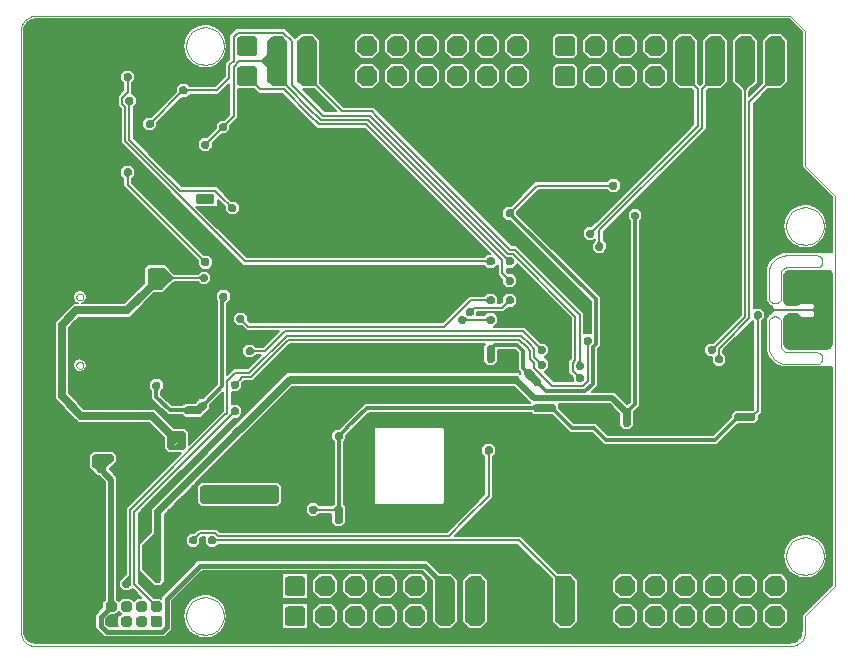
<source format=gbr>
G04 PROTEUS RS274X GERBER FILE*
%FSLAX45Y45*%
%MOMM*%
G01*
%ADD10C,0.190500*%
%ADD12C,0.550000*%
%ADD14C,0.400000*%
%ADD15C,0.300000*%
%ADD11C,0.500000*%
%ADD13C,0.660000*%
%ADD18C,0.609600*%
%AMPPAD019*
4,1,36,
0.323000,-0.450000,
-0.323000,-0.450000,
-0.348970,-0.447470,
-0.372980,-0.440200,
-0.394580,-0.428650,
-0.413290,-0.413290,
-0.428650,-0.394570,
-0.440200,-0.372980,
-0.447470,-0.348970,
-0.450000,-0.323000,
-0.450000,0.323000,
-0.447470,0.348970,
-0.440200,0.372980,
-0.428650,0.394570,
-0.413290,0.413290,
-0.394580,0.428650,
-0.372980,0.440200,
-0.348970,0.447470,
-0.323000,0.450000,
0.323000,0.450000,
0.348970,0.447470,
0.372980,0.440200,
0.394580,0.428650,
0.413290,0.413290,
0.428650,0.394570,
0.440200,0.372980,
0.447470,0.348970,
0.450000,0.323000,
0.450000,-0.323000,
0.447470,-0.348970,
0.440200,-0.372980,
0.428650,-0.394570,
0.413290,-0.413290,
0.394580,-0.428650,
0.372980,-0.440200,
0.348970,-0.447470,
0.323000,-0.450000,
0*%
%ADD27PPAD019*%
%ADD28C,0.900000*%
%AMPPAD021*
4,1,36,
-0.546000,0.800000,
0.546000,0.800000,
0.597930,0.794950,
0.645960,0.780400,
0.689150,0.757300,
0.726580,0.726580,
0.757300,0.689150,
0.780400,0.645960,
0.794950,0.597930,
0.800000,0.546000,
0.800000,-0.546000,
0.794950,-0.597930,
0.780400,-0.645960,
0.757300,-0.689150,
0.726580,-0.726580,
0.689150,-0.757300,
0.645960,-0.780400,
0.597930,-0.794950,
0.546000,-0.800000,
-0.546000,-0.800000,
-0.597930,-0.794950,
-0.645960,-0.780400,
-0.689150,-0.757300,
-0.726580,-0.726580,
-0.757300,-0.689150,
-0.780400,-0.645960,
-0.794950,-0.597930,
-0.800000,-0.546000,
-0.800000,0.546000,
-0.794950,0.597930,
-0.780400,0.645960,
-0.757300,0.689150,
-0.726580,0.726580,
-0.689150,0.757300,
-0.645960,0.780400,
-0.597930,0.794950,
-0.546000,0.800000,
0*%
%ADD29PPAD021*%
%ADD72C,1.600000*%
%AMDIL035*
4,1,8,
-0.800100,0.243840,-0.637540,0.406400,0.637540,0.406400,0.800100,0.243840,0.800100,-0.243840,
0.637540,-0.406400,-0.637540,-0.406400,-0.800100,-0.243840,-0.800100,0.243840,
0*%
%ADD41DIL035*%
%ADD42C,0.127000*%
%AMPPAD040*
4,1,36,
1.050000,0.195200,
1.050000,-0.195200,
1.043940,-0.257520,
1.026490,-0.315160,
0.998770,-0.366980,
0.961890,-0.411890,
0.916980,-0.448760,
0.865160,-0.476480,
0.807520,-0.493930,
0.745200,-0.500000,
-0.745200,-0.500000,
-0.807520,-0.493930,
-0.865160,-0.476480,
-0.916980,-0.448760,
-0.961890,-0.411890,
-0.998770,-0.366980,
-1.026490,-0.315160,
-1.043940,-0.257520,
-1.050000,-0.195200,
-1.050000,0.195200,
-1.043940,0.257520,
-1.026490,0.315160,
-0.998770,0.366980,
-0.961890,0.411890,
-0.916980,0.448760,
-0.865160,0.476480,
-0.807520,0.493930,
-0.745200,0.500000,
0.745200,0.500000,
0.807520,0.493930,
0.865160,0.476480,
0.916980,0.448760,
0.961890,0.411890,
0.998770,0.366980,
1.026490,0.315160,
1.043940,0.257520,
1.050000,0.195200,
0*%
%ADD46PPAD040*%
%AMPPAD041*
4,1,36,
0.900000,0.195200,
0.900000,-0.195200,
0.893940,-0.257520,
0.876490,-0.315160,
0.848770,-0.366980,
0.811890,-0.411890,
0.766980,-0.448760,
0.715160,-0.476480,
0.657520,-0.493930,
0.595200,-0.500000,
-0.595200,-0.500000,
-0.657520,-0.493930,
-0.715160,-0.476480,
-0.766980,-0.448760,
-0.811890,-0.411890,
-0.848770,-0.366980,
-0.876490,-0.315160,
-0.893940,-0.257520,
-0.900000,-0.195200,
-0.900000,0.195200,
-0.893940,0.257520,
-0.876490,0.315160,
-0.848770,0.366980,
-0.811890,0.411890,
-0.766980,0.448760,
-0.715160,0.476480,
-0.657520,0.493930,
-0.595200,0.500000,
0.595200,0.500000,
0.657520,0.493930,
0.715160,0.476480,
0.766980,0.448760,
0.811890,0.411890,
0.848770,0.366980,
0.876490,0.315160,
0.893940,0.257520,
0.900000,0.195200,
0*%
%ADD47PPAD041*%
%ADD54C,0.025400*%
G36*
X+6513020Y+3169919D02*
X+6498025Y+3166980D01*
X+6485933Y+3158906D01*
X+6477859Y+3146813D01*
X+6474920Y+3131819D01*
X+6474920Y+2922269D01*
X+6477369Y+2909773D01*
X+6484098Y+2899696D01*
X+6494174Y+2892968D01*
X+6506670Y+2890519D01*
X+6576520Y+2890519D01*
X+6601920Y+2915919D01*
X+6709870Y+2915919D01*
X+6735270Y+2890519D01*
X+6735270Y+2795269D01*
X+6709870Y+2769869D01*
X+6608270Y+2769869D01*
X+6576520Y+2801619D01*
X+6506670Y+2801619D01*
X+6494174Y+2798680D01*
X+6484098Y+2790606D01*
X+6477369Y+2778513D01*
X+6474920Y+2763519D01*
X+6474920Y+2560319D01*
X+6477369Y+2547823D01*
X+6484098Y+2537746D01*
X+6494174Y+2531018D01*
X+6506670Y+2528569D01*
X+6836870Y+2528569D01*
X+6846866Y+2531998D01*
X+6854928Y+2541418D01*
X+6860310Y+2555525D01*
X+6862270Y+2573019D01*
X+6862270Y+3144519D01*
X+6859820Y+3154515D01*
X+6853092Y+3162577D01*
X+6843015Y+3167959D01*
X+6830520Y+3169919D01*
X+6513020Y+3169919D01*
G37*
G36*
X+6613525Y+5195165D02*
X+6613525Y+4052165D01*
X+6867525Y+3798165D01*
X+6867525Y+3335655D01*
X+6746600Y+3335655D01*
X+6740119Y+3336925D01*
X+6488320Y+3336925D01*
X+6452964Y+3333485D01*
X+6418737Y+3323122D01*
X+6387849Y+3306603D01*
X+6361047Y+3284595D01*
X+6339048Y+3257801D01*
X+6322528Y+3226913D01*
X+6312165Y+3192686D01*
X+6308725Y+3157330D01*
X+6308725Y+2949981D01*
X+6309995Y+2943501D01*
X+6309995Y+2752450D01*
X+6308725Y+2745969D01*
X+6308725Y+2538620D01*
X+6312165Y+2503264D01*
X+6322528Y+2469037D01*
X+6339048Y+2438149D01*
X+6361047Y+2411355D01*
X+6387849Y+2389347D01*
X+6418737Y+2372828D01*
X+6452964Y+2362465D01*
X+6488320Y+2359025D01*
X+6740119Y+2359025D01*
X+6746598Y+2360295D01*
X+6867525Y+2360295D01*
X+6867525Y+519835D01*
X+6613525Y+265835D01*
X+6613525Y+128380D01*
X+6611406Y+106608D01*
X+6605773Y+88004D01*
X+6596883Y+71382D01*
X+6585086Y+57013D01*
X+6570720Y+45218D01*
X+6554093Y+36326D01*
X+6535491Y+30694D01*
X+6513720Y+28575D01*
X+128380Y+28575D01*
X+106608Y+30694D01*
X+88002Y+36327D01*
X+71384Y+45215D01*
X+57014Y+57013D01*
X+45217Y+71382D01*
X+36327Y+88004D01*
X+30694Y+106608D01*
X+28575Y+128380D01*
X+28575Y+5205620D01*
X+30694Y+5227391D01*
X+36327Y+5245995D01*
X+45217Y+5262618D01*
X+57014Y+5276986D01*
X+71382Y+5288783D01*
X+88004Y+5297673D01*
X+106608Y+5303306D01*
X+128380Y+5305425D01*
X+6503265Y+5305425D01*
X+6613525Y+5195165D01*
G37*
%LPC*%
G36*
X+3912242Y+610242D02*
X+3961129Y+561355D01*
X+3961129Y+200645D01*
X+3901455Y+140971D01*
X+3794745Y+140971D01*
X+3735071Y+200645D01*
X+3735071Y+561355D01*
X+3794745Y+621029D01*
X+3901455Y+621029D01*
X+3912242Y+610242D01*
G37*
G36*
X+4001392Y+1708442D02*
X+4024879Y+1684955D01*
X+4024879Y+1629045D01*
X+3999479Y+1603645D01*
X+3999479Y+1254745D01*
X+3677015Y+932279D01*
X+4237905Y+932279D01*
X+4549155Y+621029D01*
X+4663455Y+621029D01*
X+4723129Y+561355D01*
X+4723129Y+200645D01*
X+4663455Y+140971D01*
X+4556745Y+140971D01*
X+4497071Y+200645D01*
X+4497071Y+568945D01*
X+4207395Y+858621D01*
X+1673855Y+858621D01*
X+1648455Y+833221D01*
X+1592545Y+833221D01*
X+1558271Y+867495D01*
X+1558271Y+920786D01*
X+1537920Y+920786D01*
X+1522729Y+905595D01*
X+1522729Y+867495D01*
X+1488455Y+833221D01*
X+1432545Y+833221D01*
X+1398271Y+867495D01*
X+1398271Y+923405D01*
X+1432545Y+957679D01*
X+1470645Y+957679D01*
X+1507410Y+994444D01*
X+1663674Y+994444D01*
X+1689058Y+969060D01*
X+3609628Y+969060D01*
X+3925821Y+1285253D01*
X+3925821Y+1603645D01*
X+3900421Y+1629045D01*
X+3900421Y+1684955D01*
X+3934695Y+1719229D01*
X+3990605Y+1719229D01*
X+4001392Y+1708442D01*
G37*
G36*
X+5944242Y+5182242D02*
X+5993129Y+5133355D01*
X+5993129Y+4772645D01*
X+5933455Y+4712971D01*
X+5819155Y+4712971D01*
X+5808979Y+4702795D01*
X+5808979Y+4374225D01*
X+4938479Y+3503725D01*
X+4938479Y+3436404D01*
X+4963879Y+3411004D01*
X+4963879Y+3355094D01*
X+4929605Y+3320820D01*
X+4873695Y+3320820D01*
X+4839421Y+3355094D01*
X+4839421Y+3411004D01*
X+4843671Y+3415255D01*
X+4864821Y+3436405D01*
X+4864821Y+3443986D01*
X+4849605Y+3428770D01*
X+4793695Y+3428770D01*
X+4759421Y+3463044D01*
X+4759421Y+3518954D01*
X+4793695Y+3553228D01*
X+4831794Y+3553228D01*
X+5697221Y+4418655D01*
X+5697221Y+4702795D01*
X+5687045Y+4712971D01*
X+5572745Y+4712971D01*
X+5513071Y+4772645D01*
X+5513071Y+5133355D01*
X+5572745Y+5193029D01*
X+5679455Y+5193029D01*
X+5739129Y+5133355D01*
X+5739129Y+4765055D01*
X+5753100Y+4751084D01*
X+5767071Y+4765055D01*
X+5767071Y+5133355D01*
X+5826745Y+5193029D01*
X+5933455Y+5193029D01*
X+5944242Y+5182242D01*
G37*
G36*
X+2324692Y+5145376D02*
X+2372345Y+5193029D01*
X+2479055Y+5193029D01*
X+2538729Y+5133355D01*
X+2538729Y+4765055D01*
X+2739608Y+4564176D01*
X+2989604Y+4564176D01*
X+4160126Y+3393654D01*
X+4198178Y+3393654D01*
X+4773579Y+2818253D01*
X+4773579Y+2649228D01*
X+4826896Y+2649228D01*
X+4826896Y+2917428D01*
X+4142603Y+3601721D01*
X+4112245Y+3601721D01*
X+4077971Y+3635995D01*
X+4077971Y+3691905D01*
X+4112245Y+3726179D01*
X+4150345Y+3726179D01*
X+4359895Y+3935729D01*
X+4964645Y+3935729D01*
X+4990045Y+3961129D01*
X+5045955Y+3961129D01*
X+5080229Y+3926855D01*
X+5080229Y+3870945D01*
X+5045955Y+3836671D01*
X+4990045Y+3836671D01*
X+4964645Y+3862071D01*
X+4390405Y+3862071D01*
X+4202429Y+3674095D01*
X+4202429Y+3661547D01*
X+4911504Y+2952473D01*
X+4911504Y+2538352D01*
X+4886104Y+2512952D01*
X+4886104Y+2201976D01*
X+4836857Y+2152730D01*
X+5031815Y+2152730D01*
X+5062454Y+2122090D01*
X+5137871Y+2046673D01*
X+5159596Y+2068398D01*
X+5159596Y+3597020D01*
X+5139671Y+3616945D01*
X+5139671Y+3672855D01*
X+5173945Y+3707129D01*
X+5229855Y+3707129D01*
X+5264129Y+3672855D01*
X+5264129Y+3616945D01*
X+5244204Y+3597020D01*
X+5244204Y+2033354D01*
X+5193029Y+1982179D01*
X+5193029Y+1862921D01*
X+5158755Y+1828647D01*
X+5102845Y+1828647D01*
X+5068571Y+1862921D01*
X+5068571Y+1968037D01*
X+4988486Y+2048122D01*
X+4555738Y+2048122D01*
X+4558029Y+2045831D01*
X+4558029Y+2015473D01*
X+4683348Y+1890154D01*
X+4872097Y+1890154D01*
X+4974948Y+1787303D01*
X+5863077Y+1787303D01*
X+5923759Y+1847985D01*
X+5905342Y+1847985D01*
X+5890835Y+1862492D01*
X+5890835Y+1883008D01*
X+5905342Y+1897515D01*
X+5925858Y+1897515D01*
X+5940365Y+1883008D01*
X+5940365Y+1864591D01*
X+6012121Y+1936347D01*
X+6012121Y+1966705D01*
X+6046395Y+2000979D01*
X+6198795Y+2000979D01*
X+6203141Y+2005325D01*
X+6203141Y+2748264D01*
X+6199938Y+2751467D01*
X+5951679Y+2503208D01*
X+5951679Y+2480354D01*
X+5977079Y+2454954D01*
X+5977079Y+2399044D01*
X+5942805Y+2364770D01*
X+5886895Y+2364770D01*
X+5852621Y+2399044D01*
X+5852621Y+2444770D01*
X+5823395Y+2444770D01*
X+5789121Y+2479044D01*
X+5789121Y+2534954D01*
X+5823395Y+2569228D01*
X+5861495Y+2569228D01*
X+6097271Y+2805004D01*
X+6097271Y+4696446D01*
X+6080745Y+4712971D01*
X+6021071Y+4772645D01*
X+6021071Y+5133355D01*
X+6080745Y+5193029D01*
X+6187455Y+5193029D01*
X+6247129Y+5133355D01*
X+6247129Y+4772645D01*
X+6236579Y+4762094D01*
X+6170929Y+4696444D01*
X+6170929Y+4660912D01*
X+6275071Y+4765056D01*
X+6275071Y+5133355D01*
X+6334745Y+5193029D01*
X+6441455Y+5193029D01*
X+6501129Y+5133355D01*
X+6501129Y+4772645D01*
X+6441455Y+4712971D01*
X+6327154Y+4712971D01*
X+6207729Y+4593546D01*
X+6207729Y+2859562D01*
X+6212015Y+2863848D01*
X+6267925Y+2863848D01*
X+6302199Y+2829574D01*
X+6302199Y+2773664D01*
X+6276799Y+2748264D01*
X+6276799Y+1974815D01*
X+6250879Y+1948895D01*
X+6250879Y+1910795D01*
X+6216605Y+1876521D01*
X+6071947Y+1876521D01*
X+5898121Y+1702695D01*
X+4939904Y+1702695D01*
X+4837053Y+1805546D01*
X+4648304Y+1805546D01*
X+4498203Y+1955647D01*
X+4340845Y+1955647D01*
X+4320920Y+1975572D01*
X+2949798Y+1975572D01*
X+2754629Y+1780403D01*
X+2754629Y+1750045D01*
X+2734704Y+1730120D01*
X+2734704Y+1203580D01*
X+2754629Y+1183655D01*
X+2754629Y+1038845D01*
X+2720355Y+1004571D01*
X+2664445Y+1004571D01*
X+2630171Y+1038845D01*
X+2630171Y+1118871D01*
X+2529855Y+1118871D01*
X+2504455Y+1093471D01*
X+2448545Y+1093471D01*
X+2414271Y+1127745D01*
X+2414271Y+1183655D01*
X+2448545Y+1217929D01*
X+2504455Y+1217929D01*
X+2529855Y+1192529D01*
X+2639045Y+1192529D01*
X+2650096Y+1203580D01*
X+2650096Y+1730120D01*
X+2630171Y+1750045D01*
X+2630171Y+1805955D01*
X+2664445Y+1840229D01*
X+2694803Y+1840229D01*
X+2914754Y+2060180D01*
X+4309675Y+2060180D01*
X+4306415Y+2063442D01*
X+4177836Y+2192021D01*
X+2301181Y+2192021D01*
X+1220469Y+1111309D01*
X+1220469Y+541105D01*
X+1186195Y+506831D01*
X+1130285Y+506831D01*
X+999349Y+637767D01*
X+999349Y+537285D01*
X+1126505Y+410129D01*
X+1183655Y+410129D01*
X+1190946Y+402838D01*
X+1190946Y+419642D01*
X+1498058Y+726754D01*
X+3442242Y+726754D01*
X+3547967Y+621029D01*
X+3647455Y+621029D01*
X+3707129Y+561355D01*
X+3707129Y+200645D01*
X+3647455Y+140971D01*
X+3540745Y+140971D01*
X+3481071Y+200645D01*
X+3481071Y+554133D01*
X+3403058Y+632146D01*
X+1537242Y+632146D01*
X+1285554Y+380458D01*
X+1285554Y+139158D01*
X+1219742Y+73346D01*
X+710658Y+73346D01*
X+632146Y+151858D01*
X+632146Y+265892D01*
X+693421Y+327167D01*
X+693421Y+369505D01*
X+716046Y+392130D01*
X+716046Y+1388136D01*
X+666441Y+1437741D01*
X+650225Y+1437741D01*
X+577851Y+1510115D01*
X+577851Y+1616825D01*
X+612125Y+1651099D01*
X+782335Y+1651099D01*
X+816609Y+1616825D01*
X+816609Y+1560915D01*
X+753906Y+1498212D01*
X+820654Y+1431464D01*
X+820654Y+392130D01*
X+831850Y+380934D01*
X+861045Y+410129D01*
X+929655Y+410129D01*
X+958850Y+380934D01*
X+988045Y+410129D01*
X+1022337Y+410129D01*
X+959589Y+472877D01*
X+946149Y+486315D01*
X+923305Y+463471D01*
X+867395Y+463471D01*
X+833121Y+497745D01*
X+833121Y+553655D01*
X+888910Y+609444D01*
X+888910Y+1168178D01*
X+951361Y+1230629D01*
X+960993Y+1240260D01*
X+1355324Y+1634591D01*
X+1247125Y+1634591D01*
X+1212851Y+1668865D01*
X+1212851Y+1762667D01*
X+1085002Y+1890516D01*
X+488101Y+1890516D01*
X+287676Y+2090941D01*
X+287676Y+2743507D01*
X+446073Y+2901904D01*
X+485026Y+2901904D01*
X+464758Y+2908517D01*
X+444315Y+2948759D01*
X+444315Y+2962441D01*
X+464758Y+3002683D01*
X+502100Y+3014867D01*
X+514269Y+3010896D01*
X+539442Y+3002683D01*
X+559885Y+2962441D01*
X+559885Y+2948759D01*
X+539442Y+2908517D01*
X+519174Y+2901904D01*
X+876940Y+2901904D01*
X+1046839Y+3071803D01*
X+1046839Y+3197495D01*
X+1081113Y+3231769D01*
X+1087895Y+3231769D01*
X+1088376Y+3232250D01*
X+1220484Y+3232250D01*
X+1220965Y+3231769D01*
X+1225923Y+3231769D01*
X+1303163Y+3154529D01*
X+1498645Y+3154529D01*
X+1524045Y+3179929D01*
X+1579955Y+3179929D01*
X+1614229Y+3145655D01*
X+1614229Y+3089745D01*
X+1579955Y+3055471D01*
X+1524045Y+3055471D01*
X+1498645Y+3080871D01*
X+1302155Y+3080871D01*
X+1207805Y+2986521D01*
X+1132121Y+2986521D01*
X+926896Y+2781296D01*
X+496029Y+2781296D01*
X+408284Y+2693551D01*
X+408284Y+2140897D01*
X+538057Y+2011124D01*
X+1134958Y+2011124D01*
X+1298133Y+1847949D01*
X+1391935Y+1847949D01*
X+1426209Y+1813675D01*
X+1426209Y+1705476D01*
X+1714597Y+1993865D01*
X+1714597Y+2149121D01*
X+1603429Y+2037953D01*
X+1603429Y+2007595D01*
X+1531055Y+1935221D01*
X+1390695Y+1935221D01*
X+1370770Y+1955146D01*
X+1244674Y+1955146D01*
X+1107046Y+2092774D01*
X+1107046Y+2156320D01*
X+1087121Y+2176245D01*
X+1087121Y+2232155D01*
X+1121395Y+2266429D01*
X+1177305Y+2266429D01*
X+1211579Y+2232155D01*
X+1211579Y+2176245D01*
X+1191654Y+2156320D01*
X+1191654Y+2127818D01*
X+1279718Y+2039754D01*
X+1370770Y+2039754D01*
X+1390695Y+2059679D01*
X+1475145Y+2059679D01*
X+1513245Y+2097779D01*
X+1543603Y+2097779D01*
X+1662096Y+2216272D01*
X+1662096Y+2922520D01*
X+1654871Y+2929745D01*
X+1654871Y+2985655D01*
X+1689145Y+3019929D01*
X+1745055Y+3019929D01*
X+1779329Y+2985655D01*
X+1779329Y+2929745D01*
X+1746704Y+2897120D01*
X+1746704Y+2294308D01*
X+1803493Y+2351097D01*
X+1922660Y+2351097D01*
X+2031984Y+2460421D01*
X+1992755Y+2460421D01*
X+1967355Y+2435021D01*
X+1911445Y+2435021D01*
X+1877171Y+2469295D01*
X+1877171Y+2525205D01*
X+1911445Y+2559479D01*
X+1967355Y+2559479D01*
X+1992755Y+2534079D01*
X+2053675Y+2534079D01*
X+2185697Y+2666101D01*
X+1913904Y+2666101D01*
X+1872291Y+2707714D01*
X+1834191Y+2707714D01*
X+1799917Y+2741988D01*
X+1799917Y+2797898D01*
X+1834191Y+2832172D01*
X+1890101Y+2832172D01*
X+1924375Y+2797898D01*
X+1924375Y+2759798D01*
X+1944414Y+2739759D01*
X+3574229Y+2739759D01*
X+3798649Y+2964179D01*
X+3926845Y+2964179D01*
X+3952245Y+2989579D01*
X+4008155Y+2989579D01*
X+4042429Y+2955305D01*
X+4042429Y+2902004D01*
X+4062770Y+2902004D01*
X+4077971Y+2917205D01*
X+4077971Y+2955305D01*
X+4112245Y+2989579D01*
X+4168155Y+2989579D01*
X+4202429Y+2955305D01*
X+4202429Y+2899395D01*
X+4168155Y+2865121D01*
X+4130055Y+2865121D01*
X+4093280Y+2828346D01*
X+3865879Y+2828346D01*
X+3865879Y+2799079D01*
X+3926845Y+2799079D01*
X+3952245Y+2824479D01*
X+4008155Y+2824479D01*
X+4042429Y+2790205D01*
X+4042429Y+2734295D01*
X+4011113Y+2702979D01*
X+4269003Y+2702979D01*
X+4402754Y+2569228D01*
X+4440855Y+2569228D01*
X+4475129Y+2534954D01*
X+4475129Y+2479044D01*
X+4440859Y+2444774D01*
X+4475129Y+2410504D01*
X+4475129Y+2354594D01*
X+4440855Y+2320320D01*
X+4437138Y+2320320D01*
X+4515817Y+2241641D01*
X+4674521Y+2241641D01*
X+4674521Y+2277144D01*
X+4637777Y+2313888D01*
X+4637777Y+2415591D01*
X+4661821Y+2439635D01*
X+4661821Y+2773897D01*
X+4202429Y+3233288D01*
X+4202429Y+3229595D01*
X+4168155Y+3195321D01*
X+4114841Y+3195321D01*
X+4114841Y+3169893D01*
X+4130055Y+3154679D01*
X+4168155Y+3154679D01*
X+4202429Y+3120405D01*
X+4202429Y+3064495D01*
X+4168155Y+3030221D01*
X+4112245Y+3030221D01*
X+4077971Y+3064495D01*
X+4077971Y+3102595D01*
X+4041183Y+3139383D01*
X+4041183Y+3228349D01*
X+4008155Y+3195321D01*
X+3952245Y+3195321D01*
X+3926845Y+3220721D01*
X+1883395Y+3220721D01*
X+847184Y+4256932D01*
X+847184Y+4547806D01*
X+821734Y+4573256D01*
X+821734Y+4659574D01*
X+871221Y+4709061D01*
X+871221Y+4765045D01*
X+845821Y+4790445D01*
X+845821Y+4846355D01*
X+880095Y+4880629D01*
X+936005Y+4880629D01*
X+970279Y+4846355D01*
X+970279Y+4790445D01*
X+944879Y+4765045D01*
X+944879Y+4678679D01*
X+948705Y+4678679D01*
X+982979Y+4644405D01*
X+982979Y+4588495D01*
X+957579Y+4563095D01*
X+957579Y+4302699D01*
X+1367066Y+3893212D01*
X+1661272Y+3893212D01*
X+1783730Y+3770754D01*
X+1821830Y+3770754D01*
X+1856104Y+3736480D01*
X+1856104Y+3680570D01*
X+1821830Y+3646296D01*
X+1765920Y+3646296D01*
X+1731646Y+3680570D01*
X+1731646Y+3718670D01*
X+1669414Y+3780902D01*
X+1669414Y+3719956D01*
X+1488328Y+3719956D01*
X+1913905Y+3294379D01*
X+3926845Y+3294379D01*
X+3952245Y+3319779D01*
X+3973899Y+3319779D01*
X+2913514Y+4380165D01*
X+2513461Y+4380165D01*
X+2217417Y+4676209D01*
X+2015407Y+4676209D01*
X+1978645Y+4712971D01*
X+1841569Y+4712971D01*
X+1841569Y+4469835D01*
X+1776729Y+4404995D01*
X+1776729Y+4366895D01*
X+1742455Y+4332621D01*
X+1704355Y+4332621D01*
X+1627504Y+4255770D01*
X+1627504Y+4217670D01*
X+1593230Y+4183396D01*
X+1537320Y+4183396D01*
X+1503046Y+4217670D01*
X+1503046Y+4273580D01*
X+1537320Y+4307854D01*
X+1575420Y+4307854D01*
X+1652271Y+4384705D01*
X+1652271Y+4422805D01*
X+1686545Y+4457079D01*
X+1724645Y+4457079D01*
X+1767911Y+4500345D01*
X+1767911Y+4761874D01*
X+1674558Y+4668521D01*
X+1431305Y+4668521D01*
X+1405905Y+4643121D01*
X+1367805Y+4643121D01*
X+1154429Y+4429745D01*
X+1154429Y+4391645D01*
X+1120155Y+4357371D01*
X+1064245Y+4357371D01*
X+1029971Y+4391645D01*
X+1029971Y+4447555D01*
X+1064245Y+4481829D01*
X+1102345Y+4481829D01*
X+1315721Y+4695205D01*
X+1315721Y+4733305D01*
X+1349995Y+4767579D01*
X+1405905Y+4767579D01*
X+1431305Y+4742179D01*
X+1644048Y+4742179D01*
X+1731074Y+4829205D01*
X+1731074Y+4935157D01*
X+1767898Y+4971981D01*
X+1767904Y+5173947D01*
X+1823735Y+5229778D01*
X+2240290Y+5229778D01*
X+2324692Y+5145376D01*
G37*
G36*
X+2192842Y+1377242D02*
X+2216329Y+1353755D01*
X+2216329Y+1208945D01*
X+2182055Y+1174671D01*
X+1529245Y+1174671D01*
X+1494971Y+1208945D01*
X+1494971Y+1353755D01*
X+1529245Y+1388029D01*
X+2182055Y+1388029D01*
X+2192842Y+1377242D01*
G37*
G36*
X+3589655Y+1840109D02*
X+3589655Y+1214241D01*
X+3573659Y+1198245D01*
X+3004941Y+1198245D01*
X+2988945Y+1214241D01*
X+2988945Y+1840109D01*
X+3004941Y+1856105D01*
X+3573659Y+1856105D01*
X+3589655Y+1840109D01*
G37*
G36*
X+6674849Y+945349D02*
X+6689616Y+943450D01*
X+6693082Y+942032D01*
X+6735553Y+924654D01*
X+6738642Y+922256D01*
X+6776794Y+892626D01*
X+6810452Y+845324D01*
X+6811740Y+839896D01*
X+6830218Y+762000D01*
X+6810452Y+678676D01*
X+6807219Y+674132D01*
X+6776794Y+631374D01*
X+6735553Y+599346D01*
X+6727975Y+596245D01*
X+6689616Y+580550D01*
X+6642100Y+574440D01*
X+6594584Y+580550D01*
X+6591118Y+581968D01*
X+6548647Y+599346D01*
X+6545558Y+601744D01*
X+6507406Y+631374D01*
X+6473748Y+678676D01*
X+6472460Y+684104D01*
X+6453982Y+762000D01*
X+6473748Y+845324D01*
X+6476981Y+849868D01*
X+6507406Y+892626D01*
X+6548647Y+924654D01*
X+6556225Y+927755D01*
X+6594584Y+943450D01*
X+6642100Y+949560D01*
X+6674849Y+945349D01*
G37*
G36*
X+6674849Y+3739349D02*
X+6689616Y+3737450D01*
X+6693082Y+3736032D01*
X+6735553Y+3718654D01*
X+6738642Y+3716256D01*
X+6776794Y+3686626D01*
X+6810452Y+3639324D01*
X+6811740Y+3633896D01*
X+6830218Y+3556000D01*
X+6810452Y+3472676D01*
X+6807219Y+3468132D01*
X+6776794Y+3425374D01*
X+6735553Y+3393346D01*
X+6727975Y+3390245D01*
X+6689616Y+3374550D01*
X+6642100Y+3368440D01*
X+6594584Y+3374550D01*
X+6591118Y+3375968D01*
X+6548647Y+3393346D01*
X+6545558Y+3395744D01*
X+6507406Y+3425374D01*
X+6473748Y+3472676D01*
X+6472460Y+3478104D01*
X+6453982Y+3556000D01*
X+6473748Y+3639324D01*
X+6476981Y+3643868D01*
X+6507406Y+3686626D01*
X+6548647Y+3718654D01*
X+6556225Y+3721755D01*
X+6594584Y+3737450D01*
X+6642100Y+3743560D01*
X+6674849Y+3739349D01*
G37*
G36*
X+1594849Y+5263349D02*
X+1609616Y+5261450D01*
X+1613082Y+5260032D01*
X+1655553Y+5242654D01*
X+1658642Y+5240256D01*
X+1696794Y+5210626D01*
X+1730452Y+5163324D01*
X+1731740Y+5157896D01*
X+1750218Y+5080000D01*
X+1730452Y+4996676D01*
X+1727219Y+4992132D01*
X+1696794Y+4949374D01*
X+1655553Y+4917346D01*
X+1647975Y+4914245D01*
X+1609616Y+4898550D01*
X+1562100Y+4892440D01*
X+1514584Y+4898550D01*
X+1511118Y+4899968D01*
X+1468647Y+4917346D01*
X+1465558Y+4919744D01*
X+1427406Y+4949374D01*
X+1393748Y+4996676D01*
X+1392460Y+5002104D01*
X+1373982Y+5080000D01*
X+1393748Y+5163324D01*
X+1396981Y+5167868D01*
X+1427406Y+5210626D01*
X+1468647Y+5242654D01*
X+1476225Y+5245755D01*
X+1514584Y+5261450D01*
X+1562100Y+5267560D01*
X+1594849Y+5263349D01*
G37*
G36*
X+1594849Y+437349D02*
X+1609616Y+435450D01*
X+1613082Y+434032D01*
X+1655553Y+416654D01*
X+1658642Y+414256D01*
X+1696794Y+384626D01*
X+1730452Y+337324D01*
X+1731740Y+331896D01*
X+1750218Y+254000D01*
X+1730452Y+170676D01*
X+1727219Y+166132D01*
X+1696794Y+123374D01*
X+1655553Y+91346D01*
X+1647975Y+88245D01*
X+1609616Y+72550D01*
X+1562100Y+66440D01*
X+1514584Y+72550D01*
X+1511118Y+73968D01*
X+1468647Y+91346D01*
X+1465558Y+93744D01*
X+1427406Y+123374D01*
X+1393748Y+170676D01*
X+1392460Y+176104D01*
X+1373982Y+254000D01*
X+1393748Y+337324D01*
X+1396981Y+341868D01*
X+1427406Y+384626D01*
X+1468647Y+416654D01*
X+1476225Y+419755D01*
X+1514584Y+435450D01*
X+1562100Y+441560D01*
X+1594849Y+437349D01*
G37*
G36*
X+514269Y+2432896D02*
X+539442Y+2424683D01*
X+559885Y+2384441D01*
X+559885Y+2370759D01*
X+539442Y+2330517D01*
X+502100Y+2318333D01*
X+489931Y+2322304D01*
X+464758Y+2330517D01*
X+444315Y+2370759D01*
X+444315Y+2384441D01*
X+464758Y+2424683D01*
X+502100Y+2436867D01*
X+514269Y+2432896D01*
G37*
G36*
X+4807075Y+230379D02*
X+4807075Y+277621D01*
X+4840479Y+311025D01*
X+4887721Y+311025D01*
X+4921125Y+277621D01*
X+4921125Y+230379D01*
X+4887721Y+196975D01*
X+4840479Y+196975D01*
X+4807075Y+230379D01*
G37*
G36*
X+5182242Y+356242D02*
X+5231129Y+307355D01*
X+5231129Y+200645D01*
X+5171455Y+140971D01*
X+5064745Y+140971D01*
X+5005071Y+200645D01*
X+5005071Y+307355D01*
X+5064745Y+367029D01*
X+5171455Y+367029D01*
X+5182242Y+356242D01*
G37*
G36*
X+5436242Y+356242D02*
X+5485129Y+307355D01*
X+5485129Y+200645D01*
X+5425455Y+140971D01*
X+5318745Y+140971D01*
X+5259071Y+200645D01*
X+5259071Y+307355D01*
X+5318745Y+367029D01*
X+5425455Y+367029D01*
X+5436242Y+356242D01*
G37*
G36*
X+5690242Y+356242D02*
X+5739129Y+307355D01*
X+5739129Y+200645D01*
X+5679455Y+140971D01*
X+5572745Y+140971D01*
X+5513071Y+200645D01*
X+5513071Y+307355D01*
X+5572745Y+367029D01*
X+5679455Y+367029D01*
X+5690242Y+356242D01*
G37*
G36*
X+5944242Y+356242D02*
X+5993129Y+307355D01*
X+5993129Y+200645D01*
X+5933455Y+140971D01*
X+5826745Y+140971D01*
X+5767071Y+200645D01*
X+5767071Y+307355D01*
X+5826745Y+367029D01*
X+5933455Y+367029D01*
X+5944242Y+356242D01*
G37*
G36*
X+6198242Y+356242D02*
X+6247129Y+307355D01*
X+6247129Y+200645D01*
X+6187455Y+140971D01*
X+6080745Y+140971D01*
X+6021071Y+200645D01*
X+6021071Y+307355D01*
X+6080745Y+367029D01*
X+6187455Y+367029D01*
X+6198242Y+356242D01*
G37*
G36*
X+6452242Y+356242D02*
X+6501129Y+307355D01*
X+6501129Y+200645D01*
X+6441455Y+140971D01*
X+6334745Y+140971D01*
X+6275071Y+200645D01*
X+6275071Y+307355D01*
X+6334745Y+367029D01*
X+6441455Y+367029D01*
X+6452242Y+356242D01*
G37*
G36*
X+2408580Y+361304D02*
X+2431404Y+361304D01*
X+2431404Y+338480D01*
X+2437129Y+332755D01*
X+2437129Y+175245D01*
X+2431404Y+169520D01*
X+2431404Y+146696D01*
X+2408580Y+146696D01*
X+2402855Y+140971D01*
X+2245345Y+140971D01*
X+2239620Y+146696D01*
X+2216796Y+146696D01*
X+2216796Y+169520D01*
X+2211071Y+175245D01*
X+2211071Y+332755D01*
X+2216796Y+338480D01*
X+2216796Y+361304D01*
X+2239620Y+361304D01*
X+2245345Y+367029D01*
X+2402855Y+367029D01*
X+2408580Y+361304D01*
G37*
G36*
X+2642242Y+356242D02*
X+2691129Y+307355D01*
X+2691129Y+200645D01*
X+2631455Y+140971D01*
X+2524745Y+140971D01*
X+2465071Y+200645D01*
X+2465071Y+307355D01*
X+2524745Y+367029D01*
X+2631455Y+367029D01*
X+2642242Y+356242D01*
G37*
G36*
X+2896242Y+356242D02*
X+2945129Y+307355D01*
X+2945129Y+200645D01*
X+2885455Y+140971D01*
X+2778745Y+140971D01*
X+2719071Y+200645D01*
X+2719071Y+307355D01*
X+2778745Y+367029D01*
X+2885455Y+367029D01*
X+2896242Y+356242D01*
G37*
G36*
X+3150242Y+356242D02*
X+3199129Y+307355D01*
X+3199129Y+200645D01*
X+3139455Y+140971D01*
X+3032745Y+140971D01*
X+2973071Y+200645D01*
X+2973071Y+307355D01*
X+3032745Y+367029D01*
X+3139455Y+367029D01*
X+3150242Y+356242D01*
G37*
G36*
X+3404242Y+356242D02*
X+3453129Y+307355D01*
X+3453129Y+200645D01*
X+3393455Y+140971D01*
X+3286745Y+140971D01*
X+3227071Y+200645D01*
X+3227071Y+307355D01*
X+3286745Y+367029D01*
X+3393455Y+367029D01*
X+3404242Y+356242D01*
G37*
G36*
X+4045075Y+230379D02*
X+4045075Y+277621D01*
X+4078479Y+311025D01*
X+4125721Y+311025D01*
X+4159125Y+277621D01*
X+4159125Y+230379D01*
X+4125721Y+196975D01*
X+4078479Y+196975D01*
X+4045075Y+230379D01*
G37*
G36*
X+4299075Y+230379D02*
X+4299075Y+277621D01*
X+4332479Y+311025D01*
X+4379721Y+311025D01*
X+4413125Y+277621D01*
X+4413125Y+230379D01*
X+4379721Y+196975D01*
X+4332479Y+196975D01*
X+4299075Y+230379D01*
G37*
G36*
X+2622675Y+5056379D02*
X+2622675Y+5103621D01*
X+2656079Y+5137025D01*
X+2703321Y+5137025D01*
X+2736725Y+5103621D01*
X+2736725Y+5056379D01*
X+2703321Y+5022975D01*
X+2656079Y+5022975D01*
X+2622675Y+5056379D01*
G37*
G36*
X+2997842Y+5182242D02*
X+3046729Y+5133355D01*
X+3046729Y+5026645D01*
X+2987055Y+4966971D01*
X+2880345Y+4966971D01*
X+2820671Y+5026645D01*
X+2820671Y+5133355D01*
X+2880345Y+5193029D01*
X+2987055Y+5193029D01*
X+2997842Y+5182242D01*
G37*
G36*
X+3251842Y+5182242D02*
X+3300729Y+5133355D01*
X+3300729Y+5026645D01*
X+3241055Y+4966971D01*
X+3134345Y+4966971D01*
X+3074671Y+5026645D01*
X+3074671Y+5133355D01*
X+3134345Y+5193029D01*
X+3241055Y+5193029D01*
X+3251842Y+5182242D01*
G37*
G36*
X+3505842Y+5182242D02*
X+3554729Y+5133355D01*
X+3554729Y+5026645D01*
X+3495055Y+4966971D01*
X+3388345Y+4966971D01*
X+3328671Y+5026645D01*
X+3328671Y+5133355D01*
X+3388345Y+5193029D01*
X+3495055Y+5193029D01*
X+3505842Y+5182242D01*
G37*
G36*
X+3759842Y+5182242D02*
X+3808729Y+5133355D01*
X+3808729Y+5026645D01*
X+3749055Y+4966971D01*
X+3642345Y+4966971D01*
X+3582671Y+5026645D01*
X+3582671Y+5133355D01*
X+3642345Y+5193029D01*
X+3749055Y+5193029D01*
X+3759842Y+5182242D01*
G37*
G36*
X+4013842Y+5182242D02*
X+4062729Y+5133355D01*
X+4062729Y+5026645D01*
X+4003055Y+4966971D01*
X+3896345Y+4966971D01*
X+3836671Y+5026645D01*
X+3836671Y+5133355D01*
X+3896345Y+5193029D01*
X+4003055Y+5193029D01*
X+4013842Y+5182242D01*
G37*
G36*
X+4267842Y+5182242D02*
X+4316729Y+5133355D01*
X+4316729Y+5026645D01*
X+4257055Y+4966971D01*
X+4150345Y+4966971D01*
X+4090671Y+5026645D01*
X+4090671Y+5133355D01*
X+4150345Y+5193029D01*
X+4257055Y+5193029D01*
X+4267842Y+5182242D01*
G37*
G36*
X+4694580Y+5187304D02*
X+4717404Y+5187304D01*
X+4717404Y+5164480D01*
X+4723129Y+5158755D01*
X+4723129Y+5001245D01*
X+4717404Y+4995520D01*
X+4717404Y+4972696D01*
X+4694580Y+4972696D01*
X+4688855Y+4966971D01*
X+4531345Y+4966971D01*
X+4525620Y+4972696D01*
X+4502796Y+4972696D01*
X+4502796Y+4995520D01*
X+4497071Y+5001245D01*
X+4497071Y+5158755D01*
X+4502796Y+5164480D01*
X+4502796Y+5187304D01*
X+4525620Y+5187304D01*
X+4531345Y+5193029D01*
X+4688855Y+5193029D01*
X+4694580Y+5187304D01*
G37*
G36*
X+4928242Y+5182242D02*
X+4977129Y+5133355D01*
X+4977129Y+5026645D01*
X+4917455Y+4966971D01*
X+4810745Y+4966971D01*
X+4751071Y+5026645D01*
X+4751071Y+5133355D01*
X+4810745Y+5193029D01*
X+4917455Y+5193029D01*
X+4928242Y+5182242D01*
G37*
G36*
X+5182242Y+5182242D02*
X+5231129Y+5133355D01*
X+5231129Y+5026645D01*
X+5171455Y+4966971D01*
X+5064745Y+4966971D01*
X+5005071Y+5026645D01*
X+5005071Y+5133355D01*
X+5064745Y+5193029D01*
X+5171455Y+5193029D01*
X+5182242Y+5182242D01*
G37*
G36*
X+5436242Y+5182242D02*
X+5485129Y+5133355D01*
X+5485129Y+5026645D01*
X+5425455Y+4966971D01*
X+5318745Y+4966971D01*
X+5259071Y+5026645D01*
X+5259071Y+5133355D01*
X+5318745Y+5193029D01*
X+5425455Y+5193029D01*
X+5436242Y+5182242D01*
G37*
G36*
X+2408580Y+615304D02*
X+2431404Y+615304D01*
X+2431404Y+592480D01*
X+2437129Y+586755D01*
X+2437129Y+429245D01*
X+2431404Y+423520D01*
X+2431404Y+400696D01*
X+2408580Y+400696D01*
X+2402855Y+394971D01*
X+2245345Y+394971D01*
X+2239620Y+400696D01*
X+2216796Y+400696D01*
X+2216796Y+423520D01*
X+2211071Y+429245D01*
X+2211071Y+586755D01*
X+2216796Y+592480D01*
X+2216796Y+615304D01*
X+2239620Y+615304D01*
X+2245345Y+621029D01*
X+2402855Y+621029D01*
X+2408580Y+615304D01*
G37*
G36*
X+2642242Y+610242D02*
X+2691129Y+561355D01*
X+2691129Y+454645D01*
X+2631455Y+394971D01*
X+2524745Y+394971D01*
X+2465071Y+454645D01*
X+2465071Y+561355D01*
X+2524745Y+621029D01*
X+2631455Y+621029D01*
X+2642242Y+610242D01*
G37*
G36*
X+2896242Y+610242D02*
X+2945129Y+561355D01*
X+2945129Y+454645D01*
X+2885455Y+394971D01*
X+2778745Y+394971D01*
X+2719071Y+454645D01*
X+2719071Y+561355D01*
X+2778745Y+621029D01*
X+2885455Y+621029D01*
X+2896242Y+610242D01*
G37*
G36*
X+3150242Y+610242D02*
X+3199129Y+561355D01*
X+3199129Y+454645D01*
X+3139455Y+394971D01*
X+3032745Y+394971D01*
X+2973071Y+454645D01*
X+2973071Y+561355D01*
X+3032745Y+621029D01*
X+3139455Y+621029D01*
X+3150242Y+610242D01*
G37*
G36*
X+3404242Y+610242D02*
X+3453129Y+561355D01*
X+3453129Y+454645D01*
X+3393455Y+394971D01*
X+3286745Y+394971D01*
X+3227071Y+454645D01*
X+3227071Y+561355D01*
X+3286745Y+621029D01*
X+3393455Y+621029D01*
X+3404242Y+610242D01*
G37*
G36*
X+4045075Y+484379D02*
X+4045075Y+531621D01*
X+4078479Y+565025D01*
X+4125721Y+565025D01*
X+4159125Y+531621D01*
X+4159125Y+484379D01*
X+4125721Y+450975D01*
X+4078479Y+450975D01*
X+4045075Y+484379D01*
G37*
G36*
X+4299075Y+484379D02*
X+4299075Y+531621D01*
X+4332479Y+565025D01*
X+4379721Y+565025D01*
X+4413125Y+531621D01*
X+4413125Y+484379D01*
X+4379721Y+450975D01*
X+4332479Y+450975D01*
X+4299075Y+484379D01*
G37*
G36*
X+4807075Y+484379D02*
X+4807075Y+531621D01*
X+4840479Y+565025D01*
X+4887721Y+565025D01*
X+4921125Y+531621D01*
X+4921125Y+484379D01*
X+4887721Y+450975D01*
X+4840479Y+450975D01*
X+4807075Y+484379D01*
G37*
G36*
X+5182242Y+610242D02*
X+5231129Y+561355D01*
X+5231129Y+454645D01*
X+5171455Y+394971D01*
X+5064745Y+394971D01*
X+5005071Y+454645D01*
X+5005071Y+561355D01*
X+5064745Y+621029D01*
X+5171455Y+621029D01*
X+5182242Y+610242D01*
G37*
G36*
X+5436242Y+610242D02*
X+5485129Y+561355D01*
X+5485129Y+454645D01*
X+5425455Y+394971D01*
X+5318745Y+394971D01*
X+5259071Y+454645D01*
X+5259071Y+561355D01*
X+5318745Y+621029D01*
X+5425455Y+621029D01*
X+5436242Y+610242D01*
G37*
G36*
X+5690242Y+610242D02*
X+5739129Y+561355D01*
X+5739129Y+454645D01*
X+5679455Y+394971D01*
X+5572745Y+394971D01*
X+5513071Y+454645D01*
X+5513071Y+561355D01*
X+5572745Y+621029D01*
X+5679455Y+621029D01*
X+5690242Y+610242D01*
G37*
G36*
X+5944242Y+610242D02*
X+5993129Y+561355D01*
X+5993129Y+454645D01*
X+5933455Y+394971D01*
X+5826745Y+394971D01*
X+5767071Y+454645D01*
X+5767071Y+561355D01*
X+5826745Y+621029D01*
X+5933455Y+621029D01*
X+5944242Y+610242D01*
G37*
G36*
X+6198242Y+610242D02*
X+6247129Y+561355D01*
X+6247129Y+454645D01*
X+6187455Y+394971D01*
X+6080745Y+394971D01*
X+6021071Y+454645D01*
X+6021071Y+561355D01*
X+6080745Y+621029D01*
X+6187455Y+621029D01*
X+6198242Y+610242D01*
G37*
G36*
X+6452242Y+610242D02*
X+6501129Y+561355D01*
X+6501129Y+454645D01*
X+6441455Y+394971D01*
X+6334745Y+394971D01*
X+6275071Y+454645D01*
X+6275071Y+561355D01*
X+6334745Y+621029D01*
X+6441455Y+621029D01*
X+6452242Y+610242D01*
G37*
G36*
X+4694580Y+4933304D02*
X+4717404Y+4933304D01*
X+4717404Y+4910480D01*
X+4723129Y+4904755D01*
X+4723129Y+4747245D01*
X+4717404Y+4741520D01*
X+4717404Y+4718696D01*
X+4694580Y+4718696D01*
X+4688855Y+4712971D01*
X+4531345Y+4712971D01*
X+4525620Y+4718696D01*
X+4502796Y+4718696D01*
X+4502796Y+4741520D01*
X+4497071Y+4747245D01*
X+4497071Y+4904755D01*
X+4502796Y+4910480D01*
X+4502796Y+4933304D01*
X+4525620Y+4933304D01*
X+4531345Y+4939029D01*
X+4688855Y+4939029D01*
X+4694580Y+4933304D01*
G37*
G36*
X+4928242Y+4928242D02*
X+4977129Y+4879355D01*
X+4977129Y+4772645D01*
X+4917455Y+4712971D01*
X+4810745Y+4712971D01*
X+4751071Y+4772645D01*
X+4751071Y+4879355D01*
X+4810745Y+4939029D01*
X+4917455Y+4939029D01*
X+4928242Y+4928242D01*
G37*
G36*
X+5182242Y+4928242D02*
X+5231129Y+4879355D01*
X+5231129Y+4772645D01*
X+5171455Y+4712971D01*
X+5064745Y+4712971D01*
X+5005071Y+4772645D01*
X+5005071Y+4879355D01*
X+5064745Y+4939029D01*
X+5171455Y+4939029D01*
X+5182242Y+4928242D01*
G37*
G36*
X+5436242Y+4928242D02*
X+5485129Y+4879355D01*
X+5485129Y+4772645D01*
X+5425455Y+4712971D01*
X+5318745Y+4712971D01*
X+5259071Y+4772645D01*
X+5259071Y+4879355D01*
X+5318745Y+4939029D01*
X+5425455Y+4939029D01*
X+5436242Y+4928242D01*
G37*
G36*
X+2622675Y+4802379D02*
X+2622675Y+4849621D01*
X+2656079Y+4883025D01*
X+2703321Y+4883025D01*
X+2736725Y+4849621D01*
X+2736725Y+4802379D01*
X+2703321Y+4768975D01*
X+2656079Y+4768975D01*
X+2622675Y+4802379D01*
G37*
G36*
X+2997842Y+4928242D02*
X+3046729Y+4879355D01*
X+3046729Y+4772645D01*
X+2987055Y+4712971D01*
X+2880345Y+4712971D01*
X+2820671Y+4772645D01*
X+2820671Y+4879355D01*
X+2880345Y+4939029D01*
X+2987055Y+4939029D01*
X+2997842Y+4928242D01*
G37*
G36*
X+3251842Y+4928242D02*
X+3300729Y+4879355D01*
X+3300729Y+4772645D01*
X+3241055Y+4712971D01*
X+3134345Y+4712971D01*
X+3074671Y+4772645D01*
X+3074671Y+4879355D01*
X+3134345Y+4939029D01*
X+3241055Y+4939029D01*
X+3251842Y+4928242D01*
G37*
G36*
X+3505842Y+4928242D02*
X+3554729Y+4879355D01*
X+3554729Y+4772645D01*
X+3495055Y+4712971D01*
X+3388345Y+4712971D01*
X+3328671Y+4772645D01*
X+3328671Y+4879355D01*
X+3388345Y+4939029D01*
X+3495055Y+4939029D01*
X+3505842Y+4928242D01*
G37*
G36*
X+3759842Y+4928242D02*
X+3808729Y+4879355D01*
X+3808729Y+4772645D01*
X+3749055Y+4712971D01*
X+3642345Y+4712971D01*
X+3582671Y+4772645D01*
X+3582671Y+4879355D01*
X+3642345Y+4939029D01*
X+3749055Y+4939029D01*
X+3759842Y+4928242D01*
G37*
G36*
X+4013842Y+4928242D02*
X+4062729Y+4879355D01*
X+4062729Y+4772645D01*
X+4003055Y+4712971D01*
X+3896345Y+4712971D01*
X+3836671Y+4772645D01*
X+3836671Y+4879355D01*
X+3896345Y+4939029D01*
X+4003055Y+4939029D01*
X+4013842Y+4928242D01*
G37*
G36*
X+4267842Y+4928242D02*
X+4316729Y+4879355D01*
X+4316729Y+4772645D01*
X+4257055Y+4712971D01*
X+4150345Y+4712971D01*
X+4090671Y+4772645D01*
X+4090671Y+4879355D01*
X+4150345Y+4939029D01*
X+4257055Y+4939029D01*
X+4267842Y+4928242D01*
G37*
G36*
X+1547634Y+4822825D02*
X+1576566Y+4822825D01*
X+1597025Y+4802366D01*
X+1597025Y+4773434D01*
X+1576566Y+4752975D01*
X+1547634Y+4752975D01*
X+1527175Y+4773434D01*
X+1527175Y+4802366D01*
X+1547634Y+4822825D01*
G37*
G36*
X+537634Y+2269525D02*
X+566566Y+2269525D01*
X+587025Y+2249066D01*
X+587025Y+2220134D01*
X+566566Y+2199675D01*
X+537634Y+2199675D01*
X+517175Y+2220134D01*
X+517175Y+2249066D01*
X+537634Y+2269525D01*
G37*
G36*
X+537634Y+3133525D02*
X+566566Y+3133525D01*
X+587025Y+3113066D01*
X+587025Y+3084134D01*
X+566566Y+3063675D01*
X+537634Y+3063675D01*
X+517175Y+3084134D01*
X+517175Y+3113066D01*
X+537634Y+3133525D01*
G37*
G36*
X+119634Y+2269525D02*
X+148566Y+2269525D01*
X+169025Y+2249066D01*
X+169025Y+2220134D01*
X+148566Y+2199675D01*
X+119634Y+2199675D01*
X+99175Y+2220134D01*
X+99175Y+2249066D01*
X+119634Y+2269525D01*
G37*
G36*
X+119634Y+3133525D02*
X+148566Y+3133525D01*
X+169025Y+3113066D01*
X+169025Y+3084134D01*
X+148566Y+3063675D01*
X+119634Y+3063675D01*
X+99175Y+3084134D01*
X+99175Y+3113066D01*
X+119634Y+3133525D01*
G37*
G36*
X+946792Y+4063392D02*
X+970279Y+4039905D01*
X+970279Y+3983995D01*
X+944879Y+3958595D01*
X+944879Y+3922305D01*
X+1554605Y+3312579D01*
X+1592705Y+3312579D01*
X+1626979Y+3278305D01*
X+1626979Y+3222395D01*
X+1592705Y+3188121D01*
X+1536795Y+3188121D01*
X+1502521Y+3222395D01*
X+1502521Y+3260495D01*
X+871221Y+3891795D01*
X+871221Y+3958595D01*
X+845821Y+3983995D01*
X+845821Y+4039905D01*
X+880095Y+4074179D01*
X+936005Y+4074179D01*
X+946792Y+4063392D01*
G37*
G36*
X+5128835Y+1608492D02*
X+5128835Y+1629008D01*
X+5143342Y+1643515D01*
X+5163858Y+1643515D01*
X+5178365Y+1629008D01*
X+5178365Y+1608492D01*
X+5163858Y+1593985D01*
X+5143342Y+1593985D01*
X+5128835Y+1608492D01*
G37*
G36*
X+4993235Y+4015642D02*
X+4993235Y+4036158D01*
X+5007742Y+4050665D01*
X+5028258Y+4050665D01*
X+5042765Y+4036158D01*
X+5042765Y+4015642D01*
X+5028258Y+4001135D01*
X+5007742Y+4001135D01*
X+4993235Y+4015642D01*
G37*
G36*
X+1516435Y+2486992D02*
X+1516435Y+2507508D01*
X+1530942Y+2522015D01*
X+1551458Y+2522015D01*
X+1565965Y+2507508D01*
X+1565965Y+2486992D01*
X+1551458Y+2472485D01*
X+1530942Y+2472485D01*
X+1516435Y+2486992D01*
G37*
G36*
X+5337135Y+3634642D02*
X+5337135Y+3655158D01*
X+5351642Y+3669665D01*
X+5372158Y+3669665D01*
X+5386665Y+3655158D01*
X+5386665Y+3634642D01*
X+5372158Y+3620135D01*
X+5351642Y+3620135D01*
X+5337135Y+3634642D01*
G37*
G36*
X+4801235Y+3685442D02*
X+4801235Y+3705958D01*
X+4815742Y+3720465D01*
X+4836258Y+3720465D01*
X+4850765Y+3705958D01*
X+4850765Y+3685442D01*
X+4836258Y+3670935D01*
X+4815742Y+3670935D01*
X+4801235Y+3685442D01*
G37*
G36*
X+216535Y+5120542D02*
X+216535Y+5141058D01*
X+231042Y+5155565D01*
X+251558Y+5155565D01*
X+266065Y+5141058D01*
X+266065Y+5120542D01*
X+251558Y+5106035D01*
X+231042Y+5106035D01*
X+216535Y+5120542D01*
G37*
G36*
X+216535Y+4660542D02*
X+216535Y+4681058D01*
X+231042Y+4695565D01*
X+251558Y+4695565D01*
X+266065Y+4681058D01*
X+266065Y+4660542D01*
X+251558Y+4646035D01*
X+231042Y+4646035D01*
X+216535Y+4660542D01*
G37*
G36*
X+216535Y+4314092D02*
X+216535Y+4334608D01*
X+231042Y+4349115D01*
X+251558Y+4349115D01*
X+266065Y+4334608D01*
X+266065Y+4314092D01*
X+251558Y+4299585D01*
X+231042Y+4299585D01*
X+216535Y+4314092D01*
G37*
G36*
X+216535Y+3854092D02*
X+216535Y+3874608D01*
X+231042Y+3889115D01*
X+251558Y+3889115D01*
X+266065Y+3874608D01*
X+266065Y+3854092D01*
X+251558Y+3839585D01*
X+231042Y+3839585D01*
X+216535Y+3854092D01*
G37*
G36*
X+330835Y+3456842D02*
X+330835Y+3477358D01*
X+345342Y+3491865D01*
X+365858Y+3491865D01*
X+380365Y+3477358D01*
X+380365Y+3456842D01*
X+365858Y+3442335D01*
X+345342Y+3442335D01*
X+330835Y+3456842D01*
G37*
G36*
X+215236Y+1499742D02*
X+215236Y+1520258D01*
X+229743Y+1534765D01*
X+250259Y+1534765D01*
X+264766Y+1520258D01*
X+264766Y+1499742D01*
X+250259Y+1485235D01*
X+229743Y+1485235D01*
X+215236Y+1499742D01*
G37*
G36*
X+215485Y+191892D02*
X+215485Y+212408D01*
X+229992Y+226915D01*
X+250508Y+226915D01*
X+265015Y+212408D01*
X+265015Y+191892D01*
X+250508Y+177385D01*
X+229992Y+177385D01*
X+215485Y+191892D01*
G37*
G36*
X+1461135Y+3545742D02*
X+1461135Y+3566258D01*
X+1475642Y+3580765D01*
X+1496158Y+3580765D01*
X+1510665Y+3566258D01*
X+1510665Y+3545742D01*
X+1496158Y+3531235D01*
X+1475642Y+3531235D01*
X+1461135Y+3545742D01*
G37*
G36*
X+1715135Y+3291742D02*
X+1715135Y+3312258D01*
X+1729642Y+3326765D01*
X+1750158Y+3326765D01*
X+1764665Y+3312258D01*
X+1764665Y+3291742D01*
X+1750158Y+3277235D01*
X+1729642Y+3277235D01*
X+1715135Y+3291742D01*
G37*
G36*
X+1080135Y+3926742D02*
X+1080135Y+3947258D01*
X+1094642Y+3961765D01*
X+1115158Y+3961765D01*
X+1129665Y+3947258D01*
X+1129665Y+3926742D01*
X+1115158Y+3912235D01*
X+1094642Y+3912235D01*
X+1080135Y+3926742D01*
G37*
G36*
X+1106285Y+3251642D02*
X+1106285Y+3272158D01*
X+1120792Y+3286665D01*
X+1141308Y+3286665D01*
X+1155815Y+3272158D01*
X+1155815Y+3251642D01*
X+1141308Y+3237135D01*
X+1120792Y+3237135D01*
X+1106285Y+3251642D01*
G37*
G36*
X+1106285Y+3505642D02*
X+1106285Y+3526158D01*
X+1120792Y+3540665D01*
X+1141308Y+3540665D01*
X+1155815Y+3526158D01*
X+1155815Y+3505642D01*
X+1141308Y+3491135D01*
X+1120792Y+3491135D01*
X+1106285Y+3505642D01*
G37*
G36*
X+598285Y+4013642D02*
X+598285Y+4034158D01*
X+612792Y+4048665D01*
X+633308Y+4048665D01*
X+647815Y+4034158D01*
X+647815Y+4013642D01*
X+633308Y+3999135D01*
X+612792Y+3999135D01*
X+598285Y+4013642D01*
G37*
G36*
X+598285Y+4521642D02*
X+598285Y+4542158D01*
X+612792Y+4556665D01*
X+633308Y+4556665D01*
X+647815Y+4542158D01*
X+647815Y+4521642D01*
X+633308Y+4507135D01*
X+612792Y+4507135D01*
X+598285Y+4521642D01*
G37*
G36*
X+598285Y+5029642D02*
X+598285Y+5050158D01*
X+612792Y+5064665D01*
X+633308Y+5064665D01*
X+647815Y+5050158D01*
X+647815Y+5029642D01*
X+633308Y+5015135D01*
X+612792Y+5015135D01*
X+598285Y+5029642D01*
G37*
G36*
X+724535Y+5247542D02*
X+724535Y+5268058D01*
X+739042Y+5282565D01*
X+759558Y+5282565D01*
X+774065Y+5268058D01*
X+774065Y+5247542D01*
X+759558Y+5233035D01*
X+739042Y+5233035D01*
X+724535Y+5247542D01*
G37*
G36*
X+6788785Y+3723542D02*
X+6788785Y+3744058D01*
X+6803292Y+3758565D01*
X+6823808Y+3758565D01*
X+6838315Y+3744058D01*
X+6838315Y+3723542D01*
X+6823808Y+3709035D01*
X+6803292Y+3709035D01*
X+6788785Y+3723542D01*
G37*
G36*
X+5128835Y+1354492D02*
X+5128835Y+1375008D01*
X+5143342Y+1389515D01*
X+5163858Y+1389515D01*
X+5178365Y+1375008D01*
X+5178365Y+1354492D01*
X+5163858Y+1339985D01*
X+5143342Y+1339985D01*
X+5128835Y+1354492D01*
G37*
G36*
X+5128835Y+846492D02*
X+5128835Y+867008D01*
X+5143342Y+881515D01*
X+5163858Y+881515D01*
X+5178365Y+867008D01*
X+5178365Y+846492D01*
X+5163858Y+831985D01*
X+5143342Y+831985D01*
X+5128835Y+846492D01*
G37*
G36*
X+5637335Y+3342541D02*
X+5637335Y+3363057D01*
X+5651842Y+3377564D01*
X+5672358Y+3377564D01*
X+5686865Y+3363057D01*
X+5686865Y+3342541D01*
X+5672358Y+3328034D01*
X+5651842Y+3328034D01*
X+5637335Y+3342541D01*
G37*
G36*
X+5383335Y+4358541D02*
X+5383335Y+4379057D01*
X+5397842Y+4393564D01*
X+5418358Y+4393564D01*
X+5432865Y+4379057D01*
X+5432865Y+4358541D01*
X+5418358Y+4344034D01*
X+5397842Y+4344034D01*
X+5383335Y+4358541D01*
G37*
G36*
X+4875335Y+4358541D02*
X+4875335Y+4379057D01*
X+4889842Y+4393564D01*
X+4910358Y+4393564D01*
X+4924865Y+4379057D01*
X+4924865Y+4358541D01*
X+4910358Y+4344034D01*
X+4889842Y+4344034D01*
X+4875335Y+4358541D01*
G37*
G36*
X+4621335Y+4612541D02*
X+4621335Y+4633057D01*
X+4635842Y+4647564D01*
X+4656358Y+4647564D01*
X+4670865Y+4633057D01*
X+4670865Y+4612541D01*
X+4656358Y+4598034D01*
X+4635842Y+4598034D01*
X+4621335Y+4612541D01*
G37*
G36*
X+215435Y+972991D02*
X+215435Y+993507D01*
X+229942Y+1008014D01*
X+250458Y+1008014D01*
X+264965Y+993507D01*
X+264965Y+972991D01*
X+250458Y+958484D01*
X+229942Y+958484D01*
X+215435Y+972991D01*
G37*
G36*
X+4152485Y+1082992D02*
X+4152485Y+1103508D01*
X+4166992Y+1118015D01*
X+4187508Y+1118015D01*
X+4202015Y+1103508D01*
X+4202015Y+1082992D01*
X+4187508Y+1068485D01*
X+4166992Y+1068485D01*
X+4152485Y+1082992D01*
G37*
G36*
X+4406485Y+828992D02*
X+4406485Y+849508D01*
X+4420992Y+864015D01*
X+4441508Y+864015D01*
X+4456015Y+849508D01*
X+4456015Y+828992D01*
X+4441508Y+814485D01*
X+4420992Y+814485D01*
X+4406485Y+828992D01*
G37*
G36*
X+598285Y+3759642D02*
X+598285Y+3780158D01*
X+612792Y+3794665D01*
X+633308Y+3794665D01*
X+647815Y+3780158D01*
X+647815Y+3759642D01*
X+633308Y+3745135D01*
X+612792Y+3745135D01*
X+598285Y+3759642D01*
G37*
G36*
X+2680335Y+751742D02*
X+2680335Y+772258D01*
X+2694842Y+786765D01*
X+2715358Y+786765D01*
X+2729865Y+772258D01*
X+2729865Y+751742D01*
X+2715358Y+737235D01*
X+2694842Y+737235D01*
X+2680335Y+751742D01*
G37*
G36*
X+2934335Y+751742D02*
X+2934335Y+772258D01*
X+2948842Y+786765D01*
X+2969358Y+786765D01*
X+2983865Y+772258D01*
X+2983865Y+751742D01*
X+2969358Y+737235D01*
X+2948842Y+737235D01*
X+2934335Y+751742D01*
G37*
G36*
X+3696335Y+751742D02*
X+3696335Y+772258D01*
X+3710842Y+786765D01*
X+3731358Y+786765D01*
X+3745865Y+772258D01*
X+3745865Y+751742D01*
X+3731358Y+737235D01*
X+3710842Y+737235D01*
X+3696335Y+751742D01*
G37*
G36*
X+4204335Y+751742D02*
X+4204335Y+772258D01*
X+4218842Y+786765D01*
X+4239358Y+786765D01*
X+4253865Y+772258D01*
X+4253865Y+751742D01*
X+4239358Y+737235D01*
X+4218842Y+737235D01*
X+4204335Y+751742D01*
G37*
G36*
X+1232285Y+862332D02*
X+1232285Y+882848D01*
X+1246792Y+897355D01*
X+1267308Y+897355D01*
X+1281815Y+882848D01*
X+1281815Y+862332D01*
X+1267308Y+847825D01*
X+1246792Y+847825D01*
X+1232285Y+862332D01*
G37*
G36*
X+654435Y+1031242D02*
X+654435Y+1051758D01*
X+668942Y+1066265D01*
X+689458Y+1066265D01*
X+703965Y+1051758D01*
X+703965Y+1031242D01*
X+689458Y+1016735D01*
X+668942Y+1016735D01*
X+654435Y+1031242D01*
G37*
G36*
X+653415Y+1276352D02*
X+653415Y+1296868D01*
X+667922Y+1311375D01*
X+688438Y+1311375D01*
X+702945Y+1296868D01*
X+702945Y+1276352D01*
X+688438Y+1261845D01*
X+667922Y+1261845D01*
X+653415Y+1276352D01*
G37*
G36*
X+837565Y+647702D02*
X+837565Y+668218D01*
X+852072Y+682725D01*
X+872588Y+682725D01*
X+887095Y+668218D01*
X+887095Y+647702D01*
X+872588Y+633195D01*
X+852072Y+633195D01*
X+837565Y+647702D01*
G37*
G36*
X+215236Y+647702D02*
X+215236Y+668218D01*
X+229743Y+682725D01*
X+250259Y+682725D01*
X+264766Y+668218D01*
X+264766Y+647702D01*
X+250259Y+633195D01*
X+229743Y+633195D01*
X+215236Y+647702D01*
G37*
G36*
X+4612222Y+3800993D02*
X+4612222Y+3821509D01*
X+4626729Y+3836016D01*
X+4647245Y+3836016D01*
X+4661752Y+3821509D01*
X+4661752Y+3800993D01*
X+4647245Y+3786486D01*
X+4626729Y+3786486D01*
X+4612222Y+3800993D01*
G37*
G36*
X+4621335Y+4104541D02*
X+4621335Y+4125057D01*
X+4635842Y+4139564D01*
X+4656358Y+4139564D01*
X+4670865Y+4125057D01*
X+4670865Y+4104541D01*
X+4656358Y+4090034D01*
X+4635842Y+4090034D01*
X+4621335Y+4104541D01*
G37*
G36*
X+4113335Y+4104541D02*
X+4113335Y+4125057D01*
X+4127842Y+4139564D01*
X+4148358Y+4139564D01*
X+4162865Y+4125057D01*
X+4162865Y+4104541D01*
X+4148358Y+4090034D01*
X+4127842Y+4090034D01*
X+4113335Y+4104541D01*
G37*
G36*
X+4367335Y+4358541D02*
X+4367335Y+4379057D01*
X+4381842Y+4393564D01*
X+4402358Y+4393564D01*
X+4416865Y+4379057D01*
X+4416865Y+4358541D01*
X+4402358Y+4344034D01*
X+4381842Y+4344034D01*
X+4367335Y+4358541D01*
G37*
G36*
X+3859335Y+4612541D02*
X+3859335Y+4633057D01*
X+3873842Y+4647564D01*
X+3894358Y+4647564D01*
X+3908865Y+4633057D01*
X+3908865Y+4612541D01*
X+3894358Y+4598034D01*
X+3873842Y+4598034D01*
X+3859335Y+4612541D01*
G37*
G36*
X+1159510Y+4233927D02*
X+1159510Y+4254443D01*
X+1174017Y+4268950D01*
X+1194533Y+4268950D01*
X+1209040Y+4254443D01*
X+1209040Y+4233927D01*
X+1194533Y+4219420D01*
X+1174017Y+4219420D01*
X+1159510Y+4233927D01*
G37*
G36*
X+1068935Y+4606192D02*
X+1068935Y+4626708D01*
X+1083442Y+4641215D01*
X+1103958Y+4641215D01*
X+1118465Y+4626708D01*
X+1118465Y+4606192D01*
X+1103958Y+4591685D01*
X+1083442Y+4591685D01*
X+1068935Y+4606192D01*
G37*
G36*
X+1146385Y+5120542D02*
X+1146385Y+5141058D01*
X+1160892Y+5155565D01*
X+1181408Y+5155565D01*
X+1195915Y+5141058D01*
X+1195915Y+5120542D01*
X+1181408Y+5106035D01*
X+1160892Y+5106035D01*
X+1146385Y+5120542D01*
G37*
G36*
X+4660485Y+1082992D02*
X+4660485Y+1103508D01*
X+4674992Y+1118015D01*
X+4695508Y+1118015D01*
X+4710015Y+1103508D01*
X+4710015Y+1082992D01*
X+4695508Y+1068485D01*
X+4674992Y+1068485D01*
X+4660485Y+1082992D01*
G37*
G36*
X+3674685Y+1608492D02*
X+3674685Y+1629008D01*
X+3689192Y+1643515D01*
X+3709708Y+1643515D01*
X+3724215Y+1629008D01*
X+3724215Y+1608492D01*
X+3709708Y+1593985D01*
X+3689192Y+1593985D01*
X+3674685Y+1608492D01*
G37*
G36*
X+4801235Y+1767742D02*
X+4801235Y+1788258D01*
X+4815742Y+1802765D01*
X+4836258Y+1802765D01*
X+4850765Y+1788258D01*
X+4850765Y+1767742D01*
X+4836258Y+1753235D01*
X+4815742Y+1753235D01*
X+4801235Y+1767742D01*
G37*
G36*
X+4578985Y+1767742D02*
X+4578985Y+1788258D01*
X+4593492Y+1802765D01*
X+4614008Y+1802765D01*
X+4628515Y+1788258D01*
X+4628515Y+1767742D01*
X+4614008Y+1753235D01*
X+4593492Y+1753235D01*
X+4578985Y+1767742D01*
G37*
G36*
X+4373185Y+1608492D02*
X+4373185Y+1629008D01*
X+4387692Y+1643515D01*
X+4408208Y+1643515D01*
X+4422715Y+1629008D01*
X+4422715Y+1608492D01*
X+4408208Y+1593985D01*
X+4387692Y+1593985D01*
X+4373185Y+1608492D01*
G37*
G36*
X+4197985Y+1419742D02*
X+4197985Y+1440258D01*
X+4212492Y+1454765D01*
X+4233008Y+1454765D01*
X+4247515Y+1440258D01*
X+4247515Y+1419742D01*
X+4233008Y+1405235D01*
X+4212492Y+1405235D01*
X+4197985Y+1419742D01*
G37*
G36*
X+2839085Y+1767392D02*
X+2839085Y+1787908D01*
X+2853592Y+1802415D01*
X+2874108Y+1802415D01*
X+2888615Y+1787908D01*
X+2888615Y+1767392D01*
X+2874108Y+1752885D01*
X+2853592Y+1752885D01*
X+2839085Y+1767392D01*
G37*
G36*
X+3188335Y+751742D02*
X+3188335Y+772258D01*
X+3202842Y+786765D01*
X+3223358Y+786765D01*
X+3237865Y+772258D01*
X+3237865Y+751742D01*
X+3223358Y+737235D01*
X+3202842Y+737235D01*
X+3188335Y+751742D01*
G37*
G36*
X+3442335Y+751742D02*
X+3442335Y+772258D01*
X+3456842Y+786765D01*
X+3477358Y+786765D01*
X+3491865Y+772258D01*
X+3491865Y+751742D01*
X+3477358Y+737235D01*
X+3456842Y+737235D01*
X+3442335Y+751742D01*
G37*
G36*
X+2172335Y+751742D02*
X+2172335Y+772258D01*
X+2186842Y+786765D01*
X+2207358Y+786765D01*
X+2221865Y+772258D01*
X+2221865Y+751742D01*
X+2207358Y+737235D01*
X+2186842Y+737235D01*
X+2172335Y+751742D01*
G37*
G36*
X+3136485Y+1082992D02*
X+3136485Y+1103508D01*
X+3150992Y+1118015D01*
X+3171508Y+1118015D01*
X+3186015Y+1103508D01*
X+3186015Y+1082992D01*
X+3171508Y+1068485D01*
X+3150992Y+1068485D01*
X+3136485Y+1082992D01*
G37*
G36*
X+964585Y+2193942D02*
X+964585Y+2214458D01*
X+979092Y+2228965D01*
X+999608Y+2228965D01*
X+1014115Y+2214458D01*
X+1014115Y+2193942D01*
X+999608Y+2179435D01*
X+979092Y+2179435D01*
X+964585Y+2193942D01*
G37*
G36*
X+1124585Y+2361582D02*
X+1124585Y+2382098D01*
X+1139092Y+2396605D01*
X+1159608Y+2396605D01*
X+1174115Y+2382098D01*
X+1174115Y+2361582D01*
X+1159608Y+2347075D01*
X+1139092Y+2347075D01*
X+1124585Y+2361582D01*
G37*
G36*
X+964585Y+2676542D02*
X+964585Y+2697058D01*
X+979092Y+2711565D01*
X+999608Y+2711565D01*
X+1014115Y+2697058D01*
X+1014115Y+2676542D01*
X+999608Y+2662035D01*
X+979092Y+2662035D01*
X+964585Y+2676542D01*
G37*
G36*
X+1124585Y+2841642D02*
X+1124585Y+2862158D01*
X+1139092Y+2876665D01*
X+1159608Y+2876665D01*
X+1174115Y+2862158D01*
X+1174115Y+2841642D01*
X+1159608Y+2827135D01*
X+1139092Y+2827135D01*
X+1124585Y+2841642D01*
G37*
G36*
X+1451035Y+2145942D02*
X+1451035Y+2166458D01*
X+1465542Y+2180965D01*
X+1486058Y+2180965D01*
X+1500565Y+2166458D01*
X+1500565Y+2145942D01*
X+1486058Y+2131435D01*
X+1465542Y+2131435D01*
X+1451035Y+2145942D01*
G37*
G36*
X+1393885Y+2088792D02*
X+1393885Y+2109308D01*
X+1408392Y+2123815D01*
X+1428908Y+2123815D01*
X+1443415Y+2109308D01*
X+1443415Y+2088792D01*
X+1428908Y+2074285D01*
X+1408392Y+2074285D01*
X+1393885Y+2088792D01*
G37*
G36*
X+1516435Y+1865292D02*
X+1516435Y+1885808D01*
X+1530942Y+1900315D01*
X+1551458Y+1900315D01*
X+1565965Y+1885808D01*
X+1565965Y+1865292D01*
X+1551458Y+1850785D01*
X+1530942Y+1850785D01*
X+1516435Y+1865292D01*
G37*
G36*
X+2839085Y+1259742D02*
X+2839085Y+1280258D01*
X+2853592Y+1294765D01*
X+2874108Y+1294765D01*
X+2888615Y+1280258D01*
X+2888615Y+1259742D01*
X+2874108Y+1245235D01*
X+2853592Y+1245235D01*
X+2839085Y+1259742D01*
G37*
G36*
X+3644485Y+1082992D02*
X+3644485Y+1103508D01*
X+3658992Y+1118015D01*
X+3679508Y+1118015D01*
X+3694015Y+1103508D01*
X+3694015Y+1082992D01*
X+3679508Y+1068485D01*
X+3658992Y+1068485D01*
X+3644485Y+1082992D01*
G37*
G36*
X+6355405Y+1768492D02*
X+6355405Y+1789008D01*
X+6369912Y+1803515D01*
X+6390428Y+1803515D01*
X+6404935Y+1789008D01*
X+6404935Y+1768492D01*
X+6390428Y+1753985D01*
X+6369912Y+1753985D01*
X+6355405Y+1768492D01*
G37*
G36*
X+6253805Y+1768492D02*
X+6253805Y+1789008D01*
X+6268312Y+1803515D01*
X+6288828Y+1803515D01*
X+6303335Y+1789008D01*
X+6303335Y+1768492D01*
X+6288828Y+1753985D01*
X+6268312Y+1753985D01*
X+6253805Y+1768492D01*
G37*
G36*
X+2507635Y+1767742D02*
X+2507635Y+1788258D01*
X+2522142Y+1802765D01*
X+2542658Y+1802765D01*
X+2557165Y+1788258D01*
X+2557165Y+1767742D01*
X+2542658Y+1753235D01*
X+2522142Y+1753235D01*
X+2507635Y+1767742D01*
G37*
G36*
X+4039235Y+1393092D02*
X+4039235Y+1413608D01*
X+4053742Y+1428115D01*
X+4074258Y+1428115D01*
X+4088765Y+1413608D01*
X+4088765Y+1393092D01*
X+4074258Y+1378585D01*
X+4053742Y+1378585D01*
X+4039235Y+1393092D01*
G37*
G36*
X+3842385Y+1393092D02*
X+3842385Y+1413608D01*
X+3856892Y+1428115D01*
X+3877408Y+1428115D01*
X+3891915Y+1413608D01*
X+3891915Y+1393092D01*
X+3877408Y+1378585D01*
X+3856892Y+1378585D01*
X+3842385Y+1393092D01*
G37*
G36*
X+1034415Y+1489712D02*
X+1034415Y+1510228D01*
X+1048922Y+1524735D01*
X+1069438Y+1524735D01*
X+1083945Y+1510228D01*
X+1083945Y+1489712D01*
X+1069438Y+1475205D01*
X+1048922Y+1475205D01*
X+1034415Y+1489712D01*
G37*
G36*
X+1452935Y+2550492D02*
X+1452935Y+2571008D01*
X+1467442Y+2585515D01*
X+1487958Y+2585515D01*
X+1502465Y+2571008D01*
X+1502465Y+2550492D01*
X+1487958Y+2535985D01*
X+1467442Y+2535985D01*
X+1452935Y+2550492D01*
G37*
G36*
X+1579935Y+2550492D02*
X+1579935Y+2571008D01*
X+1594442Y+2585515D01*
X+1614958Y+2585515D01*
X+1629465Y+2571008D01*
X+1629465Y+2550492D01*
X+1614958Y+2535985D01*
X+1594442Y+2535985D01*
X+1579935Y+2550492D01*
G37*
G36*
X+1579935Y+2423492D02*
X+1579935Y+2444008D01*
X+1594442Y+2458515D01*
X+1614958Y+2458515D01*
X+1629465Y+2444008D01*
X+1629465Y+2423492D01*
X+1614958Y+2408985D01*
X+1594442Y+2408985D01*
X+1579935Y+2423492D01*
G37*
G36*
X+1452935Y+2423492D02*
X+1452935Y+2444008D01*
X+1467442Y+2458515D01*
X+1487958Y+2458515D01*
X+1502465Y+2444008D01*
X+1502465Y+2423492D01*
X+1487958Y+2408985D01*
X+1467442Y+2408985D01*
X+1452935Y+2423492D01*
G37*
G36*
X+5636835Y+1100492D02*
X+5636835Y+1121008D01*
X+5651342Y+1135515D01*
X+5671858Y+1135515D01*
X+5686365Y+1121008D01*
X+5686365Y+1100492D01*
X+5671858Y+1085985D01*
X+5651342Y+1085985D01*
X+5636835Y+1100492D01*
G37*
G36*
X+6144835Y+1100492D02*
X+6144835Y+1121008D01*
X+6159342Y+1135515D01*
X+6179858Y+1135515D01*
X+6194365Y+1121008D01*
X+6194365Y+1100492D01*
X+6179858Y+1085985D01*
X+6159342Y+1085985D01*
X+6144835Y+1100492D01*
G37*
G36*
X+6652835Y+1100492D02*
X+6652835Y+1121008D01*
X+6667342Y+1135515D01*
X+6687858Y+1135515D01*
X+6702365Y+1121008D01*
X+6702365Y+1100492D01*
X+6687858Y+1085985D01*
X+6667342Y+1085985D01*
X+6652835Y+1100492D01*
G37*
G36*
X+5890835Y+846492D02*
X+5890835Y+867008D01*
X+5905342Y+881515D01*
X+5925858Y+881515D01*
X+5940365Y+867008D01*
X+5940365Y+846492D01*
X+5925858Y+831985D01*
X+5905342Y+831985D01*
X+5890835Y+846492D01*
G37*
G36*
X+5890835Y+1354492D02*
X+5890835Y+1375008D01*
X+5905342Y+1389515D01*
X+5925858Y+1389515D01*
X+5940365Y+1375008D01*
X+5940365Y+1354492D01*
X+5925858Y+1339985D01*
X+5905342Y+1339985D01*
X+5890835Y+1354492D01*
G37*
G36*
X+5636835Y+1608492D02*
X+5636835Y+1629008D01*
X+5651342Y+1643515D01*
X+5671858Y+1643515D01*
X+5686365Y+1629008D01*
X+5686365Y+1608492D01*
X+5671858Y+1593985D01*
X+5651342Y+1593985D01*
X+5636835Y+1608492D01*
G37*
G36*
X+6398835Y+846492D02*
X+6398835Y+867008D01*
X+6413342Y+881515D01*
X+6433858Y+881515D01*
X+6448365Y+867008D01*
X+6448365Y+846492D01*
X+6433858Y+831985D01*
X+6413342Y+831985D01*
X+6398835Y+846492D01*
G37*
G36*
X+6398835Y+1354492D02*
X+6398835Y+1375008D01*
X+6413342Y+1389515D01*
X+6433858Y+1389515D01*
X+6448365Y+1375008D01*
X+6448365Y+1354492D01*
X+6433858Y+1339985D01*
X+6413342Y+1339985D01*
X+6398835Y+1354492D01*
G37*
G36*
X+6144835Y+1608492D02*
X+6144835Y+1629008D01*
X+6159342Y+1643515D01*
X+6179858Y+1643515D01*
X+6194365Y+1629008D01*
X+6194365Y+1608492D01*
X+6179858Y+1593985D01*
X+6159342Y+1593985D01*
X+6144835Y+1608492D01*
G37*
G36*
X+6669405Y+1729022D02*
X+6669405Y+1749538D01*
X+6683912Y+1764045D01*
X+6704428Y+1764045D01*
X+6718935Y+1749538D01*
X+6718935Y+1729022D01*
X+6704428Y+1714515D01*
X+6683912Y+1714515D01*
X+6669405Y+1729022D01*
G37*
G36*
X+6796405Y+1729022D02*
X+6796405Y+1749538D01*
X+6810912Y+1764045D01*
X+6831428Y+1764045D01*
X+6845935Y+1749538D01*
X+6845935Y+1729022D01*
X+6831428Y+1714515D01*
X+6810912Y+1714515D01*
X+6796405Y+1729022D01*
G37*
G36*
X+6669405Y+2289022D02*
X+6669405Y+2309538D01*
X+6683912Y+2324045D01*
X+6704428Y+2324045D01*
X+6718935Y+2309538D01*
X+6718935Y+2289022D01*
X+6704428Y+2274515D01*
X+6683912Y+2274515D01*
X+6669405Y+2289022D01*
G37*
G36*
X+6796405Y+2289022D02*
X+6796405Y+2309538D01*
X+6810912Y+2324045D01*
X+6831428Y+2324045D01*
X+6845935Y+2309538D01*
X+6845935Y+2289022D01*
X+6831428Y+2274515D01*
X+6810912Y+2274515D01*
X+6796405Y+2289022D01*
G37*
G36*
X+6732905Y+2009042D02*
X+6732905Y+2029558D01*
X+6747412Y+2044065D01*
X+6767928Y+2044065D01*
X+6782435Y+2029558D01*
X+6782435Y+2009042D01*
X+6767928Y+1994535D01*
X+6747412Y+1994535D01*
X+6732905Y+2009042D01*
G37*
G36*
X+5890835Y+2262542D02*
X+5890835Y+2283058D01*
X+5905342Y+2297565D01*
X+5925858Y+2297565D01*
X+5940365Y+2283058D01*
X+5940365Y+2262542D01*
X+5925858Y+2248035D01*
X+5905342Y+2248035D01*
X+5890835Y+2262542D01*
G37*
G36*
X+5382835Y+2370492D02*
X+5382835Y+2391008D01*
X+5397342Y+2405515D01*
X+5417858Y+2405515D01*
X+5432365Y+2391008D01*
X+5432365Y+2370492D01*
X+5417858Y+2355985D01*
X+5397342Y+2355985D01*
X+5382835Y+2370492D01*
G37*
G36*
X+5382835Y+2700692D02*
X+5382835Y+2721208D01*
X+5397342Y+2735715D01*
X+5417858Y+2735715D01*
X+5432365Y+2721208D01*
X+5432365Y+2700692D01*
X+5417858Y+2686185D01*
X+5397342Y+2686185D01*
X+5382835Y+2700692D01*
G37*
G36*
X+4995485Y+2700692D02*
X+4995485Y+2721208D01*
X+5009992Y+2735715D01*
X+5030508Y+2735715D01*
X+5045015Y+2721208D01*
X+5045015Y+2700692D01*
X+5030508Y+2686185D01*
X+5009992Y+2686185D01*
X+4995485Y+2700692D01*
G37*
G36*
X+4995485Y+2370492D02*
X+4995485Y+2391008D01*
X+5009992Y+2405515D01*
X+5030508Y+2405515D01*
X+5045015Y+2391008D01*
X+5045015Y+2370492D01*
X+5030508Y+2355985D01*
X+5009992Y+2355985D01*
X+4995485Y+2370492D01*
G37*
G36*
X+4893885Y+2218092D02*
X+4893885Y+2238608D01*
X+4908392Y+2253115D01*
X+4928908Y+2253115D01*
X+4943415Y+2238608D01*
X+4943415Y+2218092D01*
X+4928908Y+2203585D01*
X+4908392Y+2203585D01*
X+4893885Y+2218092D01*
G37*
G36*
X+4830385Y+1913292D02*
X+4830385Y+1933808D01*
X+4844892Y+1948315D01*
X+4865408Y+1948315D01*
X+4879915Y+1933808D01*
X+4879915Y+1913292D01*
X+4865408Y+1898785D01*
X+4844892Y+1898785D01*
X+4830385Y+1913292D01*
G37*
G36*
X+6144835Y+2516542D02*
X+6144835Y+2537058D01*
X+6159342Y+2551565D01*
X+6179858Y+2551565D01*
X+6194365Y+2537058D01*
X+6194365Y+2516542D01*
X+6179858Y+2502035D01*
X+6159342Y+2502035D01*
X+6144835Y+2516542D01*
G37*
G36*
X+5961205Y+2791361D02*
X+5961205Y+2811877D01*
X+5975712Y+2826384D01*
X+5996228Y+2826384D01*
X+6010735Y+2811877D01*
X+6010735Y+2791361D01*
X+5996228Y+2776854D01*
X+5975712Y+2776854D01*
X+5961205Y+2791361D01*
G37*
G36*
X+6215205Y+3045361D02*
X+6215205Y+3065877D01*
X+6229712Y+3080384D01*
X+6250228Y+3080384D01*
X+6264735Y+3065877D01*
X+6264735Y+3045361D01*
X+6250228Y+3030854D01*
X+6229712Y+3030854D01*
X+6215205Y+3045361D01*
G37*
G36*
X+5961205Y+3299361D02*
X+5961205Y+3319877D01*
X+5975712Y+3334384D01*
X+5996228Y+3334384D01*
X+6010735Y+3319877D01*
X+6010735Y+3299361D01*
X+5996228Y+3284854D01*
X+5975712Y+3284854D01*
X+5961205Y+3299361D01*
G37*
G36*
X+6215205Y+3553361D02*
X+6215205Y+3573877D01*
X+6229712Y+3588384D01*
X+6250228Y+3588384D01*
X+6264735Y+3573877D01*
X+6264735Y+3553361D01*
X+6250228Y+3538854D01*
X+6229712Y+3538854D01*
X+6215205Y+3553361D01*
G37*
G36*
X+5961205Y+3807361D02*
X+5961205Y+3827877D01*
X+5975712Y+3842384D01*
X+5996228Y+3842384D01*
X+6010735Y+3827877D01*
X+6010735Y+3807361D01*
X+5996228Y+3792854D01*
X+5975712Y+3792854D01*
X+5961205Y+3807361D01*
G37*
G36*
X+6215205Y+4061361D02*
X+6215205Y+4081877D01*
X+6229712Y+4096384D01*
X+6250228Y+4096384D01*
X+6264735Y+4081877D01*
X+6264735Y+4061361D01*
X+6250228Y+4046854D01*
X+6229712Y+4046854D01*
X+6215205Y+4061361D01*
G37*
G36*
X+6469205Y+3807361D02*
X+6469205Y+3827877D01*
X+6483712Y+3842384D01*
X+6504228Y+3842384D01*
X+6518735Y+3827877D01*
X+6518735Y+3807361D01*
X+6504228Y+3792854D01*
X+6483712Y+3792854D01*
X+6469205Y+3807361D01*
G37*
G36*
X+5961205Y+4315361D02*
X+5961205Y+4335877D01*
X+5975712Y+4350384D01*
X+5996228Y+4350384D01*
X+6010735Y+4335877D01*
X+6010735Y+4315361D01*
X+5996228Y+4300854D01*
X+5975712Y+4300854D01*
X+5961205Y+4315361D01*
G37*
G36*
X+6215205Y+4569361D02*
X+6215205Y+4589877D01*
X+6229712Y+4604384D01*
X+6250228Y+4604384D01*
X+6264735Y+4589877D01*
X+6264735Y+4569361D01*
X+6250228Y+4554854D01*
X+6229712Y+4554854D01*
X+6215205Y+4569361D01*
G37*
G36*
X+6469205Y+4315361D02*
X+6469205Y+4335877D01*
X+6483712Y+4350384D01*
X+6504228Y+4350384D01*
X+6518735Y+4335877D01*
X+6518735Y+4315361D01*
X+6504228Y+4300854D01*
X+6483712Y+4300854D01*
X+6469205Y+4315361D01*
G37*
G36*
X+6528435Y+4942742D02*
X+6528435Y+4963258D01*
X+6542942Y+4977765D01*
X+6563458Y+4977765D01*
X+6577965Y+4963258D01*
X+6577965Y+4942742D01*
X+6563458Y+4928235D01*
X+6542942Y+4928235D01*
X+6528435Y+4942742D01*
G37*
G36*
X+6236335Y+5253892D02*
X+6236335Y+5274408D01*
X+6250842Y+5288915D01*
X+6271358Y+5288915D01*
X+6285865Y+5274408D01*
X+6285865Y+5253892D01*
X+6271358Y+5239385D01*
X+6250842Y+5239385D01*
X+6236335Y+5253892D01*
G37*
G36*
X+5728335Y+5253892D02*
X+5728335Y+5274408D01*
X+5742842Y+5288915D01*
X+5763358Y+5288915D01*
X+5777865Y+5274408D01*
X+5777865Y+5253892D01*
X+5763358Y+5239385D01*
X+5742842Y+5239385D01*
X+5728335Y+5253892D01*
G37*
G36*
X+5220335Y+5253892D02*
X+5220335Y+5274408D01*
X+5234842Y+5288915D01*
X+5255358Y+5288915D01*
X+5269865Y+5274408D01*
X+5269865Y+5253892D01*
X+5255358Y+5239385D01*
X+5234842Y+5239385D01*
X+5220335Y+5253892D01*
G37*
G36*
X+4712335Y+5253892D02*
X+4712335Y+5274408D01*
X+4726842Y+5288915D01*
X+4747358Y+5288915D01*
X+4761865Y+5274408D01*
X+4761865Y+5253892D01*
X+4747358Y+5239385D01*
X+4726842Y+5239385D01*
X+4712335Y+5253892D01*
G37*
G36*
X+4305935Y+5253892D02*
X+4305935Y+5274408D01*
X+4320442Y+5288915D01*
X+4340958Y+5288915D01*
X+4355465Y+5274408D01*
X+4355465Y+5253892D01*
X+4340958Y+5239385D01*
X+4320442Y+5239385D01*
X+4305935Y+5253892D01*
G37*
G36*
X+3797935Y+5253892D02*
X+3797935Y+5274408D01*
X+3812442Y+5288915D01*
X+3832958Y+5288915D01*
X+3847465Y+5274408D01*
X+3847465Y+5253892D01*
X+3832958Y+5239385D01*
X+3812442Y+5239385D01*
X+3797935Y+5253892D01*
G37*
G36*
X+3289935Y+5253892D02*
X+3289935Y+5274408D01*
X+3304442Y+5288915D01*
X+3324958Y+5288915D01*
X+3339465Y+5274408D01*
X+3339465Y+5253892D01*
X+3324958Y+5239385D01*
X+3304442Y+5239385D01*
X+3289935Y+5253892D01*
G37*
G36*
X+2781935Y+5253892D02*
X+2781935Y+5274408D01*
X+2796442Y+5288915D01*
X+2816958Y+5288915D01*
X+2831465Y+5274408D01*
X+2831465Y+5253892D01*
X+2816958Y+5239385D01*
X+2796442Y+5239385D01*
X+2781935Y+5253892D01*
G37*
G36*
X+2273935Y+5253892D02*
X+2273935Y+5274408D01*
X+2288442Y+5288915D01*
X+2308958Y+5288915D01*
X+2323465Y+5274408D01*
X+2323465Y+5253892D01*
X+2308958Y+5239385D01*
X+2288442Y+5239385D01*
X+2273935Y+5253892D01*
G37*
G36*
X+1765935Y+5253892D02*
X+1765935Y+5274408D01*
X+1780442Y+5288915D01*
X+1800958Y+5288915D01*
X+1815465Y+5274408D01*
X+1815465Y+5253892D01*
X+1800958Y+5239385D01*
X+1780442Y+5239385D01*
X+1765935Y+5253892D01*
G37*
G36*
X+1209885Y+5184042D02*
X+1209885Y+5204558D01*
X+1224392Y+5219065D01*
X+1244908Y+5219065D01*
X+1259415Y+5204558D01*
X+1259415Y+5184042D01*
X+1244908Y+5169535D01*
X+1224392Y+5169535D01*
X+1209885Y+5184042D01*
G37*
G36*
X+1209885Y+5057042D02*
X+1209885Y+5077558D01*
X+1224392Y+5092065D01*
X+1244908Y+5092065D01*
X+1259415Y+5077558D01*
X+1259415Y+5057042D01*
X+1244908Y+5042535D01*
X+1224392Y+5042535D01*
X+1209885Y+5057042D01*
G37*
G36*
X+1082885Y+5057042D02*
X+1082885Y+5077558D01*
X+1097392Y+5092065D01*
X+1117908Y+5092065D01*
X+1132415Y+5077558D01*
X+1132415Y+5057042D01*
X+1117908Y+5042535D01*
X+1097392Y+5042535D01*
X+1082885Y+5057042D01*
G37*
G36*
X+1082885Y+5184042D02*
X+1082885Y+5204558D01*
X+1097392Y+5219065D01*
X+1117908Y+5219065D01*
X+1132415Y+5204558D01*
X+1132415Y+5184042D01*
X+1117908Y+5169535D01*
X+1097392Y+5169535D01*
X+1082885Y+5184042D01*
G37*
G36*
X+6807835Y+592992D02*
X+6807835Y+613508D01*
X+6822342Y+628015D01*
X+6842858Y+628015D01*
X+6857365Y+613508D01*
X+6857365Y+592992D01*
X+6842858Y+578485D01*
X+6822342Y+578485D01*
X+6807835Y+592992D01*
G37*
G36*
X+6585585Y+370742D02*
X+6585585Y+391258D01*
X+6600092Y+405765D01*
X+6620608Y+405765D01*
X+6635115Y+391258D01*
X+6635115Y+370742D01*
X+6620608Y+356235D01*
X+6600092Y+356235D01*
X+6585585Y+370742D01*
G37*
G36*
X+6236335Y+59592D02*
X+6236335Y+80108D01*
X+6250842Y+94615D01*
X+6271358Y+94615D01*
X+6285865Y+80108D01*
X+6285865Y+59592D01*
X+6271358Y+45085D01*
X+6250842Y+45085D01*
X+6236335Y+59592D01*
G37*
G36*
X+5728335Y+59592D02*
X+5728335Y+80108D01*
X+5742842Y+94615D01*
X+5763358Y+94615D01*
X+5777865Y+80108D01*
X+5777865Y+59592D01*
X+5763358Y+45085D01*
X+5742842Y+45085D01*
X+5728335Y+59592D01*
G37*
G36*
X+5220335Y+59592D02*
X+5220335Y+80108D01*
X+5234842Y+94615D01*
X+5255358Y+94615D01*
X+5269865Y+80108D01*
X+5269865Y+59592D01*
X+5255358Y+45085D01*
X+5234842Y+45085D01*
X+5220335Y+59592D01*
G37*
G36*
X+4712335Y+59592D02*
X+4712335Y+80108D01*
X+4726842Y+94615D01*
X+4747358Y+94615D01*
X+4761865Y+80108D01*
X+4761865Y+59592D01*
X+4747358Y+45085D01*
X+4726842Y+45085D01*
X+4712335Y+59592D01*
G37*
G36*
X+4204335Y+59592D02*
X+4204335Y+80108D01*
X+4218842Y+94615D01*
X+4239358Y+94615D01*
X+4253865Y+80108D01*
X+4253865Y+59592D01*
X+4239358Y+45085D01*
X+4218842Y+45085D01*
X+4204335Y+59592D01*
G37*
G36*
X+3696335Y+59592D02*
X+3696335Y+80108D01*
X+3710842Y+94615D01*
X+3731358Y+94615D01*
X+3745865Y+80108D01*
X+3745865Y+59592D01*
X+3731358Y+45085D01*
X+3710842Y+45085D01*
X+3696335Y+59592D01*
G37*
G36*
X+3188335Y+59592D02*
X+3188335Y+80108D01*
X+3202842Y+94615D01*
X+3223358Y+94615D01*
X+3237865Y+80108D01*
X+3237865Y+59592D01*
X+3223358Y+45085D01*
X+3202842Y+45085D01*
X+3188335Y+59592D01*
G37*
G36*
X+2680335Y+59592D02*
X+2680335Y+80108D01*
X+2694842Y+94615D01*
X+2715358Y+94615D01*
X+2729865Y+80108D01*
X+2729865Y+59592D01*
X+2715358Y+45085D01*
X+2694842Y+45085D01*
X+2680335Y+59592D01*
G37*
G36*
X+2172335Y+59592D02*
X+2172335Y+80108D01*
X+2186842Y+94615D01*
X+2207358Y+94615D01*
X+2221865Y+80108D01*
X+2221865Y+59592D01*
X+2207358Y+45085D01*
X+2186842Y+45085D01*
X+2172335Y+59592D01*
G37*
G36*
X+1664335Y+59592D02*
X+1664335Y+80108D01*
X+1678842Y+94615D01*
X+1699358Y+94615D01*
X+1713865Y+80108D01*
X+1713865Y+59592D01*
X+1699358Y+45085D01*
X+1678842Y+45085D01*
X+1664335Y+59592D01*
G37*
G36*
X+1918335Y+497742D02*
X+1918335Y+518258D01*
X+1932842Y+532765D01*
X+1953358Y+532765D01*
X+1967865Y+518258D01*
X+1967865Y+497742D01*
X+1953358Y+483235D01*
X+1932842Y+483235D01*
X+1918335Y+497742D01*
G37*
G36*
X+1350108Y+65942D02*
X+1350108Y+86458D01*
X+1364615Y+100965D01*
X+1385131Y+100965D01*
X+1399638Y+86458D01*
X+1399638Y+65942D01*
X+1385131Y+51435D01*
X+1364615Y+51435D01*
X+1350108Y+65942D01*
G37*
G36*
X+1931035Y+1095692D02*
X+1931035Y+1116208D01*
X+1945542Y+1130715D01*
X+1966058Y+1130715D01*
X+1980565Y+1116208D01*
X+1980565Y+1095692D01*
X+1966058Y+1081185D01*
X+1945542Y+1081185D01*
X+1931035Y+1095692D01*
G37*
G36*
X+2262598Y+1095692D02*
X+2262598Y+1116208D01*
X+2277105Y+1130715D01*
X+2297621Y+1130715D01*
X+2312128Y+1116208D01*
X+2312128Y+1095692D01*
X+2297621Y+1081185D01*
X+2277105Y+1081185D01*
X+2262598Y+1095692D01*
G37*
G36*
X+2253635Y+1513742D02*
X+2253635Y+1534258D01*
X+2268142Y+1548765D01*
X+2288658Y+1548765D01*
X+2303165Y+1534258D01*
X+2303165Y+1513742D01*
X+2288658Y+1499235D01*
X+2268142Y+1499235D01*
X+2253635Y+1513742D01*
G37*
G36*
X+2253635Y+2021742D02*
X+2253635Y+2042258D01*
X+2268142Y+2056765D01*
X+2288658Y+2056765D01*
X+2303165Y+2042258D01*
X+2303165Y+2021742D01*
X+2288658Y+2007235D01*
X+2268142Y+2007235D01*
X+2253635Y+2021742D01*
G37*
G36*
X+2761635Y+2021742D02*
X+2761635Y+2042258D01*
X+2776142Y+2056765D01*
X+2796658Y+2056765D01*
X+2811165Y+2042258D01*
X+2811165Y+2021742D01*
X+2796658Y+2007235D01*
X+2776142Y+2007235D01*
X+2761635Y+2021742D01*
G37*
G36*
X+3269635Y+2129692D02*
X+3269635Y+2150208D01*
X+3284142Y+2164715D01*
X+3304658Y+2164715D01*
X+3319165Y+2150208D01*
X+3319165Y+2129692D01*
X+3304658Y+2115185D01*
X+3284142Y+2115185D01*
X+3269635Y+2129692D01*
G37*
G36*
X+3758585Y+2129692D02*
X+3758585Y+2150208D01*
X+3773092Y+2164715D01*
X+3793608Y+2164715D01*
X+3808115Y+2150208D01*
X+3808115Y+2129692D01*
X+3793608Y+2115185D01*
X+3773092Y+2115185D01*
X+3758585Y+2129692D01*
G37*
G36*
X+2025035Y+1767742D02*
X+2025035Y+1788258D01*
X+2039542Y+1802765D01*
X+2060058Y+1802765D01*
X+2074565Y+1788258D01*
X+2074565Y+1767742D01*
X+2060058Y+1753235D01*
X+2039542Y+1753235D01*
X+2025035Y+1767742D01*
G37*
G36*
X+4465935Y+3507642D02*
X+4465935Y+3528158D01*
X+4480442Y+3542665D01*
X+4500958Y+3542665D01*
X+4515465Y+3528158D01*
X+4515465Y+3507642D01*
X+4500958Y+3493135D01*
X+4480442Y+3493135D01*
X+4465935Y+3507642D01*
G37*
G36*
X+4369435Y+3247292D02*
X+4369435Y+3267808D01*
X+4383942Y+3282315D01*
X+4404458Y+3282315D01*
X+4418965Y+3267808D01*
X+4418965Y+3247292D01*
X+4404458Y+3232785D01*
X+4383942Y+3232785D01*
X+4369435Y+3247292D01*
G37*
G36*
X+1999635Y+3037742D02*
X+1999635Y+3058258D01*
X+2014142Y+3072765D01*
X+2034658Y+3072765D01*
X+2049165Y+3058258D01*
X+2049165Y+3037742D01*
X+2034658Y+3023235D01*
X+2014142Y+3023235D01*
X+1999635Y+3037742D01*
G37*
G36*
X+2253635Y+2783742D02*
X+2253635Y+2804258D01*
X+2268142Y+2818765D01*
X+2288658Y+2818765D01*
X+2303165Y+2804258D01*
X+2303165Y+2783742D01*
X+2288658Y+2769235D01*
X+2268142Y+2769235D01*
X+2253635Y+2783742D01*
G37*
G36*
X+2507635Y+3037742D02*
X+2507635Y+3058258D01*
X+2522142Y+3072765D01*
X+2542658Y+3072765D01*
X+2557165Y+3058258D01*
X+2557165Y+3037742D01*
X+2542658Y+3023235D01*
X+2522142Y+3023235D01*
X+2507635Y+3037742D01*
G37*
G36*
X+2761635Y+2783742D02*
X+2761635Y+2804258D01*
X+2776142Y+2818765D01*
X+2796658Y+2818765D01*
X+2811165Y+2804258D01*
X+2811165Y+2783742D01*
X+2796658Y+2769235D01*
X+2776142Y+2769235D01*
X+2761635Y+2783742D01*
G37*
G36*
X+3015635Y+3037742D02*
X+3015635Y+3058258D01*
X+3030142Y+3072765D01*
X+3050658Y+3072765D01*
X+3065165Y+3058258D01*
X+3065165Y+3037742D01*
X+3050658Y+3023235D01*
X+3030142Y+3023235D01*
X+3015635Y+3037742D01*
G37*
G36*
X+3269635Y+2783742D02*
X+3269635Y+2804258D01*
X+3284142Y+2818765D01*
X+3304658Y+2818765D01*
X+3319165Y+2804258D01*
X+3319165Y+2783742D01*
X+3304658Y+2769235D01*
X+3284142Y+2769235D01*
X+3269635Y+2783742D01*
G37*
G36*
X+3523635Y+3037742D02*
X+3523635Y+3058258D01*
X+3538142Y+3072765D01*
X+3558658Y+3072765D01*
X+3573165Y+3058258D01*
X+3573165Y+3037742D01*
X+3558658Y+3023235D01*
X+3538142Y+3023235D01*
X+3523635Y+3037742D01*
G37*
G36*
X+3764935Y+3453667D02*
X+3764935Y+3474183D01*
X+3779442Y+3488690D01*
X+3799958Y+3488690D01*
X+3814465Y+3474183D01*
X+3814465Y+3453667D01*
X+3799958Y+3439160D01*
X+3779442Y+3439160D01*
X+3764935Y+3453667D01*
G37*
G36*
X+3256935Y+3453667D02*
X+3256935Y+3474183D01*
X+3271442Y+3488690D01*
X+3291958Y+3488690D01*
X+3306465Y+3474183D01*
X+3306465Y+3453667D01*
X+3291958Y+3439160D01*
X+3271442Y+3439160D01*
X+3256935Y+3453667D01*
G37*
G36*
X+2748935Y+3453667D02*
X+2748935Y+3474183D01*
X+2763442Y+3488690D01*
X+2783958Y+3488690D01*
X+2798465Y+3474183D01*
X+2798465Y+3453667D01*
X+2783958Y+3439160D01*
X+2763442Y+3439160D01*
X+2748935Y+3453667D01*
G37*
G36*
X+2240935Y+3453667D02*
X+2240935Y+3474183D01*
X+2255442Y+3488690D01*
X+2275958Y+3488690D01*
X+2290465Y+3474183D01*
X+2290465Y+3453667D01*
X+2275958Y+3439160D01*
X+2255442Y+3439160D01*
X+2240935Y+3453667D01*
G37*
G36*
X+3510935Y+3707667D02*
X+3510935Y+3728183D01*
X+3525442Y+3742690D01*
X+3545958Y+3742690D01*
X+3560465Y+3728183D01*
X+3560465Y+3707667D01*
X+3545958Y+3693160D01*
X+3525442Y+3693160D01*
X+3510935Y+3707667D01*
G37*
G36*
X+3002935Y+3707667D02*
X+3002935Y+3728183D01*
X+3017442Y+3742690D01*
X+3037958Y+3742690D01*
X+3052465Y+3728183D01*
X+3052465Y+3707667D01*
X+3037958Y+3693160D01*
X+3017442Y+3693160D01*
X+3002935Y+3707667D01*
G37*
G36*
X+2494935Y+3707667D02*
X+2494935Y+3728183D01*
X+2509442Y+3742690D01*
X+2529958Y+3742690D01*
X+2544465Y+3728183D01*
X+2544465Y+3707667D01*
X+2529958Y+3693160D01*
X+2509442Y+3693160D01*
X+2494935Y+3707667D01*
G37*
G36*
X+1986935Y+3707667D02*
X+1986935Y+3728183D01*
X+2001442Y+3742690D01*
X+2021958Y+3742690D01*
X+2036465Y+3728183D01*
X+2036465Y+3707667D01*
X+2021958Y+3693160D01*
X+2001442Y+3693160D01*
X+1986935Y+3707667D01*
G37*
G36*
X+1732935Y+3961667D02*
X+1732935Y+3982183D01*
X+1747442Y+3996690D01*
X+1767958Y+3996690D01*
X+1782465Y+3982183D01*
X+1782465Y+3961667D01*
X+1767958Y+3947160D01*
X+1747442Y+3947160D01*
X+1732935Y+3961667D01*
G37*
G36*
X+2240935Y+3961667D02*
X+2240935Y+3982183D01*
X+2255442Y+3996690D01*
X+2275958Y+3996690D01*
X+2290465Y+3982183D01*
X+2290465Y+3961667D01*
X+2275958Y+3947160D01*
X+2255442Y+3947160D01*
X+2240935Y+3961667D01*
G37*
G36*
X+2748935Y+3961667D02*
X+2748935Y+3982183D01*
X+2763442Y+3996690D01*
X+2783958Y+3996690D01*
X+2798465Y+3982183D01*
X+2798465Y+3961667D01*
X+2783958Y+3947160D01*
X+2763442Y+3947160D01*
X+2748935Y+3961667D01*
G37*
G36*
X+3256935Y+3961667D02*
X+3256935Y+3982183D01*
X+3271442Y+3996690D01*
X+3291958Y+3996690D01*
X+3306465Y+3982183D01*
X+3306465Y+3961667D01*
X+3291958Y+3947160D01*
X+3271442Y+3947160D01*
X+3256935Y+3961667D01*
G37*
G36*
X+3637935Y+3961667D02*
X+3637935Y+3982183D01*
X+3652442Y+3996690D01*
X+3672958Y+3996690D01*
X+3687465Y+3982183D01*
X+3687465Y+3961667D01*
X+3672958Y+3947160D01*
X+3652442Y+3947160D01*
X+3637935Y+3961667D01*
G37*
G36*
X+4018935Y+3853717D02*
X+4018935Y+3874233D01*
X+4033442Y+3888740D01*
X+4053958Y+3888740D01*
X+4068465Y+3874233D01*
X+4068465Y+3853717D01*
X+4053958Y+3839210D01*
X+4033442Y+3839210D01*
X+4018935Y+3853717D01*
G37*
G36*
X+3764935Y+4215667D02*
X+3764935Y+4236183D01*
X+3779442Y+4250690D01*
X+3799958Y+4250690D01*
X+3814465Y+4236183D01*
X+3814465Y+4215667D01*
X+3799958Y+4201160D01*
X+3779442Y+4201160D01*
X+3764935Y+4215667D01*
G37*
G36*
X+3510935Y+4469667D02*
X+3510935Y+4490183D01*
X+3525442Y+4504690D01*
X+3545958Y+4504690D01*
X+3560465Y+4490183D01*
X+3560465Y+4469667D01*
X+3545958Y+4455160D01*
X+3525442Y+4455160D01*
X+3510935Y+4469667D01*
G37*
G36*
X+3002935Y+4215667D02*
X+3002935Y+4236183D01*
X+3017442Y+4250690D01*
X+3037958Y+4250690D01*
X+3052465Y+4236183D01*
X+3052465Y+4215667D01*
X+3037958Y+4201160D01*
X+3017442Y+4201160D01*
X+3002935Y+4215667D01*
G37*
G36*
X+2494935Y+4215667D02*
X+2494935Y+4236183D01*
X+2509442Y+4250690D01*
X+2529958Y+4250690D01*
X+2544465Y+4236183D01*
X+2544465Y+4215667D01*
X+2529958Y+4201160D01*
X+2509442Y+4201160D01*
X+2494935Y+4215667D01*
G37*
G36*
X+1986935Y+4215667D02*
X+1986935Y+4236183D01*
X+2001442Y+4250690D01*
X+2021958Y+4250690D01*
X+2036465Y+4236183D01*
X+2036465Y+4215667D01*
X+2021958Y+4201160D01*
X+2001442Y+4201160D01*
X+1986935Y+4215667D01*
G37*
G36*
X+2240935Y+4469667D02*
X+2240935Y+4490183D01*
X+2255442Y+4504690D01*
X+2275958Y+4504690D01*
X+2290465Y+4490183D01*
X+2290465Y+4469667D01*
X+2275958Y+4455160D01*
X+2255442Y+4455160D01*
X+2240935Y+4469667D01*
G37*
G36*
X+3510935Y+4215667D02*
X+3510935Y+4236183D01*
X+3525442Y+4250690D01*
X+3545958Y+4250690D01*
X+3560465Y+4236183D01*
X+3560465Y+4215667D01*
X+3545958Y+4201160D01*
X+3525442Y+4201160D01*
X+3510935Y+4215667D01*
G37*
G36*
X+3256935Y+4469667D02*
X+3256935Y+4490183D01*
X+3271442Y+4504690D01*
X+3291958Y+4504690D01*
X+3306465Y+4490183D01*
X+3306465Y+4469667D01*
X+3291958Y+4455160D01*
X+3271442Y+4455160D01*
X+3256935Y+4469667D01*
G37*
G36*
X+3014123Y+4611879D02*
X+3014123Y+4632395D01*
X+3028630Y+4646902D01*
X+3049146Y+4646902D01*
X+3063653Y+4632395D01*
X+3063653Y+4611879D01*
X+3049146Y+4597372D01*
X+3028630Y+4597372D01*
X+3014123Y+4611879D01*
G37*
G36*
X+5637335Y+3850541D02*
X+5637335Y+3871057D01*
X+5651842Y+3885564D01*
X+5672358Y+3885564D01*
X+5686865Y+3871057D01*
X+5686865Y+3850541D01*
X+5672358Y+3836034D01*
X+5651842Y+3836034D01*
X+5637335Y+3850541D01*
G37*
G36*
X+4995485Y+2954692D02*
X+4995485Y+2975208D01*
X+5009992Y+2989715D01*
X+5030508Y+2989715D01*
X+5045015Y+2975208D01*
X+5045015Y+2954692D01*
X+5030508Y+2940185D01*
X+5009992Y+2940185D01*
X+4995485Y+2954692D01*
G37*
G36*
X+5503485Y+2954692D02*
X+5503485Y+2975208D01*
X+5517992Y+2989715D01*
X+5538508Y+2989715D01*
X+5553015Y+2975208D01*
X+5553015Y+2954692D01*
X+5538508Y+2940185D01*
X+5517992Y+2940185D01*
X+5503485Y+2954692D01*
G37*
G36*
X+852285Y+3251642D02*
X+852285Y+3272158D01*
X+866792Y+3286665D01*
X+887308Y+3286665D01*
X+901815Y+3272158D01*
X+901815Y+3251642D01*
X+887308Y+3237135D01*
X+866792Y+3237135D01*
X+852285Y+3251642D01*
G37*
%LPD*%
G36*
X+3778250Y+450850D02*
X+3778250Y+311150D01*
X+3917950Y+311150D01*
X+3917950Y+450850D01*
X+3778250Y+450850D01*
G37*
G36*
X+4540250Y+444500D02*
X+4540250Y+304800D01*
X+4679950Y+304800D01*
X+4679950Y+444500D01*
X+4540250Y+444500D01*
G37*
G36*
X+5810250Y+5016500D02*
X+5810250Y+4876800D01*
X+5949950Y+4876800D01*
X+5949950Y+5016500D01*
X+5810250Y+5016500D01*
G37*
G36*
X+5556250Y+5010150D02*
X+5556250Y+4870450D01*
X+5695950Y+4870450D01*
X+5695950Y+5010150D01*
X+5556250Y+5010150D01*
G37*
G36*
X+2355850Y+5016500D02*
X+2355850Y+4876800D01*
X+2495550Y+4876800D01*
X+2495550Y+5016500D01*
X+2355850Y+5016500D01*
G37*
G36*
X+3524250Y+311150D02*
X+3524250Y+450850D01*
X+3663950Y+450850D01*
X+3663950Y+311150D01*
X+3524250Y+311150D01*
G37*
G36*
X+1538150Y+1338500D02*
X+1538150Y+1230550D01*
X+1550850Y+1217850D01*
X+2160450Y+1217850D01*
X+2173150Y+1230550D01*
X+2173150Y+1332150D01*
X+2160450Y+1344850D01*
X+1544500Y+1344850D01*
X+1538150Y+1338500D01*
G37*
G36*
X+1275080Y+3125570D02*
X+1275080Y+3112870D01*
X+1192530Y+3030320D01*
X+1097280Y+3030320D01*
X+1090930Y+3036670D01*
X+1090930Y+3182720D01*
X+1103630Y+3195420D01*
X+1205230Y+3195420D01*
X+1275080Y+3125570D01*
G37*
G36*
X+709930Y+1519020D02*
X+709930Y+1487270D01*
X+703580Y+1480920D01*
X+665480Y+1480920D01*
X+621030Y+1525370D01*
X+621030Y+1601570D01*
X+627380Y+1607920D01*
X+767080Y+1607920D01*
X+773430Y+1601570D01*
X+773430Y+1576170D01*
X+716280Y+1519020D01*
X+709930Y+1519020D01*
G37*
G36*
X+2608333Y+4591283D02*
X+2672237Y+4527379D01*
X+2574359Y+4527379D01*
X+2388767Y+4712971D01*
X+2486645Y+4712971D01*
X+2608333Y+4591283D01*
G37*
%LPC*%
G36*
X+2506123Y+4611879D02*
X+2506123Y+4632395D01*
X+2520630Y+4646902D01*
X+2541146Y+4646902D01*
X+2555653Y+4632395D01*
X+2555653Y+4611879D01*
X+2541146Y+4597372D01*
X+2520630Y+4597372D01*
X+2506123Y+4611879D01*
G37*
%LPD*%
G36*
X+3930671Y+2555255D02*
X+3917971Y+2542555D01*
X+3917971Y+2404095D01*
X+3952245Y+2369821D01*
X+4008155Y+2369821D01*
X+4042429Y+2404095D01*
X+4042429Y+2507221D01*
X+4182847Y+2507221D01*
X+4209021Y+2481047D01*
X+4209021Y+2340079D01*
X+4230371Y+2318729D01*
X+4230371Y+2303638D01*
X+4217530Y+2316479D01*
X+2256675Y+2316479D01*
X+1102361Y+1162165D01*
X+1102361Y+965315D01*
X+999349Y+862303D01*
X+999349Y+1122450D01*
X+1046610Y+1169711D01*
X+1046610Y+1169720D01*
X+1803455Y+1926565D01*
X+1841555Y+1926565D01*
X+1875829Y+1960839D01*
X+1875829Y+2016749D01*
X+1841555Y+2051023D01*
X+1788255Y+2051023D01*
X+1788255Y+2151121D01*
X+1841555Y+2151121D01*
X+1875829Y+2185395D01*
X+1875829Y+2223495D01*
X+1892995Y+2240661D01*
X+1968403Y+2240661D01*
X+2283548Y+2555806D01*
X+3931222Y+2555806D01*
X+3930671Y+2555255D01*
G37*
%LPC*%
G36*
X+4115435Y+2421792D02*
X+4115435Y+2442308D01*
X+4129942Y+2456815D01*
X+4150458Y+2456815D01*
X+4164965Y+2442308D01*
X+4164965Y+2421792D01*
X+4150458Y+2407285D01*
X+4129942Y+2407285D01*
X+4115435Y+2421792D01*
G37*
%LPD*%
G36*
X+849616Y+271700D02*
X+820421Y+242505D01*
X+820421Y+173895D01*
X+826362Y+167954D01*
X+749842Y+167954D01*
X+726754Y+191042D01*
X+726754Y+226708D01*
X+760317Y+260271D01*
X+802655Y+260271D01*
X+831850Y+289466D01*
X+849616Y+271700D01*
G37*
%LPC*%
G36*
X+807875Y+224572D02*
X+807875Y+191828D01*
X+784722Y+168675D01*
X+751978Y+168675D01*
X+728825Y+191828D01*
X+728825Y+224572D01*
X+751978Y+247725D01*
X+784722Y+247725D01*
X+807875Y+224572D01*
G37*
%LPD*%
G36*
X+2244600Y+4883800D02*
X+2098550Y+4883800D01*
X+2098550Y+4902850D01*
X+2047750Y+4953650D01*
X+2104900Y+5010800D01*
X+2104900Y+5036200D01*
X+2134854Y+5036200D01*
X+2148079Y+5022975D01*
X+2195321Y+5022975D01*
X+2208546Y+5036200D01*
X+2244600Y+5036200D01*
X+2244600Y+4883800D01*
G37*
G36*
X+6207000Y+4864750D02*
X+6175996Y+4864750D01*
X+6157721Y+4883025D01*
X+6110479Y+4883025D01*
X+6092204Y+4864750D01*
X+6060950Y+4864750D01*
X+6060950Y+5042550D01*
X+6090904Y+5042550D01*
X+6110479Y+5022975D01*
X+6157721Y+5022975D01*
X+6177296Y+5042550D01*
X+6207000Y+5042550D01*
X+6207000Y+4864750D01*
G37*
G36*
X+6461000Y+4877450D02*
X+6417296Y+4877450D01*
X+6411721Y+4883025D01*
X+6364479Y+4883025D01*
X+6358904Y+4877450D01*
X+6314950Y+4877450D01*
X+6314950Y+5029850D01*
X+6357604Y+5029850D01*
X+6364479Y+5022975D01*
X+6411721Y+5022975D01*
X+6418596Y+5029850D01*
X+6461000Y+5029850D01*
X+6461000Y+4877450D01*
G37*
D10*
X+2324100Y+254000D02*
X+2324100Y+330200D01*
X+2387600Y+330200D01*
X+2400300Y+317500D01*
X+2400300Y+190500D01*
X+2387600Y+177800D01*
X+2260600Y+177800D01*
X+2247900Y+190500D01*
X+2247900Y+317500D01*
X+2260600Y+330200D01*
X+2330450Y+330200D01*
X+2324100Y+508000D02*
X+2324100Y+584200D01*
X+2387600Y+584200D01*
X+2400300Y+571500D01*
X+2400300Y+444500D01*
X+2387600Y+431800D01*
X+2260600Y+431800D01*
X+2247900Y+444500D01*
X+2247900Y+571500D01*
X+2260600Y+584200D01*
X+2330450Y+584200D01*
X+2654300Y+514350D02*
X+2654300Y+469900D01*
X+2616200Y+431800D01*
X+2540000Y+431800D01*
X+2501900Y+469900D01*
X+2501900Y+546100D01*
X+2508250Y+552450D01*
X+2540000Y+584200D01*
X+2616200Y+584200D01*
X+2654300Y+546100D01*
X+2654300Y+508000D01*
X+2578100Y+508000D01*
X+2654300Y+260350D02*
X+2654300Y+215900D01*
X+2616200Y+177800D01*
X+2540000Y+177800D01*
X+2501900Y+215900D01*
X+2501900Y+292100D01*
X+2508250Y+298450D01*
X+2540000Y+330200D01*
X+2616200Y+330200D01*
X+2654300Y+292100D01*
X+2654300Y+254000D01*
X+2578100Y+254000D01*
X+2908300Y+260350D02*
X+2908300Y+215900D01*
X+2870200Y+177800D01*
X+2794000Y+177800D01*
X+2755900Y+215900D01*
X+2755900Y+292100D01*
X+2762250Y+298450D01*
X+2794000Y+330200D01*
X+2870200Y+330200D01*
X+2908300Y+292100D01*
X+2908300Y+254000D01*
X+2832100Y+254000D01*
X+2908300Y+514350D02*
X+2908300Y+469900D01*
X+2870200Y+431800D01*
X+2794000Y+431800D01*
X+2755900Y+469900D01*
X+2755900Y+546100D01*
X+2762250Y+552450D01*
X+2794000Y+584200D01*
X+2870200Y+584200D01*
X+2908300Y+546100D01*
X+2908300Y+508000D01*
X+2832100Y+508000D01*
X+3162300Y+514350D02*
X+3162300Y+469900D01*
X+3124200Y+431800D01*
X+3048000Y+431800D02*
X+3009900Y+469900D01*
X+3009900Y+546100D02*
X+3016250Y+552450D01*
X+3162300Y+546100D02*
X+3162300Y+508000D01*
X+3086100Y+508000D01*
X+3162300Y+260350D02*
X+3162300Y+215900D01*
X+3124200Y+177800D01*
X+3009900Y+292100D02*
X+3016250Y+298450D01*
X+3048000Y+330200D01*
X+3124200Y+330200D02*
X+3162300Y+292100D01*
X+3162300Y+254000D01*
X+3086100Y+254000D01*
X+3416300Y+260350D02*
X+3416300Y+215900D01*
X+3378200Y+177800D01*
X+3302000Y+177800D01*
X+3263900Y+215900D01*
X+3263900Y+292100D01*
X+3270250Y+298450D01*
X+3302000Y+330200D01*
X+3378200Y+330200D01*
X+3416300Y+292100D01*
X+3416300Y+254000D01*
X+3340100Y+254000D01*
X+3416300Y+514350D02*
X+3416300Y+469900D01*
X+3378200Y+431800D01*
X+3302000Y+431800D01*
X+3263900Y+469900D01*
X+3263900Y+546100D01*
X+3270250Y+552450D01*
X+3302000Y+584200D01*
X+3378200Y+584200D01*
X+3416300Y+546100D01*
X+3416300Y+508000D01*
X+3340100Y+508000D01*
X+3670300Y+469900D02*
X+3632200Y+431800D01*
X+3556000Y+431800D02*
X+3517900Y+469900D01*
X+3517900Y+546100D02*
X+3524250Y+552450D01*
X+3670300Y+508000D02*
X+3594100Y+508000D01*
X+3517900Y+292100D02*
X+3524250Y+298450D01*
X+3556000Y+330200D01*
X+3632200Y+330200D02*
X+3670300Y+292100D01*
X+3670300Y+254000D02*
X+3594100Y+254000D01*
X+3924300Y+215900D02*
X+3886200Y+177800D01*
X+3810000Y+177800D01*
X+3771900Y+215900D01*
X+3771900Y+292100D02*
X+3778250Y+298450D01*
X+3810000Y+330200D01*
X+3886200Y+330200D02*
X+3924300Y+292100D01*
X+3924300Y+254000D02*
X+3848100Y+254000D01*
X+3924300Y+469900D02*
X+3886200Y+431800D01*
X+3810000Y+431800D02*
X+3771900Y+469900D01*
X+3771900Y+546100D02*
X+3778250Y+552450D01*
X+3810000Y+584200D01*
X+3886200Y+584200D01*
X+3924300Y+546100D01*
X+3924300Y+508000D02*
X+3848100Y+508000D01*
X+4178300Y+514350D02*
X+4178300Y+469900D01*
X+4140200Y+431800D01*
X+4025900Y+469900D02*
X+4025900Y+546100D01*
X+4032250Y+552450D01*
X+4064000Y+584200D02*
X+4140200Y+584200D01*
X+4178300Y+546100D01*
X+4178300Y+508000D01*
X+4102100Y+508000D01*
X+4178300Y+260350D02*
X+4178300Y+215900D01*
X+4140200Y+177800D01*
X+4064000Y+177800D01*
X+4025900Y+215900D02*
X+4025900Y+292100D01*
X+4032250Y+298450D01*
X+4064000Y+330200D01*
X+4140200Y+330200D02*
X+4178300Y+292100D01*
X+4178300Y+254000D01*
X+4102100Y+254000D01*
X+4432300Y+260350D02*
X+4432300Y+215900D01*
X+4394200Y+177800D02*
X+4318000Y+177800D01*
X+4279900Y+215900D01*
X+4279900Y+292100D01*
X+4286250Y+298450D01*
X+4318000Y+330200D01*
X+4394200Y+330200D02*
X+4432300Y+292100D01*
X+4432300Y+254000D01*
X+4356100Y+254000D01*
X+4432300Y+514350D02*
X+4432300Y+469900D01*
X+4394200Y+431800D01*
X+4318000Y+431800D02*
X+4279900Y+469900D01*
X+4279900Y+546100D01*
X+4286250Y+552450D01*
X+4318000Y+584200D01*
X+4394200Y+584200D01*
X+4432300Y+546100D01*
X+4432300Y+508000D01*
X+4686300Y+469900D02*
X+4648200Y+431800D01*
X+4572000Y+431800D02*
X+4533900Y+469900D01*
X+4533900Y+546100D02*
X+4540250Y+552450D01*
X+4648200Y+584200D02*
X+4686300Y+546100D01*
X+4686300Y+508000D01*
X+4610100Y+508000D01*
X+4686300Y+260350D02*
X+4686300Y+215900D01*
X+4648200Y+177800D01*
X+4572000Y+177800D01*
X+4533900Y+215900D01*
X+4533900Y+292100D02*
X+4540250Y+298450D01*
X+4572000Y+330200D01*
X+4648200Y+330200D02*
X+4686300Y+292100D01*
X+4686300Y+254000D02*
X+4610100Y+254000D01*
X+5194300Y+260350D02*
X+5194300Y+215900D01*
X+5156200Y+177800D01*
X+5080000Y+177800D01*
X+5041900Y+215900D01*
X+5041900Y+292100D01*
X+5048250Y+298450D01*
X+5080000Y+330200D01*
X+5156200Y+330200D01*
X+5194300Y+292100D01*
X+5194300Y+254000D01*
X+5118100Y+254000D01*
X+5194300Y+514350D02*
X+5194300Y+469900D01*
X+5156200Y+431800D01*
X+5080000Y+431800D01*
X+5041900Y+469900D01*
X+5041900Y+546100D01*
X+5048250Y+552450D01*
X+5080000Y+584200D01*
X+5156200Y+584200D01*
X+5194300Y+546100D01*
X+5194300Y+508000D01*
X+5118100Y+508000D01*
X+5448300Y+514350D02*
X+5448300Y+469900D01*
X+5410200Y+431800D01*
X+5334000Y+431800D01*
X+5295900Y+469900D01*
X+5295900Y+546100D01*
X+5302250Y+552450D01*
X+5334000Y+584200D01*
X+5410200Y+584200D01*
X+5448300Y+546100D01*
X+5448300Y+508000D01*
X+5372100Y+508000D01*
X+5448300Y+260350D02*
X+5448300Y+215900D01*
X+5410200Y+177800D01*
X+5334000Y+177800D01*
X+5295900Y+215900D01*
X+5295900Y+292100D01*
X+5302250Y+298450D01*
X+5334000Y+330200D01*
X+5410200Y+330200D01*
X+5448300Y+292100D01*
X+5448300Y+254000D01*
X+5372100Y+254000D01*
X+5702300Y+260350D02*
X+5702300Y+215900D01*
X+5664200Y+177800D01*
X+5588000Y+177800D01*
X+5549900Y+215900D01*
X+5549900Y+292100D01*
X+5556250Y+298450D01*
X+5588000Y+330200D01*
X+5664200Y+330200D01*
X+5702300Y+292100D01*
X+5702300Y+254000D01*
X+5626100Y+254000D01*
X+5702300Y+514350D02*
X+5702300Y+469900D01*
X+5664200Y+431800D01*
X+5588000Y+431800D01*
X+5549900Y+469900D01*
X+5549900Y+546100D01*
X+5556250Y+552450D01*
X+5588000Y+584200D01*
X+5664200Y+584200D01*
X+5702300Y+546100D01*
X+5702300Y+508000D01*
X+5626100Y+508000D01*
X+5956300Y+514350D02*
X+5956300Y+469900D01*
X+5918200Y+431800D01*
X+5842000Y+431800D01*
X+5803900Y+469900D01*
X+5803900Y+546100D01*
X+5810250Y+552450D01*
X+5842000Y+584200D01*
X+5918200Y+584200D01*
X+5956300Y+546100D01*
X+5956300Y+508000D01*
X+5880100Y+508000D01*
X+5956300Y+260350D02*
X+5956300Y+215900D01*
X+5918200Y+177800D01*
X+5842000Y+177800D01*
X+5803900Y+215900D01*
X+5803900Y+292100D01*
X+5810250Y+298450D01*
X+5842000Y+330200D01*
X+5918200Y+330200D01*
X+5956300Y+292100D01*
X+5956300Y+254000D01*
X+5880100Y+254000D01*
X+6210300Y+260350D02*
X+6210300Y+215900D01*
X+6172200Y+177800D01*
X+6096000Y+177800D01*
X+6057900Y+215900D01*
X+6057900Y+292100D01*
X+6064250Y+298450D01*
X+6096000Y+330200D01*
X+6172200Y+330200D01*
X+6210300Y+292100D01*
X+6210300Y+254000D01*
X+6134100Y+254000D01*
X+6210300Y+514350D02*
X+6210300Y+469900D01*
X+6172200Y+431800D01*
X+6096000Y+431800D01*
X+6057900Y+469900D01*
X+6057900Y+546100D01*
X+6064250Y+552450D01*
X+6096000Y+584200D01*
X+6172200Y+584200D01*
X+6210300Y+546100D01*
X+6210300Y+508000D01*
X+6134100Y+508000D01*
X+6464300Y+514350D02*
X+6464300Y+469900D01*
X+6426200Y+431800D01*
X+6350000Y+431800D01*
X+6311900Y+469900D01*
X+6311900Y+546100D01*
X+6318250Y+552450D01*
X+6350000Y+584200D01*
X+6426200Y+584200D01*
X+6464300Y+546100D01*
X+6464300Y+508000D01*
X+6388100Y+508000D01*
X+6464300Y+260350D02*
X+6464300Y+215900D01*
X+6426200Y+177800D01*
X+6350000Y+177800D01*
X+6311900Y+215900D01*
X+6311900Y+292100D01*
X+6318250Y+298450D01*
X+6350000Y+330200D01*
X+6426200Y+330200D01*
X+6464300Y+292100D01*
X+6464300Y+254000D01*
X+6388100Y+254000D01*
X+6464300Y+4832350D02*
X+6464300Y+4787900D01*
X+6426200Y+4749800D01*
X+6311900Y+4864100D02*
X+6318250Y+4870450D01*
X+6350000Y+4902200D01*
X+6426200Y+4902200D02*
X+6464300Y+4864100D01*
X+6464300Y+4826000D02*
X+6388100Y+4826000D01*
X+6464300Y+5041900D02*
X+6426200Y+5003800D01*
X+6350000Y+5003800D02*
X+6311900Y+5041900D01*
X+6311900Y+5118100D02*
X+6318250Y+5124450D01*
X+6350000Y+5156200D01*
X+6426200Y+5156200D01*
X+6464300Y+5118100D01*
X+6464300Y+5080000D02*
X+6388100Y+5080000D01*
X+6210300Y+5041900D02*
X+6172200Y+5003800D01*
X+6096000Y+5003800D02*
X+6057900Y+5041900D01*
X+6057900Y+5118100D02*
X+6064250Y+5124450D01*
X+6096000Y+5156200D01*
X+6172200Y+5156200D01*
X+6210300Y+5118100D01*
X+6210300Y+5080000D02*
X+6134100Y+5080000D01*
X+6210300Y+4787900D02*
X+6172200Y+4749800D01*
X+6096000Y+4749800D02*
X+6057900Y+4787900D01*
X+6057900Y+4864100D02*
X+6064250Y+4870450D01*
X+6096000Y+4902200D01*
X+6172200Y+4902200D02*
X+6210300Y+4864100D01*
X+6210300Y+4826000D02*
X+6134100Y+4826000D01*
X+5956300Y+4832350D02*
X+5956300Y+4787900D01*
X+5918200Y+4749800D01*
X+5803900Y+4864100D02*
X+5810250Y+4870450D01*
X+5842000Y+4902200D01*
X+5918200Y+4902200D02*
X+5956300Y+4864100D01*
X+5956300Y+4826000D02*
X+5880100Y+4826000D01*
X+5956300Y+5041900D02*
X+5918200Y+5003800D01*
X+5842000Y+5003800D02*
X+5803900Y+5041900D01*
X+5803900Y+5118100D02*
X+5810250Y+5124450D01*
X+5842000Y+5156200D01*
X+5918200Y+5156200D01*
X+5956300Y+5118100D01*
X+5956300Y+5080000D01*
X+5880100Y+5080000D01*
X+5702300Y+5041900D02*
X+5664200Y+5003800D01*
X+5588000Y+5003800D02*
X+5549900Y+5041900D01*
X+5549900Y+5118100D02*
X+5556250Y+5124450D01*
X+5588000Y+5156200D01*
X+5664200Y+5156200D01*
X+5702300Y+5118100D01*
X+5702300Y+5080000D02*
X+5626100Y+5080000D01*
X+5549900Y+4864100D02*
X+5556250Y+4870450D01*
X+5588000Y+4902200D01*
X+5664200Y+4902200D02*
X+5702300Y+4864100D01*
X+5702300Y+4826000D02*
X+5626100Y+4826000D01*
X+5448300Y+4832350D02*
X+5448300Y+4787900D01*
X+5410200Y+4749800D01*
X+5334000Y+4749800D01*
X+5295900Y+4787900D01*
X+5295900Y+4864100D01*
X+5302250Y+4870450D01*
X+5334000Y+4902200D01*
X+5410200Y+4902200D01*
X+5448300Y+4864100D01*
X+5448300Y+4826000D01*
X+5372100Y+4826000D01*
X+5448300Y+5086350D02*
X+5448300Y+5041900D01*
X+5410200Y+5003800D01*
X+5334000Y+5003800D01*
X+5295900Y+5041900D01*
X+5295900Y+5118100D01*
X+5302250Y+5124450D01*
X+5334000Y+5156200D01*
X+5410200Y+5156200D01*
X+5448300Y+5118100D01*
X+5448300Y+5080000D01*
X+5372100Y+5080000D01*
X+5194300Y+4832350D02*
X+5194300Y+4787900D01*
X+5156200Y+4749800D01*
X+5080000Y+4749800D01*
X+5041900Y+4787900D01*
X+5041900Y+4864100D01*
X+5048250Y+4870450D01*
X+5080000Y+4902200D01*
X+5156200Y+4902200D01*
X+5194300Y+4864100D01*
X+5194300Y+4826000D01*
X+5118100Y+4826000D01*
X+5194300Y+5086350D02*
X+5194300Y+5041900D01*
X+5156200Y+5003800D01*
X+5080000Y+5003800D01*
X+5041900Y+5041900D01*
X+5041900Y+5118100D01*
X+5048250Y+5124450D01*
X+5080000Y+5156200D01*
X+5156200Y+5156200D01*
X+5194300Y+5118100D01*
X+5194300Y+5080000D01*
X+5118100Y+5080000D01*
X+4940300Y+5086350D02*
X+4940300Y+5041900D01*
X+4902200Y+5003800D01*
X+4826000Y+5003800D01*
X+4787900Y+5041900D01*
X+4787900Y+5118100D01*
X+4794250Y+5124450D01*
X+4826000Y+5156200D01*
X+4902200Y+5156200D01*
X+4940300Y+5118100D01*
X+4940300Y+5080000D01*
X+4864100Y+5080000D01*
X+4940300Y+4832350D02*
X+4940300Y+4787900D01*
X+4902200Y+4749800D01*
X+4826000Y+4749800D01*
X+4787900Y+4787900D01*
X+4787900Y+4864100D01*
X+4794250Y+4870450D01*
X+4826000Y+4902200D01*
X+4902200Y+4902200D01*
X+4940300Y+4864100D01*
X+4940300Y+4826000D01*
X+4864100Y+4826000D01*
X+4279900Y+5086350D02*
X+4279900Y+5041900D01*
X+4241800Y+5003800D01*
X+4165600Y+5003800D01*
X+4127500Y+5041900D01*
X+4127500Y+5118100D01*
X+4133850Y+5124450D01*
X+4165600Y+5156200D01*
X+4241800Y+5156200D01*
X+4279900Y+5118100D01*
X+4279900Y+5080000D01*
X+4203700Y+5080000D01*
X+4279900Y+4832350D02*
X+4279900Y+4787900D01*
X+4241800Y+4749800D01*
X+4165600Y+4749800D01*
X+4127500Y+4787900D01*
X+4127500Y+4864100D01*
X+4133850Y+4870450D01*
X+4165600Y+4902200D01*
X+4241800Y+4902200D01*
X+4279900Y+4864100D01*
X+4279900Y+4826000D01*
X+4203700Y+4826000D01*
X+4025900Y+4832350D02*
X+4025900Y+4787900D01*
X+3987800Y+4749800D01*
X+3911600Y+4749800D01*
X+3873500Y+4787900D01*
X+3873500Y+4864100D01*
X+3879850Y+4870450D01*
X+3911600Y+4902200D01*
X+3987800Y+4902200D01*
X+4025900Y+4864100D01*
X+4025900Y+4826000D01*
X+3949700Y+4826000D01*
X+4025900Y+5086350D02*
X+4025900Y+5041900D01*
X+3987800Y+5003800D01*
X+3911600Y+5003800D01*
X+3873500Y+5041900D01*
X+3873500Y+5118100D01*
X+3879850Y+5124450D01*
X+3911600Y+5156200D01*
X+3987800Y+5156200D01*
X+4025900Y+5118100D01*
X+4025900Y+5080000D01*
X+3949700Y+5080000D01*
X+3771900Y+4832350D02*
X+3771900Y+4787900D01*
X+3733800Y+4749800D01*
X+3657600Y+4749800D01*
X+3619500Y+4787900D01*
X+3619500Y+4864100D01*
X+3625850Y+4870450D01*
X+3657600Y+4902200D01*
X+3733800Y+4902200D01*
X+3771900Y+4864100D01*
X+3771900Y+4826000D01*
X+3695700Y+4826000D01*
X+3771900Y+5086350D02*
X+3771900Y+5041900D01*
X+3733800Y+5003800D01*
X+3657600Y+5003800D01*
X+3619500Y+5041900D01*
X+3619500Y+5118100D01*
X+3625850Y+5124450D01*
X+3657600Y+5156200D01*
X+3733800Y+5156200D01*
X+3771900Y+5118100D01*
X+3771900Y+5080000D01*
X+3695700Y+5080000D01*
X+3517900Y+5086350D02*
X+3517900Y+5041900D01*
X+3479800Y+5003800D01*
X+3403600Y+5003800D01*
X+3365500Y+5041900D01*
X+3365500Y+5118100D01*
X+3371850Y+5124450D01*
X+3403600Y+5156200D01*
X+3479800Y+5156200D01*
X+3517900Y+5118100D01*
X+3517900Y+5080000D01*
X+3441700Y+5080000D01*
X+3517900Y+4832350D02*
X+3517900Y+4787900D01*
X+3479800Y+4749800D01*
X+3403600Y+4749800D01*
X+3365500Y+4787900D01*
X+3365500Y+4864100D01*
X+3371850Y+4870450D01*
X+3403600Y+4902200D01*
X+3479800Y+4902200D01*
X+3517900Y+4864100D01*
X+3517900Y+4826000D01*
X+3441700Y+4826000D01*
X+3263900Y+4832350D02*
X+3263900Y+4787900D01*
X+3225800Y+4749800D01*
X+3149600Y+4749800D01*
X+3111500Y+4787900D01*
X+3111500Y+4864100D01*
X+3117850Y+4870450D01*
X+3149600Y+4902200D01*
X+3225800Y+4902200D01*
X+3263900Y+4864100D01*
X+3263900Y+4826000D01*
X+3187700Y+4826000D01*
X+3263900Y+5086350D02*
X+3263900Y+5041900D01*
X+3225800Y+5003800D01*
X+3149600Y+5003800D01*
X+3111500Y+5041900D01*
X+3111500Y+5118100D01*
X+3117850Y+5124450D01*
X+3149600Y+5156200D01*
X+3225800Y+5156200D01*
X+3263900Y+5118100D01*
X+3263900Y+5080000D01*
X+3187700Y+5080000D01*
X+3009900Y+5086350D02*
X+3009900Y+5041900D01*
X+2971800Y+5003800D01*
X+2895600Y+5003800D01*
X+2857500Y+5041900D01*
X+2857500Y+5118100D01*
X+2863850Y+5124450D01*
X+2895600Y+5156200D01*
X+2971800Y+5156200D01*
X+3009900Y+5118100D01*
X+3009900Y+5080000D01*
X+2933700Y+5080000D01*
X+3009900Y+4832350D02*
X+3009900Y+4787900D01*
X+2971800Y+4749800D01*
X+2895600Y+4749800D01*
X+2857500Y+4787900D01*
X+2857500Y+4864100D01*
X+2863850Y+4870450D01*
X+2895600Y+4902200D01*
X+2971800Y+4902200D01*
X+3009900Y+4864100D01*
X+3009900Y+4826000D01*
X+2933700Y+4826000D01*
X+2717800Y+4749800D02*
X+2641600Y+4749800D01*
X+2603500Y+4864100D02*
X+2609850Y+4870450D01*
X+2641600Y+4902200D01*
X+2717800Y+4902200D01*
X+2755900Y+4864100D01*
X+2755900Y+4826000D02*
X+2679700Y+4826000D01*
X+2755900Y+5041900D02*
X+2717800Y+5003800D01*
X+2641600Y+5003800D01*
X+2603500Y+5041900D01*
X+2603500Y+5118100D02*
X+2609850Y+5124450D01*
X+2641600Y+5156200D01*
X+2717800Y+5156200D01*
X+2755900Y+5080000D02*
X+2679700Y+5080000D01*
X+2501900Y+5041900D02*
X+2463800Y+5003800D01*
X+2387600Y+5003800D01*
X+2349500Y+5041900D01*
X+2349500Y+5118100D02*
X+2355850Y+5124450D01*
X+2387600Y+5156200D01*
X+2463800Y+5156200D01*
X+2501900Y+5118100D01*
X+2501900Y+5080000D02*
X+2425700Y+5080000D01*
X+2387600Y+4749800D02*
X+2349500Y+4787900D01*
X+2349500Y+4864100D02*
X+2355850Y+4870450D01*
X+2387600Y+4902200D01*
X+2463800Y+4902200D01*
X+2501900Y+4864100D01*
X+2501900Y+4826000D02*
X+2425700Y+4826000D01*
X+1022350Y+208200D02*
X+1050925Y+179625D01*
X+1060450Y+208200D02*
X+1060450Y+189150D01*
X+1022350Y+208200D02*
X+1060450Y+208200D01*
X+1050925Y+179625D02*
X+1060450Y+189150D01*
X+1060450Y+208200D02*
X+1060450Y+227250D01*
X+1022350Y+170100D02*
X+1041400Y+170100D01*
X+1060450Y+208200D02*
X+1060450Y+227250D01*
X+1041400Y+246300D01*
X+1003300Y+246300D01*
X+984250Y+227250D01*
X+984250Y+189150D01*
X+1003300Y+170100D01*
X+1022350Y+170100D01*
X+1041400Y+170100D02*
X+1050925Y+179625D01*
X+923925Y+179625D02*
X+895350Y+208200D01*
X+933450Y+199200D02*
X+933450Y+189150D01*
X+923925Y+179625D02*
X+933450Y+189150D01*
X+933450Y+199200D02*
X+933450Y+227250D01*
X+898000Y+170100D02*
X+914400Y+170100D01*
X+895350Y+208200D02*
X+933450Y+208200D01*
X+933450Y+227250D01*
X+914400Y+246300D01*
X+876300Y+246300D01*
X+857250Y+227250D01*
X+857250Y+189150D01*
X+876300Y+170100D01*
X+898000Y+170100D01*
X+914400Y+170100D02*
X+923925Y+179625D01*
X+768350Y+208200D02*
X+796925Y+179625D01*
X+768350Y+208200D02*
X+806450Y+208200D01*
X+806450Y+227250D01*
X+787400Y+246300D01*
X+749300Y+246300D01*
X+730250Y+227250D01*
X+730250Y+189150D01*
X+749300Y+170100D01*
X+787400Y+170100D01*
X+796925Y+179625D01*
X+806450Y+189150D01*
X+806450Y+227250D01*
X+1149350Y+335200D02*
X+1177925Y+363775D01*
X+1022350Y+335200D02*
X+1050925Y+363775D01*
X+1187450Y+345250D02*
X+1187450Y+354250D01*
X+1149350Y+335200D02*
X+1187450Y+335200D01*
X+1187450Y+345250D01*
X+1187450Y+354250D02*
X+1177925Y+363775D01*
X+1152000Y+373300D02*
X+1168400Y+373300D01*
X+1177925Y+363775D02*
X+1168400Y+373300D01*
X+1060450Y+335200D02*
X+1060450Y+354250D01*
X+1022350Y+335200D02*
X+1060450Y+335200D01*
X+1025000Y+373300D02*
X+1041400Y+373300D01*
X+895350Y+335200D02*
X+933450Y+335200D01*
X+933450Y+354250D02*
X+923925Y+363775D01*
X+914400Y+373300D01*
X+895350Y+373300D02*
X+895350Y+335200D01*
X+1022350Y+335200D02*
X+1022350Y+373300D01*
X+1025000Y+373300D02*
X+1022350Y+373300D01*
X+1149350Y+373300D02*
X+1149350Y+335200D01*
X+1152000Y+373300D02*
X+1149350Y+373300D01*
X+1053425Y+361275D02*
X+1050925Y+363775D01*
X+1041400Y+373300D01*
X+1060450Y+354250D02*
X+1053425Y+361275D01*
X+997625Y+367625D02*
X+1003300Y+373300D01*
X+1022350Y+373300D02*
X+1003300Y+373300D01*
X+997625Y+367625D02*
X+984250Y+354250D01*
X+984250Y+316150D01*
X+1003300Y+297100D01*
X+1041400Y+297100D01*
X+1060450Y+316150D01*
X+1060450Y+335200D01*
X+1111250Y+330200D02*
X+1111250Y+354250D01*
X+1111250Y+373300D01*
X+1120775Y+363775D02*
X+1111250Y+354250D01*
X+1111250Y+330200D02*
X+1111250Y+316150D01*
X+1130300Y+297100D01*
X+1168400Y+297100D01*
X+1187450Y+316150D01*
X+1187450Y+345250D01*
X+1149350Y+373300D02*
X+1130300Y+373300D01*
X+1111250Y+373300D01*
X+1130300Y+373300D02*
X+1120775Y+363775D01*
X+895350Y+335200D02*
X+923925Y+363775D01*
X+933450Y+335200D02*
X+933450Y+354250D01*
X+889000Y+373300D02*
X+895350Y+373300D01*
X+898000Y+373300D01*
X+914400Y+373300D01*
X+889000Y+373300D02*
X+876300Y+373300D01*
X+863600Y+360600D01*
X+857250Y+354250D01*
X+857250Y+316150D01*
X+876300Y+297100D01*
X+914400Y+297100D01*
X+933450Y+316150D01*
X+933450Y+335200D01*
X+4610100Y+254000D02*
X+4610100Y+330200D01*
X+4610100Y+431800D01*
X+4610100Y+508000D01*
X+4648200Y+431800D02*
X+4610100Y+431800D01*
X+4572000Y+431800D01*
X+4572000Y+330200D02*
X+4610100Y+330200D01*
X+4648200Y+330200D01*
X+3594100Y+254000D02*
X+3594100Y+330200D01*
X+3594100Y+431800D01*
X+3594100Y+508000D01*
X+3632200Y+431800D02*
X+3594100Y+431800D01*
X+3556000Y+431800D01*
X+3556000Y+330200D02*
X+3594100Y+330200D01*
X+3632200Y+330200D01*
X+3848100Y+254000D02*
X+3848100Y+330200D01*
X+3848100Y+431800D01*
X+3848100Y+508000D01*
X+3810000Y+330200D02*
X+3848100Y+330200D01*
X+3886200Y+330200D01*
X+3886200Y+431800D02*
X+3848100Y+431800D01*
X+3810000Y+431800D01*
X+4102100Y+254000D02*
X+4102100Y+330200D01*
X+4102100Y+431800D01*
X+4102100Y+508000D01*
X+4140200Y+431800D02*
X+4102100Y+431800D01*
X+4064000Y+431800D01*
X+4064000Y+330200D02*
X+4102100Y+330200D01*
X+4140200Y+330200D01*
X+4356100Y+254000D02*
X+4356100Y+330200D01*
X+4356100Y+431800D01*
X+4356100Y+504285D01*
X+4359815Y+508000D01*
X+4356100Y+508000D01*
X+4318000Y+330200D02*
X+4356100Y+330200D01*
X+4394200Y+330200D01*
X+4394200Y+431800D02*
X+4356100Y+431800D01*
X+4318000Y+431800D01*
X+4432300Y+508000D02*
X+4359815Y+508000D01*
X+4864100Y+254000D02*
X+4797137Y+181263D01*
X+4413250Y+196850D02*
X+4356100Y+254000D01*
X+4432300Y+215900D02*
X+4413250Y+196850D01*
X+4394200Y+177800D01*
X+4552950Y+565150D02*
X+4610100Y+508000D01*
X+4540250Y+552450D02*
X+4552950Y+565150D01*
X+4572000Y+584200D01*
X+4610100Y+5080000D02*
X+4610100Y+5156200D01*
X+4673600Y+5156200D01*
X+4686300Y+5143500D01*
X+4686300Y+5016500D01*
X+4673600Y+5003800D01*
X+4546600Y+5003800D01*
X+4533900Y+5016500D01*
X+4533900Y+5143500D01*
X+4546600Y+5156200D01*
X+4610100Y+5156200D01*
X+4673600Y+4902200D02*
X+4610100Y+4902200D01*
X+4546600Y+4902200D01*
X+4533900Y+4889500D01*
X+4533900Y+4762500D01*
X+4610100Y+4826000D02*
X+4610100Y+4902200D01*
X+4673600Y+4902200D02*
X+4686300Y+4889500D01*
X+4686300Y+4762500D01*
X+4673600Y+4749800D01*
X+4546600Y+4749800D01*
X+4533900Y+4762500D01*
X+2482850Y+4768850D02*
X+2425700Y+4826000D01*
X+2501900Y+4787900D02*
X+2482850Y+4768850D01*
X+2463800Y+4749800D01*
X+5626100Y+4749800D02*
X+5588000Y+4749800D01*
X+5918200Y+4749800D02*
X+5880100Y+4749800D01*
X+5880100Y+4826000D01*
X+5880100Y+4902200D01*
X+5880100Y+5003800D01*
X+5880100Y+5080000D01*
X+5842000Y+4902200D02*
X+5880100Y+4902200D01*
X+5918200Y+4902200D01*
X+5918200Y+5003800D02*
X+5880100Y+5003800D01*
X+5842000Y+5003800D01*
X+5626100Y+4749800D02*
X+5626100Y+4826000D01*
X+5626100Y+4902200D01*
X+5626100Y+5003800D01*
X+5626100Y+5080000D01*
X+5664200Y+5003800D02*
X+5626100Y+5003800D01*
X+5588000Y+5003800D01*
X+5588000Y+4902200D02*
X+5626100Y+4902200D01*
X+5664200Y+4902200D01*
X+2501900Y+4814400D02*
X+2501900Y+4787900D01*
X+2501900Y+4749800D01*
X+2450450Y+4749800D02*
X+2463800Y+4749800D01*
X+2501900Y+4749800D01*
X+2450450Y+4749800D02*
X+2387600Y+4749800D01*
X+2494675Y+4757025D02*
X+2501900Y+4749800D01*
X+2494675Y+4757025D02*
X+2482850Y+4768850D01*
X+2679700Y+4826000D02*
X+2736850Y+4768850D01*
X+2755900Y+4787900D02*
X+2736850Y+4768850D01*
X+2717800Y+4749800D01*
X+2622550Y+4768850D02*
X+2641600Y+4749800D01*
X+2622550Y+4768850D02*
X+2603500Y+4787900D01*
X+2667000Y+4724400D02*
X+2717800Y+4673600D01*
X+2641600Y+4749800D02*
X+2667000Y+4724400D01*
X+2727325Y+4664075D02*
X+2757244Y+4634156D01*
X+2717800Y+4673600D02*
X+2727325Y+4664075D01*
X+2634375Y+4617325D02*
X+2692400Y+4559300D01*
X+2501900Y+4749800D02*
X+2634375Y+4617325D01*
X+2761375Y+4630025D02*
X+2795307Y+4596093D01*
X+2757244Y+4634156D02*
X+2761375Y+4630025D01*
X+1403350Y+4705350D02*
X+1403350Y+4718050D01*
X+4842450Y+584200D02*
X+4842450Y+529650D01*
X+4864100Y+508000D01*
X+4842450Y+584200D02*
X+4883150Y+584200D01*
X+4403151Y+2497250D02*
X+4412900Y+2506999D01*
X+4412900Y+2382549D02*
X+4393850Y+2363499D01*
X+4419250Y+2357149D02*
X+4400200Y+2357149D01*
X+4412900Y+2382549D02*
X+4438300Y+2382549D01*
X+4438300Y+2369849D01*
X+4425600Y+2357149D01*
X+4419250Y+2357149D01*
X+4400200Y+2357149D02*
X+4393850Y+2363499D01*
X+4387500Y+2382549D02*
X+4387500Y+2369849D01*
X+4387500Y+2497250D02*
X+4403151Y+2497250D01*
X+4393850Y+2487949D02*
X+4387500Y+2494299D01*
X+4393850Y+2526049D02*
X+4387500Y+2519699D01*
X+1515800Y+2497250D02*
X+1515800Y+2509950D01*
X+1522150Y+2516300D01*
X+1528500Y+2522650D01*
X+1541200Y+2522650D01*
X+1541200Y+2497250D02*
X+1515800Y+2497250D01*
X+1465000Y+2421050D02*
X+1433250Y+2421050D01*
X+1566600Y+2490900D02*
X+1566600Y+2497250D01*
X+1566600Y+2509950D01*
X+1541200Y+2497250D02*
X+1566600Y+2497250D01*
X+1566600Y+2490900D02*
X+1566600Y+2484550D01*
X+1563425Y+2481375D01*
X+1528500Y+2471850D02*
X+1528500Y+2446450D01*
X+1522150Y+2440100D01*
X+1553900Y+2471850D02*
X+1528500Y+2446450D01*
X+1553900Y+2471850D02*
X+1528500Y+2471850D01*
X+1522150Y+2478200D01*
X+1515800Y+2490900D02*
X+1515800Y+2484550D01*
X+1522150Y+2478200D02*
X+1515800Y+2484550D01*
X+1515800Y+2490900D02*
X+1515800Y+2497250D01*
X+1522150Y+2440100D02*
X+1515800Y+2433750D01*
X+1503100Y+2421050D01*
X+1465000Y+2421050D01*
X+1566600Y+2035550D02*
X+1566600Y+2048250D01*
X+1566600Y+2060950D01*
X+1541200Y+2035550D02*
X+1566600Y+2035550D01*
X+1560250Y+2054600D02*
X+1566600Y+2048250D01*
X+1566600Y+2035550D02*
X+1566600Y+2022850D01*
X+1536700Y+2060950D02*
X+1553900Y+2060950D01*
X+1566600Y+2060950D01*
X+1553900Y+2060950D02*
X+1560250Y+2054600D01*
X+1524850Y+2057300D02*
X+1528500Y+2060950D01*
X+1536700Y+2060950D01*
X+1521300Y+2017350D02*
X+1515800Y+2022850D01*
X+1717100Y+2957700D02*
X+1742500Y+2957700D01*
X+1742500Y+2945000D01*
X+1698050Y+2938650D02*
X+1704400Y+2932300D01*
X+4393850Y+2363500D02*
X+4412899Y+2382549D01*
X+4412900Y+2382549D01*
X+4393850Y+2363499D02*
X+4393850Y+2363500D01*
X+4387500Y+2369849D01*
X+908050Y+4818400D02*
X+933450Y+4818400D01*
X+920750Y+4843800D02*
X+933450Y+4831100D01*
X+908050Y+4818400D02*
X+908050Y+4843800D01*
X+920750Y+4843800D01*
X+933450Y+4831100D02*
X+933450Y+4818400D01*
X+927100Y+4799350D02*
X+933450Y+4805700D01*
X+933450Y+4818400D02*
X+933450Y+4805700D01*
X+1564750Y+3250350D02*
X+1590150Y+3250350D01*
X+1590150Y+3237650D01*
X+1577450Y+3224950D01*
X+1552050Y+3224950D01*
X+1539350Y+3237650D01*
X+1539350Y+3250350D01*
X+920750Y+3986550D02*
X+908050Y+3986550D01*
X+933450Y+4011950D02*
X+933450Y+3999250D01*
X+908050Y+4011950D02*
X+933450Y+4011950D01*
X+933450Y+4024650D01*
X+1539350Y+3263050D02*
X+1545700Y+3269400D01*
X+1552050Y+3275750D01*
X+1583800Y+3269400D02*
X+1577450Y+3275750D01*
X+1571100Y+3275750D02*
X+1577450Y+3275750D01*
X+1583800Y+3269400D02*
X+1590150Y+3263050D01*
X+1590150Y+3237650D01*
X+5037050Y+4044950D02*
X+5030700Y+4051300D01*
X+5018000Y+4064000D01*
X+5018000Y+4051300D02*
X+5030700Y+4051300D01*
X+5037050Y+4044950D02*
X+5043400Y+4038600D01*
X+5043400Y+4013200D01*
X+4998950Y+4044950D02*
X+5005300Y+4051300D01*
X+5018000Y+4064000D01*
X+5005300Y+4051300D02*
X+5018000Y+4051300D01*
X+4821650Y+3490999D02*
X+4840700Y+3510049D01*
X+4847050Y+3490999D02*
X+4847050Y+3503699D01*
X+4847050Y+3516399D01*
X+4821650Y+3490999D02*
X+4847050Y+3490999D01*
X+4840700Y+3510049D02*
X+4847050Y+3503699D01*
X+4847050Y+3490999D02*
X+4847050Y+3484649D01*
X+4840700Y+3510049D02*
X+4847050Y+3516399D01*
X+4828000Y+3516399D02*
X+4834350Y+3516399D01*
X+4847050Y+3516399D01*
X+4847050Y+3490999D02*
X+4847050Y+3478299D01*
X+4834350Y+3465599D01*
X+4808950Y+3465599D01*
X+4796250Y+3478299D01*
X+4796250Y+3503699D01*
X+4808950Y+3516399D01*
X+4828000Y+3516399D01*
X+4834350Y+3516399D02*
X+4840700Y+3510049D01*
X+4901650Y+3383049D02*
X+4920700Y+3402099D01*
X+4901650Y+3408449D02*
X+4914350Y+3408449D01*
X+4927050Y+3383049D02*
X+4927050Y+3395749D01*
X+4901650Y+3408449D02*
X+4888950Y+3408449D01*
X+4876250Y+3395749D01*
X+4876250Y+3370349D01*
X+4888950Y+3357649D01*
X+4914350Y+3357649D01*
X+4927050Y+3370349D01*
X+4927050Y+3383049D01*
X+1526600Y+3105000D02*
X+1513900Y+3117700D01*
X+1526600Y+3105000D02*
X+1526600Y+3117700D01*
X+1532950Y+3136750D02*
X+1526600Y+3130400D01*
X+1513900Y+3117700D01*
X+1526600Y+3117700D02*
X+1526600Y+3130400D01*
D12*
X+1407152Y+1388202D02*
X+1441450Y+1422500D01*
D10*
X+5037050Y+4006850D02*
X+5018000Y+4025900D01*
X+5043400Y+4025900D01*
X+5043400Y+4013200D01*
X+5037050Y+4006850D01*
X+4901650Y+3397350D02*
X+4901650Y+3408449D01*
X+4901650Y+3383049D02*
X+4901650Y+3397350D01*
X+4927050Y+3395749D02*
X+4920700Y+3402099D01*
X+4914350Y+3408449D01*
X+4901650Y+3421149D01*
X+4901650Y+3408449D02*
X+4901650Y+3421149D01*
X+4880500Y+3400000D02*
X+4901650Y+3421150D01*
X+4901650Y+3421149D02*
X+4901650Y+3421150D01*
X+4102100Y+508000D02*
X+4044950Y+565150D01*
X+4032250Y+552450D02*
X+4044950Y+565150D01*
X+4064000Y+584200D01*
X+4102100Y+254000D02*
X+4044950Y+196850D01*
X+4064000Y+177800D02*
X+4044950Y+196850D01*
X+4025900Y+215900D01*
X+3086100Y+584200D02*
X+3124200Y+584200D01*
X+768350Y+335200D02*
X+739775Y+306625D01*
X+3594100Y+254000D02*
X+3536950Y+196850D01*
X+3556000Y+177800D02*
X+3536950Y+196850D01*
X+3517900Y+215900D01*
X+768350Y+297100D02*
X+749300Y+297100D01*
X+730250Y+297100D01*
X+739775Y+306625D02*
X+749300Y+297100D01*
X+768350Y+297100D02*
X+787400Y+297100D01*
X+806450Y+316150D01*
X+806450Y+354250D01*
D14*
X+739775Y+306625D02*
X+730250Y+297100D01*
D10*
X+730250Y+330200D02*
X+730250Y+316150D01*
X+730250Y+297100D01*
X+730250Y+316150D02*
X+739775Y+306625D01*
X+3086100Y+514350D02*
X+3086100Y+508000D01*
X+3086100Y+431800D01*
X+3086100Y+330200D02*
X+3086100Y+254000D01*
X+3086100Y+177800D01*
X+3124200Y+431800D02*
X+3086100Y+431800D01*
X+3048000Y+431800D01*
X+3124200Y+177800D02*
X+3086100Y+177800D01*
X+3048000Y+177800D01*
X+3048000Y+330200D02*
X+3086100Y+330200D01*
X+3124200Y+330200D01*
X+3086100Y+514350D02*
X+3086100Y+584200D01*
X+3086100Y+508000D02*
X+3143250Y+565150D01*
X+3124200Y+584200D02*
X+3143250Y+565150D01*
X+3162300Y+546100D01*
X+3086100Y+254000D02*
X+3028950Y+196850D01*
X+3009900Y+215900D01*
X+3670300Y+527050D02*
X+3670300Y+514350D01*
X+3670300Y+508000D01*
X+3670300Y+469900D01*
X+3670300Y+292100D01*
X+3670300Y+260350D01*
X+3670300Y+254000D01*
X+3670300Y+215900D01*
X+3670300Y+546100D02*
X+3670300Y+527050D01*
X+3625850Y+177800D02*
X+3556000Y+177800D01*
X+3632200Y+177800D02*
X+3625850Y+177800D01*
X+3032125Y+568325D02*
X+3048000Y+584200D01*
X+3009900Y+292100D02*
X+3009900Y+228600D01*
X+3009900Y+215900D01*
X+3632200Y+584200D02*
X+3651250Y+565150D01*
X+3670300Y+546100D02*
X+3651250Y+565150D01*
X+1620500Y+895450D02*
X+1645900Y+895450D01*
X+1639550Y+914500D02*
X+1645900Y+908150D01*
X+1658600Y+895450D01*
X+1620500Y+895450D02*
X+1620500Y+920850D01*
X+1633200Y+920850D01*
X+1639550Y+914500D01*
X+1645900Y+908150D02*
X+1645900Y+895450D01*
X+1658600Y+895450D01*
X+1639550Y+876400D02*
X+1645900Y+882750D01*
X+1658600Y+895450D01*
X+1645900Y+895450D02*
X+1645900Y+882750D01*
X+1639550Y+876400D02*
X+1633200Y+870050D01*
X+1607800Y+870050D01*
X+1595100Y+882750D01*
X+1595100Y+908150D01*
X+1607800Y+920850D01*
X+1626850Y+920850D01*
X+1485900Y+895450D02*
X+1485900Y+908150D01*
X+1485900Y+920850D01*
X+1460500Y+895450D02*
X+1485900Y+895450D01*
X+1479550Y+914500D02*
X+1485900Y+908150D01*
X+1485900Y+895450D02*
X+1485900Y+889100D01*
X+1454150Y+920850D02*
X+1473200Y+920850D01*
X+1485900Y+920850D01*
X+1485900Y+895450D02*
X+1485900Y+882750D01*
X+1473200Y+870050D01*
X+1447800Y+870050D01*
X+1435100Y+882750D01*
X+1435100Y+908150D01*
X+1447800Y+920850D01*
X+1454150Y+920850D01*
X+1473200Y+920850D02*
X+1479550Y+914500D01*
X+5201900Y+3613150D02*
X+5198725Y+3609975D01*
X+5201900Y+3644900D02*
X+5227300Y+3644900D01*
X+5227300Y+3657600D01*
X+5214600Y+3670300D01*
X+5189200Y+3670300D01*
X+5176500Y+3657600D01*
X+5176500Y+3632200D01*
X+5198725Y+3609975D01*
X+5201900Y+3606800D01*
D15*
X+5201900Y+3613150D01*
X+5201900Y+3644900D01*
D10*
X+5227300Y+3638550D02*
X+5227300Y+3632200D01*
X+5201900Y+3606800D01*
X+5227300Y+3644900D02*
X+5227300Y+3638550D01*
X+5201900Y+3613150D01*
X+4998950Y+3879850D02*
X+4992600Y+3886200D01*
X+4979900Y+3898900D01*
X+5018000Y+3898900D02*
X+5043400Y+3898900D01*
X+5043400Y+3886200D01*
X+5030700Y+3873500D01*
X+5005300Y+3873500D01*
X+4998950Y+3879850D01*
X+4992600Y+3886200D02*
X+4992600Y+3898900D01*
X+4998950Y+3917950D02*
X+4992600Y+3911600D01*
X+4979900Y+3898900D01*
X+4992600Y+3898900D02*
X+4992600Y+3911600D01*
X+4998950Y+3917950D02*
X+5005300Y+3924300D01*
X+5030700Y+3924300D01*
X+5043400Y+3911600D01*
X+5043400Y+3892550D01*
D12*
X+1746200Y+1727250D02*
X+1781175Y+1762225D01*
X+1800225Y+1781275D01*
X+1819275Y+1800325D01*
D10*
X+4533900Y+511000D02*
X+4533900Y+546100D01*
X+4533900Y+584200D01*
X+1658600Y+895450D02*
X+4222650Y+895450D01*
X+4516975Y+601125D01*
X+4533900Y+584200D02*
X+4552950Y+565150D01*
X+4598300Y+584200D02*
X+4572000Y+584200D01*
X+4533900Y+584200D01*
X+4523325Y+594775D01*
X+4598300Y+584200D02*
X+4648200Y+584200D01*
X+4523325Y+594775D02*
X+4516975Y+601125D01*
X+4533900Y+491950D02*
X+4533900Y+469900D01*
X+4533900Y+292100D01*
X+4533900Y+269700D01*
X+4533900Y+215900D02*
X+4533900Y+269700D01*
X+4533900Y+491950D02*
X+4533900Y+511000D01*
X+4686300Y+508000D02*
X+4686300Y+469900D01*
X+4686300Y+292100D01*
X+4686300Y+265263D01*
X+4686300Y+514350D02*
X+4686300Y+508000D01*
X+4686300Y+265263D02*
X+4686300Y+254000D01*
X+3086100Y+508000D02*
X+3028950Y+565150D01*
X+3016250Y+552450D02*
X+3028950Y+565150D01*
X+3032125Y+568325D01*
X+3009900Y+514350D02*
X+3009900Y+533400D01*
X+3009900Y+546100D01*
X+3009900Y+514350D02*
X+3009900Y+469900D01*
X+3086100Y+584200D02*
X+3048000Y+584200D01*
X+3028950Y+196850D02*
X+3048000Y+177800D01*
X+3632200Y+177800D02*
X+3638550Y+184150D01*
X+3660775Y+206375D01*
X+3670300Y+215900D02*
X+3660775Y+206375D01*
X+5145972Y+1618750D02*
X+5153600Y+1618750D01*
X+5098791Y+1665931D02*
X+5145972Y+1618750D01*
X+5194300Y+3707066D02*
X+5173990Y+3707066D01*
X+5139738Y+3672814D01*
X+5162550Y+3707066D02*
X+5139738Y+3684254D01*
X+5139738Y+3676650D01*
X+5139738Y+3672814D02*
X+5139738Y+3676650D01*
X+5139738Y+3684254D02*
X+5139738Y+3705028D01*
X+5173990Y+3707066D02*
X+5162550Y+3707066D01*
X+5141776Y+3707066D01*
X+1193800Y+2421050D02*
X+1149088Y+2421050D01*
X+1193800Y+2421050D02*
X+1433250Y+2421050D01*
X+1230106Y+2310226D02*
X+1230072Y+2310226D01*
X+2349500Y+4832350D02*
X+2349500Y+4864100D01*
X+2349500Y+5041900D01*
X+2349500Y+5067300D01*
X+2349500Y+5118100D01*
X+2349500Y+4787900D02*
X+2349500Y+4832350D01*
X+2501900Y+5105400D02*
X+2501900Y+5086350D01*
X+2501900Y+5080000D01*
X+2501900Y+5041900D01*
X+2501900Y+4864100D01*
X+2501900Y+4832350D01*
X+2501900Y+4826000D01*
X+2501900Y+4814400D01*
X+2501900Y+5118100D02*
X+2501900Y+5105400D01*
X+2603500Y+4800600D02*
X+2603500Y+4864100D01*
X+2603500Y+5041900D01*
X+2603500Y+5080000D01*
X+2603500Y+4787900D02*
X+2603500Y+4800600D01*
X+2603500Y+5080000D02*
X+2603500Y+5118100D01*
X+2755900Y+5105400D02*
X+2755900Y+5086350D01*
X+2755900Y+5080000D01*
X+2755900Y+5041900D01*
X+2755900Y+4864100D01*
X+2755900Y+4832350D01*
X+2755900Y+4826000D01*
X+2755900Y+4787900D01*
X+2755900Y+5118100D02*
X+2755900Y+5105400D01*
X+5549900Y+4826000D02*
X+5549900Y+4864100D01*
X+5549900Y+5041900D01*
X+5549900Y+5086350D01*
X+5549900Y+5118100D01*
X+5549900Y+4787900D02*
X+5549900Y+4826000D01*
X+5702300Y+5099050D02*
X+5702300Y+5086350D01*
X+5702300Y+5080000D01*
X+5702300Y+5041900D01*
X+5702300Y+4864100D01*
X+5702300Y+4832350D01*
X+5702300Y+4826000D01*
X+5702300Y+4813300D01*
X+5702300Y+5118100D02*
X+5702300Y+5099050D01*
X+5702300Y+4787900D02*
X+5695950Y+4781550D01*
X+5575300Y+4762500D02*
X+5588000Y+4749800D01*
X+5575300Y+4762500D02*
X+5549900Y+4787900D01*
X+5803900Y+4845050D02*
X+5803900Y+4864100D01*
X+5803900Y+5041900D01*
X+5803900Y+5073650D01*
X+5803900Y+5118100D01*
X+5956300Y+5060950D02*
X+5956300Y+5041900D01*
X+5956300Y+4864100D01*
X+5956300Y+4832350D01*
X+5956300Y+4826000D01*
X+5956300Y+5086350D02*
X+5956300Y+5060950D01*
X+5626100Y+4826000D02*
X+5683250Y+4768850D01*
X+5695950Y+4781550D02*
X+5683250Y+4768850D01*
X+5664200Y+4749800D01*
X+5615150Y+4284500D02*
X+5626100Y+4295450D01*
X+5734050Y+4403400D01*
X+4847050Y+3516399D02*
X+5615150Y+4284500D01*
X+5880100Y+4826000D02*
X+5822950Y+4768850D01*
X+5772150Y+4641850D02*
X+5772150Y+4629150D01*
X+5842000Y+4749800D02*
X+5822950Y+4768850D01*
X+5803900Y+4787900D01*
X+5772150Y+4629150D02*
X+5772150Y+4389480D01*
X+4901650Y+3518980D01*
X+4901650Y+3421150D01*
X+5854700Y+4749800D02*
X+5842000Y+4749800D01*
X+5880100Y+4749800D02*
X+5854700Y+4749800D01*
X+5803900Y+4749800D02*
X+5772150Y+4718050D01*
X+5772150Y+4641850D01*
X+5803900Y+4800600D02*
X+5803900Y+4787900D01*
X+5803900Y+4800600D02*
X+5803900Y+4845050D01*
X+5803900Y+4775200D02*
X+5816600Y+4762500D01*
X+5829300Y+4749800D01*
X+5842000Y+4749800D01*
X+5829300Y+4749800D02*
X+5803900Y+4749800D01*
X+5822950Y+4768850D02*
X+5816600Y+4762500D01*
X+5803900Y+4749800D01*
X+5803900Y+4787900D02*
X+5803900Y+4775200D01*
X+5803900Y+4749800D01*
X+5702300Y+4794250D02*
X+5702300Y+4787900D01*
X+5702300Y+4749800D01*
X+5702300Y+4813300D02*
X+5702300Y+4794250D01*
X+5683250Y+4768850D02*
X+5702300Y+4749800D01*
X+5657850Y+4749800D02*
X+5664200Y+4749800D01*
X+5702300Y+4749800D01*
X+5705475Y+4746625D01*
X+5715000Y+4737100D01*
X+5657850Y+4749800D02*
X+5626100Y+4749800D01*
X+5715000Y+4737100D02*
X+5734050Y+4718050D01*
X+5734050Y+4403400D01*
X+4864100Y+254000D02*
X+4864100Y+330200D01*
X+4864100Y+431800D01*
X+4864100Y+508000D01*
X+4864100Y+254000D02*
X+4940300Y+254000D01*
X+4940300Y+317500D01*
X+4927600Y+330200D01*
X+4864100Y+330200D01*
X+4800600Y+330200D01*
X+4787900Y+317500D01*
X+4787900Y+196850D01*
X+4787900Y+190500D01*
X+4797137Y+181263D01*
X+3771900Y+254000D02*
X+3771900Y+292100D01*
X+3771900Y+469900D01*
X+3771900Y+514350D01*
X+3771900Y+215900D02*
X+3771900Y+254000D01*
X+3771900Y+514350D02*
X+3771900Y+546100D01*
X+3924300Y+527050D02*
X+3924300Y+514350D01*
X+3924300Y+508000D01*
X+3924300Y+469900D01*
X+3924300Y+292100D01*
X+3924300Y+260350D01*
X+3924300Y+254000D01*
X+3924300Y+215900D01*
X+3924300Y+546100D02*
X+3924300Y+527050D01*
X+1674044Y+1073140D02*
X+1646993Y+1046089D01*
X+1559120Y+1046064D02*
X+1542403Y+1029347D01*
X+1646993Y+1046089D02*
X+1646968Y+1046064D01*
X+1646955Y+1046051D01*
X+1733550Y+858659D02*
X+1688709Y+858659D01*
X+4787900Y+508000D02*
X+4864100Y+508000D01*
X+4864100Y+431800D02*
X+4800600Y+431800D01*
X+4787900Y+444500D01*
X+4787900Y+508000D01*
X+4787900Y+571500D01*
X+4800600Y+584200D01*
X+4842450Y+584200D01*
X+4674188Y+610188D02*
X+4686054Y+598322D01*
X+4723087Y+561289D01*
X+4776376Y+508000D01*
X+4787900Y+508000D01*
X+4616450Y+141013D02*
X+4612249Y+141013D01*
X+4556788Y+141013D01*
X+1675647Y+858659D02*
X+1650263Y+833275D01*
X+1648409Y+833275D01*
X+4663441Y+141013D02*
X+4616450Y+141013D01*
X+1688709Y+858659D02*
X+1675647Y+858659D01*
X+4044950Y+450850D02*
X+4025900Y+469900D01*
X+1187450Y+176450D02*
X+1181100Y+170100D01*
X+4064000Y+431800D02*
X+4044950Y+450850D01*
X+1143000Y+246300D02*
X+1117600Y+246300D01*
X+1111250Y+239950D01*
X+1111250Y+176450D01*
X+1117600Y+170100D01*
X+1181100Y+170100D01*
X+1187450Y+176450D02*
X+1187450Y+227250D01*
X+3961039Y+534761D02*
X+3961039Y+553406D01*
X+3961033Y+553412D01*
X+4025900Y+469900D02*
X+3961039Y+534761D01*
X+3961033Y+534767D01*
X+3961033Y+553412D01*
X+3794780Y+621003D02*
X+3647371Y+621003D01*
X+717550Y+28501D02*
X+507920Y+28501D01*
X+4933950Y+184150D02*
X+4864100Y+254000D01*
X+4797137Y+181263D02*
X+4800600Y+177800D01*
X+4927600Y+177800D01*
X+4933950Y+184150D01*
X+4940300Y+190500D01*
X+4940300Y+285750D01*
X+3829050Y+28501D02*
X+3876601Y+28501D01*
X+5089599Y+28501D02*
X+5126489Y+28501D01*
X+6508750Y+28501D02*
X+6530193Y+30588D01*
X+6550023Y+36592D01*
X+6567856Y+46129D01*
X+6583308Y+58816D01*
X+6595995Y+74267D01*
X+6605532Y+92100D01*
X+6611536Y+111931D01*
X+6613623Y+133374D01*
X+28501Y+5205883D02*
X+30483Y+5226246D01*
X+36184Y+5245077D01*
X+57288Y+5276685D01*
X+88897Y+5297790D01*
X+107728Y+5303491D01*
X+128091Y+5305473D01*
X+128143Y+28501D02*
X+107769Y+30484D01*
X+88928Y+36188D01*
X+57304Y+57304D01*
X+36188Y+88928D01*
X+30484Y+107769D01*
X+28501Y+128143D01*
X+507920Y+28501D02*
X+128143Y+28501D01*
X+1459179Y+87579D02*
X+1374873Y+171885D01*
X+2355864Y+28501D02*
X+2423680Y+28501D01*
X+3829050Y+28501D02*
X+3473450Y+28501D01*
X+2423680Y+28501D01*
X+4864100Y+508000D02*
X+4933950Y+577850D01*
X+4977037Y+141063D02*
X+4933950Y+184150D01*
X+4864100Y+508000D02*
X+4864100Y+584200D01*
X+4927600Y+584200D01*
X+4933950Y+577850D01*
X+4940300Y+571500D01*
X+4940300Y+444500D01*
X+4927600Y+431800D01*
X+4864100Y+431800D01*
X+5064709Y+141063D02*
X+5064762Y+141010D01*
X+5099050Y+141010D01*
X+5005170Y+514350D02*
X+5005170Y+502592D01*
X+5005170Y+454657D01*
X+5064747Y+620939D02*
X+5005170Y+561362D01*
X+5005170Y+514350D01*
X+6501092Y+254000D02*
X+6501092Y+307262D01*
X+5005170Y+307353D02*
X+5005170Y+284084D01*
X+5005170Y+454657D02*
X+5005170Y+307353D01*
X+5005170Y+284084D02*
X+5005170Y+200602D01*
X+5064709Y+141063D01*
X+5156200Y+620939D02*
X+5171438Y+620939D01*
X+5231065Y+561312D01*
X+5231065Y+454707D01*
X+5171427Y+395069D01*
X+5115668Y+395069D01*
X+5124450Y+366961D02*
X+5171441Y+366961D01*
X+5231072Y+307330D01*
X+5231072Y+200720D01*
X+5171415Y+141063D01*
X+5171388Y+141036D01*
X+5124450Y+141036D01*
X+5124450Y+366961D02*
X+5064778Y+366961D01*
X+5005170Y+307353D01*
X+5318786Y+620939D02*
X+5259165Y+561318D01*
X+5259165Y+454636D01*
X+5318772Y+395029D01*
X+5367413Y+395029D01*
X+5171438Y+620939D02*
X+5318786Y+620939D01*
X+5359400Y+366961D02*
X+5318770Y+366961D01*
X+5259119Y+307310D01*
X+5259119Y+200657D01*
X+5318713Y+141063D01*
X+5318739Y+141037D01*
X+5359400Y+141037D01*
X+5318770Y+366961D02*
X+5171441Y+366961D01*
X+5365750Y+620939D02*
X+5378450Y+620939D01*
X+5425445Y+620939D01*
X+5485041Y+561343D01*
X+5485041Y+454647D01*
X+5425406Y+395012D01*
X+5360837Y+395012D01*
X+5365750Y+620939D02*
X+5318786Y+620939D01*
X+5378450Y+366961D02*
X+5425429Y+366961D01*
X+5485039Y+307351D01*
X+5485039Y+200668D01*
X+5425434Y+141063D01*
X+5425417Y+141046D01*
X+5382442Y+141046D01*
X+5378450Y+366961D02*
X+5359400Y+366961D01*
X+5425434Y+141063D02*
X+5318713Y+141063D01*
X+5572701Y+620939D02*
X+5513142Y+561380D01*
X+5513142Y+454648D01*
X+5572746Y+395044D01*
X+5609470Y+395044D01*
X+5425445Y+620939D02*
X+5572701Y+620939D01*
X+5600700Y+620939D02*
X+5619750Y+620939D01*
X+5679474Y+620939D01*
X+5739053Y+561360D01*
X+5739053Y+454694D01*
X+5679417Y+395058D01*
X+5607050Y+395058D01*
X+5600700Y+620939D02*
X+5572701Y+620939D01*
X+5626100Y+366961D02*
X+5572799Y+366961D01*
X+5513128Y+307290D01*
X+5513128Y+200686D01*
X+5572746Y+141068D01*
X+5617621Y+141068D01*
X+5632450Y+366961D02*
X+5679461Y+366961D01*
X+5739091Y+307331D01*
X+5739091Y+200644D01*
X+5679510Y+141063D01*
X+5679481Y+141034D01*
X+5625766Y+141034D01*
X+5679510Y+141063D02*
X+5425434Y+141063D01*
X+5632450Y+366961D02*
X+5626100Y+366961D01*
X+5826774Y+620939D02*
X+5767170Y+561335D01*
X+5767170Y+454667D01*
X+5826777Y+395060D01*
X+5880100Y+395060D01*
X+5679474Y+620939D02*
X+5826774Y+620939D01*
X+5842000Y+620939D02*
X+5867400Y+620939D01*
X+5933489Y+620939D01*
X+5993036Y+561392D01*
X+5993036Y+454678D01*
X+5933369Y+395011D01*
X+5886450Y+395011D01*
X+5842000Y+620939D02*
X+5826774Y+620939D01*
X+5826805Y+366961D02*
X+5767157Y+307313D01*
X+5767157Y+200626D01*
X+5826720Y+141063D01*
X+5826780Y+141003D01*
X+5889273Y+141003D01*
X+5826720Y+141063D02*
X+5679510Y+141063D01*
X+5873750Y+366961D02*
X+5880100Y+366961D01*
X+5933486Y+366961D01*
X+5993062Y+307385D01*
X+5993062Y+200687D01*
X+5933438Y+141063D01*
X+5933384Y+141009D01*
X+5884569Y+141009D01*
X+5873750Y+366961D02*
X+5826805Y+366961D01*
X+5933438Y+141063D02*
X+5826720Y+141063D01*
X+6080789Y+620939D02*
X+6021135Y+561285D01*
X+6021135Y+454639D01*
X+6080744Y+395030D01*
X+6115050Y+395030D01*
X+5933489Y+620939D02*
X+6080789Y+620939D01*
X+6115050Y+620939D02*
X+6140450Y+620939D01*
X+6187462Y+620939D02*
X+6247058Y+561343D01*
X+6247058Y+454638D01*
X+6187430Y+395010D01*
X+6187418Y+394998D01*
X+6142331Y+394998D01*
X+6187430Y+395010D02*
X+6441436Y+395010D01*
X+6501071Y+454645D01*
X+6501071Y+496524D01*
X+6115050Y+620939D02*
X+6080789Y+620939D01*
X+6080782Y+366961D02*
X+6021160Y+307339D01*
X+6021160Y+200662D01*
X+6080759Y+141063D01*
X+6080777Y+141045D01*
X+6132454Y+141045D01*
X+6080759Y+141063D02*
X+5933438Y+141063D01*
X+6080782Y+366961D02*
X+5933486Y+366961D01*
X+6108700Y+366961D02*
X+6134100Y+366961D01*
X+6187459Y+366961D01*
X+6247074Y+307346D01*
X+6247074Y+200656D01*
X+6187481Y+141063D01*
X+6187441Y+141023D01*
X+6108700Y+366961D02*
X+6080782Y+366961D01*
X+6187481Y+141063D02*
X+6080759Y+141063D01*
X+6388100Y+366961D02*
X+6373211Y+366961D01*
X+6334786Y+366961D01*
X+6275121Y+307296D01*
X+6275121Y+200713D01*
X+6334771Y+141063D01*
X+6334804Y+141030D01*
X+6410912Y+141030D01*
X+6334771Y+141063D02*
X+6187481Y+141063D01*
X+6501092Y+307262D02*
X+6441393Y+366961D01*
X+6388100Y+366961D01*
X+6334786Y+366961D02*
X+6187459Y+366961D01*
X+6400800Y+620939D02*
X+6334715Y+620939D01*
X+6275146Y+561370D01*
X+6275146Y+454634D01*
X+6334730Y+395050D01*
X+6383397Y+395050D01*
X+6400800Y+620939D02*
X+6441509Y+620939D01*
X+6236216Y+620939D02*
X+6187462Y+620939D01*
X+6157619Y+620939D01*
X+6140450Y+620939D02*
X+6157619Y+620939D01*
X+6236216Y+620939D02*
X+6334715Y+620939D01*
X+6680200Y+574760D02*
X+6564758Y+574760D01*
X+6562640Y+574760D01*
X+6516461Y+620939D01*
X+6699250Y+949228D02*
X+6719724Y+949228D01*
X+6864350Y+949228D01*
X+6680200Y+574760D02*
X+6719676Y+574760D01*
X+6829386Y+684470D01*
X+6829386Y+839566D01*
X+6719724Y+949228D01*
X+6699250Y+949228D02*
X+6564505Y+949228D01*
X+6493814Y+878536D01*
X+6818797Y+471003D02*
X+6864350Y+516556D01*
X+6864350Y+949228D02*
X+6864350Y+516556D01*
X+6818797Y+471003D02*
X+6613623Y+265829D01*
X+6613623Y+196850D01*
X+6613623Y+133374D01*
X+5086155Y+3651445D02*
X+5139738Y+3705028D01*
X+5141776Y+3707066D01*
X+5149655Y+3714945D01*
X+2736850Y+5137150D02*
X+2679700Y+5080000D01*
X+2717800Y+5156200D02*
X+2736850Y+5137150D01*
X+2755900Y+5118100D01*
X+2876550Y+5192952D02*
X+2792652Y+5192952D01*
X+2736850Y+5137150D01*
X+2792652Y+5192952D02*
X+2479076Y+5192952D01*
X+2959100Y+5192952D02*
X+2880398Y+5192952D01*
X+2830733Y+4713067D02*
X+2880347Y+4713067D01*
X+2908300Y+4713067D01*
X+2880398Y+5192952D02*
X+2876550Y+5192952D01*
X+2914650Y+4713067D02*
X+2927000Y+4713067D01*
X+2987113Y+4713067D01*
X+2908300Y+4713067D02*
X+2914650Y+4713067D01*
X+2987025Y+5192952D02*
X+2959100Y+5192952D01*
X+3134351Y+4713067D02*
X+3134396Y+4713022D01*
X+3178411Y+4713022D01*
X+2987113Y+4713067D02*
X+3134351Y+4713067D01*
X+3134398Y+5192952D02*
X+2987025Y+5192952D01*
X+3155950Y+5192952D02*
X+3194050Y+5192952D01*
X+3241079Y+5192952D01*
X+3155950Y+5192952D02*
X+3134398Y+5192952D01*
X+3134351Y+4713067D02*
X+3241044Y+4713067D01*
X+3388287Y+4713067D01*
X+3388321Y+5192952D02*
X+3241079Y+5192952D01*
X+3422650Y+5192952D02*
X+3435350Y+5192952D01*
X+3495036Y+5192952D01*
X+3422650Y+5192952D02*
X+3388321Y+5192952D01*
X+3388287Y+4713067D02*
X+3497174Y+4713067D01*
X+3642301Y+4713067D01*
X+3642403Y+5192952D02*
X+3495036Y+5192952D01*
X+3670300Y+5192952D02*
X+3695700Y+5192952D01*
X+3749073Y+5192952D01*
X+3670300Y+5192952D02*
X+3642403Y+5192952D01*
X+3642301Y+4713067D02*
X+3751807Y+4713067D01*
X+3956050Y+5192952D02*
X+3896321Y+5192952D01*
X+3751807Y+4713067D02*
X+3896377Y+4713067D01*
X+3896321Y+5192952D02*
X+3749073Y+5192952D01*
X+3956050Y+5192952D02*
X+4003070Y+5192952D01*
X+3896377Y+4713067D02*
X+4003082Y+4713067D01*
X+4064000Y+4713067D01*
X+4150375Y+4713067D01*
X+4150384Y+5192952D02*
X+4003070Y+5192952D01*
X+4191000Y+5192952D02*
X+4210050Y+5192952D01*
X+4257002Y+5192952D01*
X+4191000Y+5192952D02*
X+4150384Y+5192952D01*
X+4150375Y+4713067D02*
X+4257093Y+4713067D01*
X+4793765Y+3553183D02*
X+4793749Y+3553183D01*
X+4759516Y+3518950D01*
X+4759516Y+3518934D01*
X+4873752Y+3320873D02*
X+4904491Y+3320873D01*
X+4873752Y+3320873D02*
X+4839503Y+3355122D01*
X+4759516Y+3518934D02*
X+4793765Y+3553183D01*
X+4531402Y+5192952D02*
X+4257002Y+5192952D01*
X+5572800Y+5192952D02*
X+5513117Y+5133269D01*
X+5513117Y+5075629D01*
X+5513117Y+4772733D01*
X+5572823Y+4713027D01*
X+5572800Y+5192952D02*
X+5425402Y+5192952D01*
X+5397500Y+5192952D02*
X+5334000Y+5192952D01*
X+5318764Y+5192952D01*
X+5318803Y+4713027D02*
X+5362772Y+4713027D01*
X+5572823Y+4713027D01*
X+5397500Y+5192952D02*
X+5425402Y+5192952D01*
X+5318764Y+5192952D02*
X+5171477Y+5192952D01*
X+5149850Y+5192952D02*
X+5124450Y+5192952D01*
X+5064766Y+5192952D01*
X+5064804Y+4713027D02*
X+5064820Y+4713011D01*
X+5111750Y+4713011D01*
X+5064804Y+4713027D02*
X+5318803Y+4713027D01*
X+5149850Y+5192952D02*
X+5171477Y+5192952D01*
X+5064766Y+5192952D02*
X+4917407Y+5192952D01*
X+4908550Y+5192952D02*
X+4857750Y+5192952D01*
X+4810796Y+5192952D01*
X+4810785Y+4713027D02*
X+4810811Y+4713001D01*
X+4854105Y+4713001D01*
X+4810785Y+4713027D02*
X+5064804Y+4713027D01*
X+4908550Y+5192952D02*
X+4917407Y+5192952D01*
X+4597400Y+5192952D02*
X+4629150Y+5192952D01*
X+4688845Y+5192952D01*
X+4688782Y+4713027D02*
X+4610100Y+4713027D01*
X+4597400Y+5192952D02*
X+4531402Y+5192952D01*
X+4810796Y+5192952D02*
X+4688845Y+5192952D01*
X+4497110Y+4800600D02*
X+4497110Y+4904664D01*
X+4531420Y+4938974D01*
X+4590992Y+4938974D01*
X+4688856Y+4938974D01*
X+4723079Y+4904751D01*
X+4723079Y+4857750D01*
X+4531402Y+5192952D02*
X+4497110Y+5158660D01*
X+4497110Y+5118100D01*
X+4497110Y+4904664D01*
X+4751142Y+4800600D02*
X+4751142Y+4879328D01*
X+4810775Y+4938961D01*
X+4917385Y+4938961D01*
X+4977038Y+4879308D01*
X+4977038Y+4838700D01*
X+4977038Y+4772648D01*
X+4917428Y+4713038D01*
X+4864100Y+4713038D01*
X+4810796Y+5192952D02*
X+4751142Y+5133298D01*
X+4751142Y+5095639D01*
X+4751142Y+4879328D01*
X+4751142Y+4800600D02*
X+4751142Y+4772670D01*
X+4810785Y+4713027D01*
X+5005158Y+4819650D02*
X+5005158Y+4879372D01*
X+5064783Y+4938997D01*
X+5171432Y+4938997D01*
X+5231033Y+4879396D01*
X+5005158Y+4819650D02*
X+5005158Y+4772673D01*
X+5064804Y+4713027D01*
X+5259098Y+4826000D02*
X+5259098Y+4879245D01*
X+5318840Y+4938987D01*
X+5425414Y+4938987D01*
X+5485032Y+4879369D01*
X+5485087Y+4879314D01*
X+5485087Y+4811888D01*
X+5485032Y+4879369D02*
X+5485032Y+4772675D01*
X+5425425Y+4713068D01*
X+5355422Y+4713068D01*
X+5318764Y+5192952D02*
X+5259098Y+5133286D01*
X+5259098Y+5090328D01*
X+5259098Y+4879245D01*
X+5259098Y+4826000D02*
X+5259098Y+4772732D01*
X+5318803Y+4713027D01*
X+5632450Y+5192952D02*
X+5670550Y+5192952D01*
X+5679443Y+5192952D01*
X+5826800Y+5192952D02*
X+5880100Y+5192952D01*
X+5632450Y+5192952D02*
X+5572800Y+5192952D01*
X+5826800Y+5192952D02*
X+5679443Y+5192952D01*
X+5767167Y+4772300D02*
X+5767167Y+4770217D01*
X+5767167Y+4765015D01*
X+5755742Y+4753590D01*
X+5750540Y+4753590D01*
X+5679443Y+5192952D02*
X+5739034Y+5133361D01*
X+5739034Y+5070200D01*
X+5739034Y+4765096D01*
X+5750540Y+4753590D01*
X+5767167Y+4770217D01*
X+5767167Y+4772300D02*
X+5767167Y+5133319D01*
X+5826800Y+5192952D01*
X+5485032Y+5118100D02*
X+5485032Y+5082978D01*
X+5485032Y+5026590D01*
X+5425453Y+4967011D01*
X+5318822Y+4967011D01*
X+5259116Y+5026717D01*
X+5425402Y+5192952D02*
X+5485032Y+5133322D01*
X+5485032Y+5118100D01*
X+5485032Y+5026590D02*
X+5485032Y+4879369D01*
X+5231072Y+5105400D02*
X+5231072Y+5080039D01*
X+5231072Y+5026644D01*
X+5171469Y+4967041D01*
X+5064763Y+4967041D01*
X+5005158Y+5026646D01*
X+5005136Y+5026668D01*
X+5005136Y+5067300D01*
X+5171477Y+5192952D02*
X+5231072Y+5133357D01*
X+5231072Y+5105400D01*
X+5231072Y+5026644D02*
X+5231072Y+4772687D01*
X+5171414Y+4713029D01*
X+5108478Y+4713029D01*
X+5064766Y+5192952D02*
X+5005158Y+5133344D01*
X+5005158Y+5088858D01*
X+5005158Y+5026646D01*
X+5005158Y+4879372D01*
X+4977038Y+5105400D02*
X+4977038Y+5060362D01*
X+4977038Y+5026680D01*
X+4917419Y+4967061D01*
X+4810790Y+4967061D01*
X+4751154Y+5026697D01*
X+4917407Y+5192952D02*
X+4977038Y+5133321D01*
X+4977038Y+5105400D01*
X+4977038Y+5026680D02*
X+4977038Y+4879308D01*
X+4723079Y+5111750D02*
X+4723079Y+5102989D01*
X+4723079Y+5001304D01*
X+4688835Y+4967060D01*
X+4531342Y+4967060D01*
X+4497126Y+5001276D01*
X+4497126Y+5050602D01*
X+4688845Y+5192952D02*
X+4723079Y+5158718D01*
X+4723079Y+5111750D01*
X+4723079Y+5001304D02*
X+4723079Y+4904751D01*
X+4316652Y+5118100D02*
X+4316652Y+5102812D01*
X+4316652Y+5026696D01*
X+4257016Y+4967060D01*
X+4150384Y+4967060D01*
X+4090761Y+5026683D01*
X+4090756Y+5026688D01*
X+4090756Y+5057931D01*
X+4150384Y+5192952D02*
X+4090761Y+5133329D01*
X+4090761Y+5092700D01*
X+4090761Y+5026683D01*
X+4257002Y+5192952D02*
X+4316652Y+5133302D01*
X+4316652Y+5118100D01*
X+4062661Y+5068711D02*
X+4062661Y+5026621D01*
X+4001740Y+4965700D01*
X+3897724Y+4965700D01*
X+3836727Y+5026697D01*
X+3836727Y+5046172D01*
X+3896321Y+5192952D02*
X+3836727Y+5133358D01*
X+3836727Y+5080470D01*
X+3836727Y+5046172D01*
X+4003070Y+5192952D02*
X+4062661Y+5133361D01*
X+4062661Y+5068711D01*
X+4316652Y+4819650D02*
X+4316652Y+4879302D01*
X+4257021Y+4938933D01*
X+4150384Y+4938933D01*
X+4090761Y+4879310D01*
X+4090761Y+4851400D01*
X+4090761Y+5026683D02*
X+4090761Y+4879310D01*
X+4090761Y+4851400D02*
X+4090761Y+4772681D01*
X+4150375Y+4713067D01*
X+4316652Y+5026696D02*
X+4316652Y+4879302D01*
X+4316652Y+4819650D02*
X+4316652Y+4772626D01*
X+4257093Y+4713067D01*
X+4062661Y+4819650D02*
X+4062661Y+4879338D01*
X+4003013Y+4938986D01*
X+3896381Y+4938986D01*
X+3836727Y+4879332D01*
X+3836727Y+4845050D01*
X+3836727Y+5026697D02*
X+3836727Y+4879332D01*
X+3836727Y+4845050D02*
X+3836727Y+4772717D01*
X+3896377Y+4713067D01*
X+4062661Y+5026621D02*
X+4062661Y+4879338D01*
X+4062661Y+4819650D02*
X+4062661Y+4772646D01*
X+4003082Y+4713067D01*
X+3808666Y+5111750D02*
X+3808666Y+5084880D01*
X+3808666Y+5026621D01*
X+3749070Y+4967025D01*
X+3642431Y+4967025D01*
X+3582737Y+5026719D01*
X+3582737Y+5060950D01*
X+3642403Y+5192952D02*
X+3582737Y+5133286D01*
X+3582737Y+5060950D01*
X+3749073Y+5192952D02*
X+3808666Y+5133359D01*
X+3808666Y+5111750D01*
X+3808666Y+4813300D02*
X+3808666Y+4879375D01*
X+3749043Y+4938998D01*
X+3642353Y+4938998D01*
X+3582737Y+4879382D01*
X+3582737Y+4829097D01*
X+3582737Y+5026719D02*
X+3582737Y+4879382D01*
X+3582737Y+4829097D02*
X+3582737Y+4772631D01*
X+3642301Y+4713067D01*
X+3808666Y+5026621D02*
X+3808666Y+4879375D01*
X+3808666Y+4813300D02*
X+3808666Y+4769926D01*
X+3751807Y+4713067D01*
X+3554687Y+5099050D02*
X+3554687Y+5026732D01*
X+3495014Y+4967059D01*
X+3388315Y+4967059D01*
X+3328731Y+5026643D01*
X+3328731Y+5067300D01*
X+3388321Y+5192952D02*
X+3328731Y+5133362D01*
X+3328731Y+5090548D01*
X+3328731Y+5067300D01*
X+3495036Y+5192952D02*
X+3554687Y+5133301D01*
X+3554687Y+5099050D01*
X+3554687Y+5026732D02*
X+3554687Y+4770580D01*
X+3497174Y+4713067D01*
X+3328731Y+4806950D02*
X+3328731Y+4879276D01*
X+3388392Y+4938937D01*
X+3495017Y+4938937D01*
X+3554664Y+4879290D01*
X+3554664Y+4830077D01*
X+3328731Y+5026643D02*
X+3328731Y+4879276D01*
X+3328731Y+4806950D02*
X+3328731Y+4772623D01*
X+3388287Y+4713067D01*
X+3074749Y+5111750D02*
X+3074749Y+5074380D01*
X+3074749Y+5026701D01*
X+3134417Y+4967033D01*
X+3241043Y+4967033D01*
X+3300656Y+5026646D01*
X+3300656Y+5081411D01*
X+3134398Y+5192952D02*
X+3074749Y+5133303D01*
X+3074749Y+5111750D01*
X+3074749Y+5026701D02*
X+3074749Y+4772669D01*
X+3134351Y+4713067D01*
X+3300703Y+4826000D02*
X+3300703Y+4879268D01*
X+3241009Y+4938962D01*
X+3134397Y+4938962D01*
X+3074763Y+4879328D01*
X+3074763Y+4840347D01*
X+3241079Y+5192952D02*
X+3300703Y+5133328D01*
X+3300703Y+5077319D01*
X+3300703Y+4879268D01*
X+3300703Y+4826000D02*
X+3300703Y+4772726D01*
X+3241044Y+4713067D01*
X+3046687Y+5118100D02*
X+3046687Y+5026646D01*
X+2987052Y+4967011D01*
X+2880437Y+4967011D01*
X+2820764Y+5026684D01*
X+2820764Y+5089250D01*
X+3046687Y+5118100D02*
X+3046687Y+5133290D01*
X+2987025Y+5192952D01*
X+2820763Y+4819650D02*
X+2820763Y+4879309D01*
X+2880446Y+4938992D01*
X+2987028Y+4938992D01*
X+3046687Y+4879333D01*
X+3046687Y+4819650D01*
X+3046687Y+4804089D01*
X+2880398Y+5192952D02*
X+2820763Y+5133317D01*
X+2820763Y+5105400D01*
X+2820763Y+4879309D01*
X+2987113Y+4713067D02*
X+3046687Y+4772641D01*
X+3046687Y+4804089D01*
X+3046687Y+4879333D02*
X+3046687Y+5026646D01*
X+5892800Y+5192952D02*
X+5904226Y+5192952D01*
X+5933462Y+5192952D01*
X+5829300Y+4713058D02*
X+5933442Y+4713058D01*
X+5993083Y+4772699D01*
X+5993083Y+4813007D01*
X+5993083Y+5133331D01*
X+5933462Y+5192952D01*
X+5892800Y+5192952D02*
X+5880100Y+5192952D01*
X+5933462Y+5192952D02*
X+6080708Y+5192952D01*
X+6080811Y+4713037D02*
X+5829321Y+4713037D01*
X+5829300Y+4713058D01*
X+6115050Y+5192952D02*
X+6134100Y+5192952D01*
X+6187426Y+5192952D01*
X+6115050Y+5192952D02*
X+6080708Y+5192952D01*
X+6388100Y+5192952D02*
X+6334798Y+5192952D01*
X+6187426Y+5192952D02*
X+6334798Y+5192952D01*
X+6021131Y+4800600D02*
X+6021131Y+4882128D01*
X+6501098Y+4883150D02*
X+6501098Y+4840876D01*
X+6021131Y+4800600D02*
X+6021131Y+4772717D01*
X+6080811Y+4713037D01*
X+6021131Y+5099050D02*
X+6021131Y+5059891D01*
X+6021131Y+5026717D01*
X+6080708Y+5192952D02*
X+6021131Y+5133375D01*
X+6021131Y+5099050D01*
X+6021131Y+5026717D02*
X+6021131Y+4882128D01*
X+6501098Y+5026709D02*
X+6501103Y+5026714D01*
X+6501103Y+5101049D01*
X+6413500Y+5192952D02*
X+6441485Y+5192952D01*
X+6611306Y+5192952D01*
X+6613573Y+5195219D01*
X+6388100Y+5192952D02*
X+6413500Y+5192952D01*
X+6441485Y+5192952D02*
X+6501098Y+5133339D01*
X+6501098Y+5089289D01*
X+6501098Y+5026709D01*
X+6719658Y+3368754D02*
X+6829377Y+3478473D01*
X+6829377Y+3633527D01*
X+6777677Y+3685227D01*
X+6718437Y+3744467D01*
X+2820763Y+4787900D02*
X+2820763Y+4772651D01*
X+2820763Y+4723037D01*
X+2820763Y+4570637D01*
X+2827301Y+4564099D01*
X+2755900Y+4787900D02*
X+2820763Y+4723037D01*
X+2830733Y+4713067D01*
X+2795307Y+4596093D02*
X+2820763Y+4570637D01*
X+2820763Y+4819650D02*
X+2820763Y+4787900D01*
X+2820763Y+4772651D02*
X+2880347Y+4713067D01*
X+6613573Y+4713037D02*
X+6613595Y+4713037D01*
X+6501098Y+4840876D02*
X+6501098Y+4772710D01*
X+6441425Y+4713037D01*
X+6613573Y+5195219D02*
X+6613573Y+5124450D01*
X+6613573Y+4713037D01*
X+4504282Y+4713067D02*
X+4531333Y+4713067D01*
X+4688822Y+4713067D01*
X+4797238Y+4713067D01*
X+4797278Y+4713027D01*
X+4257093Y+4713067D02*
X+4504282Y+4713067D01*
X+4688782Y+4713027D02*
X+4797278Y+4713027D01*
X+4810785Y+4713027D01*
X+4723079Y+4857750D02*
X+4723079Y+4747324D01*
X+4688822Y+4713067D01*
X+4688782Y+4713027D01*
X+4497110Y+4800600D02*
X+4497110Y+4747290D01*
X+4531333Y+4713067D01*
X+4531373Y+4713027D01*
X+4607807Y+4713027D01*
X+4610100Y+4713027D01*
X+970271Y+4039809D02*
X+935985Y+4074095D01*
X+880135Y+4074095D01*
X+845892Y+4039852D01*
X+845892Y+4018667D01*
X+845892Y+3984038D01*
X+725225Y+4140200D02*
X+725225Y+4104705D01*
X+725225Y+4378975D02*
X+725225Y+4140200D01*
X+725225Y+4104705D02*
X+845892Y+3984038D01*
X+5018000Y+4165600D02*
X+5018000Y+4064000D01*
X+5018000Y+4051300D01*
X+5018000Y+4025900D01*
X+5018000Y+4000500D01*
X+5018000Y+3964225D01*
X+5021127Y+3961098D01*
X+5018000Y+4165600D02*
X+5018000Y+4199349D01*
X+5037050Y+4006850D02*
X+5030700Y+4000500D01*
X+5018000Y+4000500D01*
X+5080185Y+3839603D02*
X+5080185Y+3801561D01*
X+5065262Y+3786638D01*
X+4839503Y+3383065D02*
X+4839503Y+3355122D01*
X+4839503Y+3355103D01*
X+4873733Y+3320873D01*
X+4873752Y+3320873D01*
X+4759516Y+3486150D02*
X+4759516Y+3463052D01*
X+4839503Y+3383065D01*
X+4963792Y+3357143D02*
X+4963792Y+3375877D01*
X+5139738Y+3705028D02*
X+4938412Y+3503701D01*
X+4938412Y+3436375D01*
X+4963792Y+3410995D01*
X+4963792Y+3375877D01*
X+4963792Y+3357143D02*
X+4963792Y+3355132D01*
X+4960568Y+3351908D01*
X+4929533Y+3320873D01*
X+4904491Y+3320873D01*
X+6564554Y+3368754D02*
X+6597650Y+3368754D01*
X+6680200Y+3368754D01*
X+6719658Y+3368754D01*
X+6597650Y+3744467D02*
X+6565728Y+3744467D01*
X+5262333Y+3744467D02*
X+5179177Y+3744467D01*
X+5162355Y+3727645D01*
X+5149655Y+3714945D02*
X+5162355Y+3727645D01*
X+5179177Y+3744467D02*
X+5184630Y+3749920D01*
X+5361900Y+3644900D02*
X+5262333Y+3744467D01*
X+6718437Y+3744467D02*
X+6597650Y+3744467D01*
X+6565728Y+3744467D02*
X+6454837Y+3633576D01*
X+6454837Y+3478471D01*
X+6564554Y+3368754D01*
X+28501Y+2706673D02*
X+28501Y+2578100D01*
X+1121430Y+2393392D02*
X+1149088Y+2421050D01*
X+1671217Y+856083D02*
X+1648409Y+833275D01*
X+1599196Y+784062D01*
X+1541826Y+726692D02*
X+1524000Y+726692D01*
X+1675647Y+858659D02*
X+1673793Y+858659D01*
X+1671217Y+856083D01*
X+1398312Y+908050D02*
X+1398312Y+867586D01*
X+1542403Y+1029347D02*
X+1532878Y+1019822D01*
X+1470668Y+957612D01*
X+1432528Y+957612D01*
X+1398312Y+923396D01*
X+1398312Y+908050D01*
X+3794780Y+621003D02*
X+3860800Y+621003D01*
X+3901391Y+621003D01*
X+3989097Y+621003D01*
X+4445057Y+621003D01*
X+4492005Y+574055D01*
X+4044950Y+565150D02*
X+3989097Y+621003D01*
X+3961033Y+553412D02*
X+3961033Y+561361D01*
X+3928072Y+594322D01*
X+3901391Y+621003D01*
X+4550929Y+28501D02*
X+4486944Y+28501D01*
X+4723087Y+561289D02*
X+4723087Y+501483D01*
X+4723087Y+200659D01*
X+4696439Y+174011D01*
X+3876601Y+28501D02*
X+4486944Y+28501D01*
X+4550929Y+28501D02*
X+5089599Y+28501D01*
X+5181600Y+141063D02*
X+5171415Y+141063D01*
X+5064709Y+141063D01*
X+4977037Y+141063D01*
X+4757513Y+141063D01*
X+4663491Y+141063D01*
X+4556738Y+141063D01*
X+4469037Y+141063D01*
X+3989163Y+141063D01*
X+3901509Y+141063D01*
X+3794749Y+141063D01*
X+4797137Y+181263D02*
X+4790450Y+174000D01*
X+4757513Y+141063D01*
X+4757463Y+141013D01*
X+4663441Y+141013D01*
X+4556788Y+141013D02*
X+4469087Y+141013D01*
X+4469037Y+141063D01*
X+4413250Y+196850D01*
X+3794780Y+621003D02*
X+3735113Y+561336D01*
X+3735113Y+488950D01*
X+3735113Y+200699D01*
X+3794749Y+141063D01*
X+3794774Y+141038D01*
X+3901484Y+141038D01*
X+3901509Y+141063D01*
X+3961039Y+200593D01*
X+3961039Y+292100D01*
X+3961039Y+534761D01*
X+4044950Y+196850D02*
X+3989163Y+141063D01*
X+5318713Y+141063D02*
X+5181600Y+141063D01*
X+4556788Y+141013D02*
X+4556738Y+141063D01*
X+4497140Y+200661D01*
X+4497140Y+246905D01*
X+4497140Y+568920D01*
X+4492005Y+574055D01*
X+4696439Y+174011D02*
X+4663491Y+141063D01*
X+4663441Y+141013D01*
X+5137150Y+620939D02*
X+5111750Y+620939D01*
X+5064747Y+620939D01*
X+4977039Y+620939D01*
X+4842450Y+620939D01*
X+4663437Y+620939D01*
X+4549187Y+620939D01*
X+4549136Y+620990D01*
X+4515463Y+654663D01*
X+4842450Y+620939D02*
X+4842450Y+584200D01*
X+4933950Y+577850D02*
X+4977039Y+620939D01*
X+5137150Y+620939D02*
X+5156200Y+620939D01*
X+4237923Y+932203D02*
X+4496413Y+673713D01*
X+4515463Y+654663D01*
X+4549136Y+620990D02*
X+4663386Y+620990D01*
X+4663437Y+620939D01*
X+4674188Y+610188D01*
X+1695450Y+120650D02*
X+1641573Y+66773D01*
X+1603301Y+28501D01*
X+1603298Y+28498D01*
X+1513182Y+28498D01*
X+1459179Y+87579D02*
X+1479985Y+66773D01*
X+1641573Y+66773D01*
X+1695450Y+120650D02*
X+1752023Y+177223D01*
X+1752023Y+328914D01*
X+1639677Y+441260D01*
X+2355864Y+28501D02*
X+1603301Y+28501D01*
X+1511300Y+441260D02*
X+1484511Y+441260D01*
X+1511300Y+441260D02*
X+1639677Y+441260D01*
X+6496663Y+196237D02*
X+6464913Y+164487D01*
X+6441489Y+141063D01*
X+6328927Y+28501D01*
X+6328908Y+28482D01*
X+6241692Y+28482D01*
X+6508750Y+28501D02*
X+6328927Y+28501D01*
X+6223000Y+28501D01*
X+5126489Y+28501D01*
X+6501092Y+254000D02*
X+6501092Y+200666D01*
X+6496663Y+196237D01*
X+6441489Y+141063D02*
X+6409442Y+141063D01*
X+6334771Y+141063D01*
X+6453951Y+742950D02*
X+6453951Y+683449D01*
X+6453951Y+620939D01*
X+6453951Y+608497D01*
X+6471274Y+591174D01*
X+6441509Y+620939D02*
X+6453951Y+608497D01*
X+6516461Y+620939D02*
X+6453951Y+683449D01*
X+6441509Y+620939D02*
X+6453951Y+620939D01*
X+4826000Y+3553183D02*
X+4826000Y+3695700D01*
X+5572823Y+4713027D02*
X+5678252Y+4713027D01*
X+5678266Y+4713013D01*
X+5680550Y+4713013D01*
X+5697278Y+4696285D01*
X+5697278Y+4622810D01*
X+5697288Y+4622800D01*
X+5697288Y+4418663D01*
X+5650984Y+4372359D01*
X+4897596Y+3618971D01*
X+4897596Y+3618932D01*
X+4831847Y+3553183D01*
X+4826000Y+3553183D01*
X+4793765Y+3553183D01*
X+1603301Y+28501D02*
X+1383250Y+28501D01*
X+717550Y+28501D01*
X+5089599Y+28501D02*
X+5040850Y+77250D01*
X+4977037Y+141063D01*
X+3989163Y+141063D02*
X+3925350Y+77250D01*
X+3876601Y+28501D01*
X+1485900Y+3556000D02*
X+1548215Y+3556000D01*
X+725225Y+4378975D02*
X+1548215Y+3556000D01*
X+1504950Y+3536950D02*
X+1485900Y+3556000D01*
X+970271Y+4039809D02*
X+970271Y+4071629D01*
X+970271Y+4133933D01*
X+955077Y+4149127D01*
X+1504950Y+3536950D02*
X+1739900Y+3302000D01*
X+1485900Y+3556000D02*
X+1104900Y+3937000D01*
X+977900Y+4064000D01*
X+970271Y+4071629D01*
X+1131050Y+3261900D02*
X+1131050Y+3515900D01*
X+725225Y+4546600D02*
X+725225Y+4538250D01*
X+623050Y+4531900D02*
X+725225Y+4531900D01*
X+725225Y+4538250D01*
X+725225Y+4531900D02*
X+725225Y+4378975D01*
X+623050Y+4531900D02*
X+623050Y+4881826D01*
X+623050Y+5039900D01*
X+6718437Y+3828913D02*
X+6813550Y+3733800D01*
X+6718437Y+3744467D02*
X+6718437Y+3828913D01*
X+6718437Y+3947355D01*
X+6441425Y+4713037D02*
X+6559550Y+4713037D01*
X+6613573Y+4713037D01*
X+5308600Y+2921000D02*
X+5256659Y+2921000D01*
X+5256630Y+3609747D01*
X+5264076Y+3617193D01*
X+5264076Y+3672774D01*
X+5229784Y+3707066D01*
X+5194300Y+3707066D01*
X+5184630Y+3749920D02*
X+5808923Y+4374213D01*
X+5808923Y+4500525D01*
X+5808923Y+4622799D01*
X+5808923Y+4702870D01*
X+5817060Y+4711007D01*
X+5819111Y+4713058D01*
X+5829300Y+4713058D01*
X+5662100Y+3352799D02*
X+5662100Y+3136809D01*
X+5588861Y+3136809D01*
X+5271452Y+2819400D01*
X+5256663Y+2819400D01*
X+5256659Y+2921000D01*
X+4848550Y+4368799D02*
X+5018000Y+4199349D01*
X+4646100Y+4622799D02*
X+4594550Y+4622799D01*
X+4591750Y+4622799D01*
X+4504282Y+4713067D02*
X+4594550Y+4622799D01*
X+4848550Y+4368799D01*
X+5018000Y+4025900D02*
X+4992600Y+4025900D01*
X+5018000Y+4000500D02*
X+5005300Y+4000500D01*
X+4992600Y+4013200D01*
X+4992600Y+4025900D01*
X+4992600Y+4038600D01*
X+4998950Y+4044950D01*
X+240001Y+1510000D02*
X+28501Y+1510000D01*
X+28501Y+2578100D01*
X+4759516Y+3518934D02*
X+4759516Y+3490999D01*
X+4759516Y+3486150D01*
X+3545114Y+573314D02*
X+3556000Y+584200D01*
X+3524250Y+552450D02*
X+3533775Y+561975D01*
X+3536950Y+565150D01*
X+3543300Y+571500D01*
X+3545114Y+573314D01*
X+3594100Y+508000D02*
X+3536950Y+565150D01*
X+3517900Y+520700D02*
X+3517900Y+546100D01*
X+3517900Y+584200D01*
D14*
X+3536950Y+565150D02*
X+3517900Y+584200D01*
D10*
X+3606800Y+584200D02*
X+3556000Y+584200D01*
X+3517900Y+584200D01*
X+3606800Y+584200D02*
X+3632200Y+584200D01*
X+3517900Y+247650D02*
X+3517900Y+292100D01*
X+3517900Y+469900D01*
X+3517900Y+506211D01*
X+3517900Y+215900D02*
X+3517900Y+247650D01*
X+3517900Y+506211D02*
X+3517900Y+520700D01*
X+1541848Y+726714D02*
X+1498118Y+726714D01*
X+1498096Y+726692D01*
X+1452502Y+681098D01*
X+1599196Y+784062D02*
X+1541848Y+726714D01*
X+1541826Y+726692D01*
X+1524000Y+726692D02*
X+1498096Y+726692D01*
X+3647397Y+620977D02*
X+3647371Y+621003D01*
X+2387600Y+858659D02*
X+2451100Y+858659D01*
X+4207485Y+858659D01*
X+4282497Y+783647D01*
X+4497163Y+568981D01*
X+4497163Y+546100D01*
X+2387600Y+858659D02*
X+1733550Y+858659D01*
X+2832100Y+726714D02*
X+2743200Y+726714D01*
X+1816100Y+726714D02*
X+1541848Y+726714D01*
X+240200Y+983249D02*
X+28501Y+983249D01*
X+28501Y+128143D02*
X+28501Y+184150D01*
X+28501Y+983249D01*
X+28501Y+1510000D01*
X+3669250Y+1093250D02*
X+3669250Y+1046064D01*
X+4237923Y+932203D02*
X+4237923Y+1093250D01*
X+4237923Y+1308751D01*
X+4177250Y+1093250D02*
X+4237923Y+1093250D01*
X+4685250Y+1093250D01*
X+4431250Y+839250D02*
X+4842450Y+839250D01*
X+4842450Y+1016000D02*
X+4842450Y+839250D01*
X+4842450Y+620939D01*
X+877050Y+3261900D02*
X+1131050Y+3261900D01*
X+725225Y+3413725D02*
X+623050Y+3515900D01*
X+623050Y+3769900D01*
X+725225Y+3769900D02*
X+623050Y+3769900D01*
X+623050Y+4023900D01*
D12*
X+1746200Y+1727250D02*
X+1724025Y+1705075D01*
X+1704975Y+1686025D01*
X+1685925Y+1666975D01*
X+1441450Y+1422500D01*
D10*
X+1645265Y+1046089D02*
X+1645290Y+1046064D01*
X+1645265Y+1046089D02*
X+1559145Y+1046089D01*
X+1559120Y+1046064D01*
X+1620700Y+1211500D02*
X+1620700Y+1224200D01*
X+1671500Y+1236900D02*
X+1671500Y+1230550D01*
X+1671500Y+1224200D01*
X+1633400Y+1262300D02*
X+1620700Y+1249600D01*
X+1673985Y+1073140D02*
X+1674044Y+1073140D01*
X+2705100Y+726714D02*
X+2705100Y+762000D01*
X+2743200Y+726714D02*
X+2705100Y+726714D01*
X+1816100Y+726714D01*
X+2959100Y+726714D02*
X+2959100Y+762000D01*
X+2997200Y+726714D02*
X+2959100Y+726714D01*
X+2832100Y+726714D01*
X+3422650Y+726714D02*
X+3442212Y+726714D01*
X+3467100Y+726714D01*
X+3467100Y+762000D01*
X+3647397Y+620977D02*
X+3599315Y+620977D01*
X+3547949Y+620977D01*
X+3442212Y+726714D01*
X+3467100Y+762000D02*
X+3721100Y+762000D01*
X+914400Y+544750D02*
X+895350Y+525700D01*
X+920750Y+519350D02*
X+920750Y+525700D01*
X+920750Y+538400D01*
X+895350Y+525700D02*
X+920750Y+525700D01*
X+914400Y+544750D02*
X+920750Y+538400D01*
X+920750Y+519350D02*
X+920750Y+513000D01*
X+901700Y+551100D02*
X+908050Y+551100D01*
X+914400Y+544750D01*
X+768350Y+335200D02*
X+768350Y+373300D01*
D11*
X+697230Y+1480920D02*
X+678180Y+1499970D01*
D10*
X+798105Y+362595D02*
X+787400Y+373300D01*
X+768350Y+392350D01*
X+768350Y+335200D02*
X+806450Y+335200D01*
X+806450Y+354250D01*
X+798105Y+362595D01*
X+787400Y+373300D02*
X+768350Y+373300D01*
D11*
X+768350Y+392350D01*
D10*
X+737325Y+361325D02*
X+749300Y+373300D01*
X+768350Y+392350D01*
X+768350Y+373300D02*
X+749300Y+373300D01*
X+737325Y+361325D02*
X+730250Y+354250D01*
X+730250Y+330200D01*
X+697230Y+1480920D02*
X+690880Y+1474570D01*
D11*
X+703580Y+1474570D02*
X+697230Y+1480920D01*
D10*
X+703580Y+1487270D02*
X+703580Y+1474570D01*
X+703580Y+1487270D02*
X+697230Y+1480920D01*
X+1149350Y+208200D02*
X+1184275Y+243125D01*
X+1187450Y+227250D02*
X+1187450Y+239950D01*
X+1149350Y+208200D02*
X+1187450Y+208200D01*
X+1187450Y+227250D01*
X+1187450Y+239950D02*
X+1184275Y+243125D01*
X+1155700Y+246300D02*
X+1170251Y+246300D01*
X+1181100Y+246300D01*
X+1143000Y+246300D02*
X+1155700Y+246300D01*
X+1184275Y+243125D02*
X+1181100Y+246300D01*
D12*
X+1238250Y+1219300D02*
X+1282700Y+1263750D01*
D10*
X+1260985Y+1242160D02*
X+1282575Y+1263750D01*
D12*
X+1327088Y+1308262D01*
X+1365188Y+1346362D01*
D10*
X+1377825Y+1359000D01*
X+1377950Y+1359000D01*
D12*
X+1365250Y+1346300D02*
X+1377950Y+1359000D01*
X+1407152Y+1388202D01*
D10*
X+1282575Y+1263750D02*
X+1282700Y+1263750D01*
X+1365188Y+1346362D02*
X+1365250Y+1346300D01*
X+1158240Y+683360D02*
X+1170940Y+683360D01*
X+1183640Y+670660D01*
X+1183640Y+657960D01*
D12*
X+1158240Y+657960D02*
X+1158240Y+683360D01*
D10*
X+1139190Y+638910D02*
X+1132840Y+645260D01*
X+1126490Y+651610D01*
D12*
X+1158240Y+683360D02*
X+1158240Y+746860D01*
D10*
X+1158240Y+657960D02*
X+1158240Y+632560D01*
X+1158240Y+569060D01*
X+1132840Y+664310D02*
X+1132840Y+670660D01*
X+1145540Y+683360D01*
X+1158240Y+683360D01*
X+1183640Y+556360D02*
X+1183640Y+569060D01*
X+1183640Y+645260D01*
X+1183640Y+657960D01*
X+1132840Y+556360D02*
X+1132840Y+645260D01*
X+1145540Y+543660D02*
X+1145540Y+632560D01*
X+1145540Y+645260D01*
X+1158240Y+657960D01*
X+1158240Y+632560D02*
X+1145540Y+632560D01*
X+1139190Y+638910D01*
X+1145540Y+543660D02*
X+1139190Y+550010D01*
X+1170940Y+543660D02*
X+1170940Y+569060D01*
X+1170940Y+632560D01*
X+1170940Y+645260D01*
X+1158240Y+657960D01*
X+1183640Y+645260D02*
X+1170940Y+632560D01*
X+1158240Y+632560D01*
X+1158240Y+569060D02*
X+1170940Y+569060D01*
X+1183640Y+569060D01*
X+1183640Y+556360D02*
X+1170940Y+543660D01*
X+1145540Y+543660D01*
X+1528500Y+2010150D02*
X+1521300Y+2017350D01*
X+1566600Y+2035550D02*
X+1566600Y+2022850D01*
X+1546645Y+2040995D02*
X+1515800Y+2040995D01*
X+1508545Y+2040995D01*
X+1515800Y+2035550D02*
X+1515800Y+2040995D01*
X+1515800Y+2048250D01*
D14*
X+730250Y+297100D02*
X+679450Y+246300D01*
X+679450Y+171450D01*
X+730250Y+120650D01*
X+1200150Y+120650D01*
X+1238250Y+158750D01*
X+1238250Y+400050D01*
X+1517650Y+679450D01*
X+3422650Y+679450D01*
X+3517900Y+584200D01*
D10*
X+948795Y+450850D02*
X+936128Y+463517D01*
X+929179Y+463517D01*
X+849648Y+481348D02*
X+833191Y+497805D01*
X+820588Y+510408D01*
X+929179Y+463517D02*
X+867479Y+463517D01*
X+849648Y+481348D01*
X+542303Y+1437808D02*
X+28538Y+1437808D01*
X+1441994Y+1332956D02*
X+1408955Y+1299917D01*
X+1391194Y+1282156D01*
X+1358900Y+1249862D01*
X+1334044Y+1225006D01*
X+1327694Y+1218656D01*
X+1271516Y+1162478D01*
X+1257050Y+1148012D01*
X+1398312Y+626953D02*
X+1423882Y+652523D01*
X+1423927Y+652523D01*
X+1398312Y+867586D02*
X+1398312Y+626953D01*
X+1398312Y+626908D01*
X+1452502Y+681098D02*
X+1423927Y+652523D01*
X+1398312Y+626908D01*
X+1461044Y+1352006D02*
X+1441994Y+1332956D01*
X+1257050Y+872590D02*
X+1257050Y+1148012D01*
X+632174Y+247650D02*
X+632174Y+151914D01*
X+632174Y+28532D01*
X+1257050Y+1148012D02*
X+1220400Y+1111362D01*
X+1220400Y+988889D01*
X+1220400Y+541155D01*
X+1186109Y+506864D01*
X+1158240Y+506864D01*
X+5080185Y+3911600D02*
X+5080185Y+3926783D01*
X+5045919Y+3961049D01*
X+4990101Y+3961049D01*
X+4964736Y+3935684D01*
X+4852650Y+3935684D01*
X+5080185Y+3870964D02*
X+5080185Y+3870965D01*
X+5080185Y+3870998D01*
X+5080185Y+3911600D01*
X+5080185Y+3870964D02*
X+5080185Y+3870998D01*
X+5080185Y+3870964D02*
X+5080185Y+3839603D01*
X+4713200Y+3935684D02*
X+4551915Y+3935684D01*
X+4852650Y+3935684D02*
X+4713200Y+3935684D01*
X+4636987Y+3811251D02*
X+4636987Y+3862112D01*
X+4704145Y+3862112D01*
X+4964672Y+3862112D01*
X+4990047Y+3836737D01*
X+5045958Y+3836737D01*
X+5080185Y+3870964D01*
X+1403350Y+4692650D02*
X+1403350Y+4705350D01*
X+1403350Y+4718050D01*
X+1377950Y+4705350D02*
X+1377950Y+4730750D01*
X+1390650Y+4730750D02*
X+1377950Y+4730750D01*
X+1358900Y+4724400D02*
X+1365250Y+4730750D01*
X+1377950Y+4730750D02*
X+1365250Y+4730750D01*
X+889000Y+4799350D02*
X+908050Y+4818400D01*
X+882650Y+4831100D02*
X+882650Y+4805700D01*
X+882650Y+4831100D02*
X+895350Y+4843800D01*
X+920750Y+4843800D01*
X+725225Y+4737750D02*
X+725225Y+4766336D01*
X+725225Y+4872989D01*
X+725225Y+4881826D01*
X+725225Y+4737750D02*
X+725225Y+4546600D01*
X+1793875Y+3708525D02*
X+1774825Y+3727575D01*
X+920750Y+4616450D02*
X+920750Y+4591050D01*
X+908050Y+4591050D02*
X+920750Y+4578350D01*
X+920750Y+4616450D02*
X+946150Y+4616450D01*
X+946150Y+4629150D01*
X+933450Y+4641850D01*
X+908050Y+4641850D01*
X+895350Y+4629150D01*
X+895350Y+4603750D01*
X+908050Y+4591050D01*
X+920750Y+4591050D01*
X+920750Y+4578350D01*
X+939800Y+4597400D02*
X+933450Y+4591050D01*
X+920750Y+4578350D01*
X+920750Y+4591050D02*
X+933450Y+4591050D01*
X+939800Y+4597400D02*
X+946150Y+4603750D01*
X+946150Y+4629150D01*
X+908050Y+4818400D02*
X+908050Y+4793000D01*
X+884013Y+4272187D02*
X+914400Y+4241800D01*
X+920750Y+4793000D02*
X+908050Y+4793000D01*
X+895350Y+4793000D01*
X+885200Y+4803150D02*
X+889000Y+4799350D01*
X+895350Y+4793000D01*
X+908050Y+4780300D01*
X+885200Y+4803150D02*
X+882650Y+4805700D01*
X+908050Y+4793000D02*
X+908050Y+4780300D01*
X+927100Y+4799350D02*
X+920750Y+4793000D01*
X+908050Y+4780300D01*
X+908050Y+4767204D01*
X+908050Y+4757776D01*
X+908050Y+4693806D01*
X+858563Y+4644319D01*
X+858563Y+4588511D01*
X+884013Y+4563061D01*
X+884013Y+4514850D01*
X+884013Y+4272187D01*
X+1768475Y+3702175D02*
X+1768475Y+3721225D01*
X+1768475Y+3733925D01*
X+1768475Y+3721225D02*
X+1774825Y+3727575D01*
X+1768475Y+3733925D02*
X+1774825Y+3727575D01*
X+1806575Y+3733925D02*
X+1793875Y+3733925D01*
X+1781175Y+3733925D01*
X+1768475Y+3733925D01*
X+1762125Y+3740275D01*
X+1774825Y+3727575D02*
X+1781175Y+3733925D01*
X+1793875Y+3708525D02*
X+1793875Y+3733925D01*
X+1806575Y+3733925D02*
X+1819275Y+3721225D01*
X+1819275Y+3695825D01*
X+1806575Y+3683125D01*
X+1781175Y+3683125D01*
X+1768475Y+3695825D01*
X+1768475Y+3702175D01*
X+1259422Y+3948772D02*
X+1249897Y+3958297D01*
X+920750Y+4578350D02*
X+920750Y+4287444D01*
X+1249897Y+3958297D01*
X+1571625Y+4271025D02*
X+1577975Y+4271025D01*
X+1584325Y+4271025D01*
X+1590675Y+4271025D01*
X+1565275Y+4245625D02*
X+1565275Y+4271025D01*
X+1571625Y+4271025D01*
X+1577975Y+4271025D02*
X+1584325Y+4264675D01*
X+1590675Y+4245625D02*
X+1590675Y+4258325D01*
X+1590675Y+4271025D01*
X+1584325Y+4264675D02*
X+1590675Y+4258325D01*
X+1590675Y+4245625D02*
X+1590675Y+4232925D01*
X+1577975Y+4220225D01*
X+1552575Y+4220225D01*
X+1539875Y+4232925D01*
X+1539875Y+4258325D01*
X+1552575Y+4271025D01*
X+1571625Y+4271025D01*
X+1377950Y+4705350D02*
X+1403350Y+4705350D01*
X+1397000Y+4686300D02*
X+1403350Y+4692650D01*
X+1416050Y+4705350D01*
X+1403350Y+4705350D02*
X+1416050Y+4705350D01*
X+1396675Y+4724725D02*
X+1397000Y+4724400D01*
X+1403350Y+4718050D01*
X+1416050Y+4705350D01*
X+1396675Y+4724725D02*
X+1390650Y+4730750D01*
X+1377950Y+4705350D02*
X+1358900Y+4686300D01*
X+1092200Y+4419600D02*
X+1117600Y+4419600D01*
X+1117600Y+4406900D01*
X+1104900Y+4394200D01*
X+1079500Y+4394200D01*
X+1073150Y+4400550D01*
X+1111250Y+4438650D02*
X+1092200Y+4419600D01*
X+1073150Y+4400550D01*
X+1117600Y+4425950D02*
X+1117600Y+4432300D01*
X+1117600Y+4445000D01*
X+1111250Y+4438650D02*
X+1117600Y+4432300D01*
X+1117600Y+4425950D02*
X+1117600Y+4413250D01*
X+1117600Y+4445000D02*
X+1111250Y+4438650D01*
X+1098550Y+4445000D02*
X+1104900Y+4445000D01*
X+1117600Y+4445000D01*
X+1073150Y+4400550D02*
X+1066800Y+4406900D01*
X+1066800Y+4432300D01*
X+1079500Y+4445000D01*
X+1098550Y+4445000D01*
X+1104900Y+4445000D02*
X+1111250Y+4438650D01*
X+1762125Y+3740275D02*
X+1725392Y+3777008D01*
X+1646017Y+3856383D01*
X+1619250Y+3856383D02*
X+1646017Y+3856383D01*
X+1619250Y+3856383D02*
X+1592651Y+3856383D01*
X+1351811Y+3856383D01*
X+1259422Y+3948772D01*
X+1379220Y+4679950D02*
X+1365250Y+4679950D01*
X+1352550Y+4679950D01*
X+1358900Y+4686300D02*
X+1365250Y+4679950D01*
X+1379220Y+4679950D02*
X+1390650Y+4679950D01*
X+1397000Y+4686300D01*
X+1358900Y+4686300D02*
X+1352550Y+4679950D01*
X+1117600Y+4445000D01*
X+1352550Y+4704730D02*
X+1352550Y+4692650D01*
X+1352550Y+4679950D01*
X+1358900Y+4724400D02*
X+1352550Y+4718050D01*
X+1352550Y+4704730D01*
X+1352550Y+4692650D02*
X+1358900Y+4686300D01*
X+2531089Y+5140939D02*
X+2479076Y+5192952D01*
X+2827301Y+4564099D02*
X+2739615Y+4564099D01*
X+2671870Y+4631844D01*
X+2538666Y+4765048D01*
X+2538666Y+4848460D01*
X+2538666Y+5133362D01*
X+2531089Y+5140939D01*
X+1727552Y+4825648D02*
X+1718027Y+4816123D01*
X+1689804Y+4787900D01*
X+1562100Y+4787900D01*
X+603250Y+4881826D02*
X+623050Y+4881826D01*
X+725225Y+4881826D01*
X+603250Y+4881826D02*
X+28506Y+4881826D01*
X+2479076Y+5192952D02*
X+2479040Y+5192988D01*
X+2400300Y+5192988D01*
X+2372428Y+5192988D01*
X+2352095Y+5172655D01*
X+2336813Y+5157373D01*
X+2312573Y+5157373D01*
X+2240224Y+5229722D01*
X+2184400Y+5229722D01*
X+1819772Y+5229722D01*
X+1781175Y+5191125D01*
X+1767928Y+5177878D02*
X+1767928Y+5105400D01*
X+1767928Y+4971936D01*
X+1731166Y+4935174D01*
X+1731166Y+4895850D01*
X+1731166Y+4829262D01*
X+1727552Y+4825648D01*
X+1749395Y+5157513D02*
X+1749395Y+5111750D01*
X+1639676Y+5267232D02*
X+1601435Y+5305473D01*
X+1601399Y+5305509D01*
X+1601375Y+5305509D01*
X+1559996Y+5305509D01*
X+1601411Y+5305473D02*
X+1601375Y+5305509D01*
X+1601411Y+5305473D02*
X+1601435Y+5305473D01*
X+1639711Y+4892773D02*
X+1484455Y+4892773D01*
X+1374829Y+5002399D01*
X+1374829Y+5169207D01*
X+1472854Y+5267232D01*
X+1639676Y+5267232D01*
X+1678629Y+5228279D02*
X+1749395Y+5157513D01*
X+1104119Y+4483509D02*
X+1120180Y+4499570D01*
X+1689804Y+4787900D02*
X+1643991Y+4742087D01*
X+1540327Y+4742087D01*
X+1431343Y+4742087D01*
X+1405890Y+4767540D01*
X+1350075Y+4767540D01*
X+1315750Y+4733215D01*
X+1315750Y+4711260D01*
X+1315750Y+4695140D01*
X+1275755Y+4655145D01*
X+1120180Y+4499570D01*
X+957539Y+4542195D02*
X+957553Y+4542209D01*
X+1104119Y+4483509D02*
X+988880Y+4483509D01*
X+957539Y+4514850D01*
X+957539Y+4542195D01*
X+957539Y+4563184D01*
X+982897Y+4588542D01*
X+982897Y+4644393D01*
X+944812Y+4682478D01*
X+944812Y+4720063D01*
X+944812Y+4765103D01*
X+970210Y+4790501D01*
X+970210Y+4846357D01*
X+935984Y+4880583D01*
X+880123Y+4880583D01*
X+845916Y+4846376D01*
X+845916Y+4790478D01*
X+861113Y+4775281D01*
X+871256Y+4765138D01*
X+871256Y+4750144D01*
X+871256Y+4708979D01*
X+821801Y+4659524D01*
X+821801Y+4608685D01*
X+821801Y+4573250D01*
X+835789Y+4559262D01*
X+847254Y+4547797D01*
X+847254Y+4519121D01*
X+847254Y+4256973D01*
X+902948Y+4201279D01*
X+1661265Y+3893123D02*
X+1661265Y+4015109D01*
X+1649757Y+4026617D01*
X+1647562Y+4028812D01*
X+1615520Y+4095750D02*
X+1615520Y+4116689D01*
X+1615520Y+4205764D01*
X+1647562Y+4028812D02*
X+1615520Y+4060854D01*
X+1615520Y+4095750D01*
X+1615520Y+4205764D02*
X+1593250Y+4183494D01*
X+1537357Y+4183494D01*
X+1503075Y+4217776D01*
X+1503075Y+4273469D01*
X+1537417Y+4307811D01*
X+1575485Y+4307811D01*
X+1652336Y+4384662D01*
X+1652336Y+4422788D01*
X+1686557Y+4457009D01*
X+1724654Y+4457009D01*
X+1767948Y+4500303D01*
X+1767948Y+4761958D01*
X+1674578Y+4668588D01*
X+1431244Y+4668588D01*
X+1405829Y+4643173D01*
X+1367721Y+4643173D01*
X+1154342Y+4429794D01*
X+1154342Y+4391673D01*
X+1120106Y+4357437D01*
X+1064248Y+4357437D01*
X+1030048Y+4391637D01*
X+1030048Y+4447517D01*
X+1064314Y+4481783D01*
X+1102393Y+4481783D01*
X+1104119Y+4483509D01*
X+1738969Y+4992031D02*
X+1745319Y+4998381D01*
X+1749395Y+5002457D01*
X+1758412Y+5011474D01*
X+1758412Y+5024313D01*
X+1758412Y+5168362D01*
X+1767928Y+5177878D01*
X+1771650Y+5181600D01*
X+1781175Y+5191125D01*
X+1738969Y+4992031D02*
X+1639711Y+4892773D01*
X+1749395Y+5002457D02*
X+1749395Y+5111750D01*
X+1749395Y+5157513D02*
X+1749395Y+5159345D01*
X+1758412Y+5168362D01*
X+5408100Y+4368799D02*
X+5154100Y+4368799D01*
X+4900100Y+4368799D01*
X+4884935Y+4368799D01*
X+4848550Y+4368799D01*
X+4646100Y+4114799D02*
X+4138100Y+4114799D01*
X+4392100Y+4368799D02*
X+4138100Y+4368799D01*
X+4064000Y+4442899D01*
X+3884100Y+4622799D01*
X+4064000Y+4025900D02*
X+4064000Y+4442899D01*
X+4064000Y+4713067D01*
X+2620926Y+4578751D02*
X+2530888Y+4668789D01*
X+2519326Y+4680351D01*
X+2519326Y+4680425D01*
X+2530888Y+4622137D02*
X+2530888Y+4668789D01*
X+2530888Y+4668863D01*
X+2519326Y+4680425D01*
X+2620926Y+4578751D02*
X+2620926Y+4578825D01*
X+2519326Y+4680425D02*
X+2486739Y+4713012D01*
X+2388675Y+4713012D01*
X+2574360Y+4527327D01*
X+2672350Y+4527327D01*
X+2620926Y+4578751D01*
X+4182550Y+1799232D02*
X+4095750Y+1799232D01*
X+4032250Y+1799232D01*
X+4048166Y+1783315D02*
X+4048167Y+1783315D01*
X+4079832Y+1783315D01*
X+4087258Y+1790741D01*
X+4064000Y+1767482D02*
X+4048167Y+1783315D01*
X+4048166Y+1783315D02*
X+4032250Y+1799232D01*
X+1661265Y+3893123D02*
X+1422400Y+3893123D01*
X+1184275Y+4244185D02*
X+1184275Y+4075926D01*
X+1422400Y+3893123D02*
X+1367078Y+3893123D01*
X+1184275Y+4075926D01*
X+957487Y+4302714D01*
X+957487Y+4542143D01*
X+957539Y+4542195D01*
X+1093700Y+4616450D02*
X+1093700Y+4881826D01*
X+725225Y+4881826D02*
X+1093700Y+4881826D01*
X+1628764Y+4881826D01*
X+1639711Y+4892773D01*
X+1209675Y+5257800D02*
X+1209675Y+5305473D01*
X+128091Y+5305473D02*
X+1209675Y+5305473D01*
X+1601411Y+5305473D01*
X+749300Y+5257800D02*
X+1209675Y+5257800D01*
X+1550850Y+1211500D02*
X+1569900Y+1211500D01*
X+1633400Y+1211500D02*
X+1620700Y+1224200D01*
X+1557200Y+1262300D02*
X+1563550Y+1262300D01*
X+1569900Y+1262300D01*
X+1633400Y+1262300D01*
X+1658800Y+1262300D02*
X+1671500Y+1249600D01*
X+1671500Y+1236900D01*
X+1658800Y+1211500D02*
X+1671500Y+1224200D01*
X+1673984Y+1073140D02*
X+1671346Y+1070502D01*
X+1646933Y+1046089D01*
X+1646908Y+1046064D01*
X+1645290Y+1046064D01*
X+1623611Y+1046064D01*
X+1646908Y+1046064D02*
X+1646968Y+1046064D01*
X+1623611Y+1046064D02*
X+1559120Y+1046064D01*
X+1646993Y+1046089D02*
X+1646933Y+1046089D01*
X+1645265Y+1046089D01*
X+1673985Y+1073140D02*
X+1673984Y+1073140D01*
X+1673985Y+1073140D01*
X+4826000Y+1778000D02*
X+4826000Y+1799232D01*
X+4826000Y+1805088D01*
X+4608325Y+1799232D02*
X+4608325Y+1805088D01*
X+4603750Y+1778000D02*
X+4603750Y+1799232D01*
X+4603750Y+1805088D01*
X+4603750Y+1799232D02*
X+4608325Y+1799232D01*
X+4603750Y+1805088D02*
X+4608325Y+1805088D01*
X+4397950Y+1618750D02*
X+4397950Y+1799232D01*
X+4397950Y+1805088D01*
X+4397950Y+1799232D02*
X+4603750Y+1799232D01*
X+4397950Y+1805088D02*
X+4603750Y+1805088D01*
X+4222750Y+1430000D02*
X+4222750Y+1799232D01*
X+4222750Y+1805088D01*
X+4182550Y+1799232D02*
X+4222750Y+1799232D01*
X+4397950Y+1799232D01*
X+3699450Y+1805088D02*
X+4222750Y+1805088D01*
X+4397950Y+1805088D01*
X+2863850Y+1777650D02*
X+2863850Y+1805088D01*
X+1463450Y+898400D02*
X+1479550Y+914500D01*
X+1485900Y+920850D01*
X+3962650Y+1631600D02*
X+3962650Y+1657000D01*
X+1463450Y+898400D02*
X+1460500Y+895450D01*
X+3943600Y+1637950D02*
X+3949950Y+1631600D01*
X+3962650Y+1618900D01*
X+3962650Y+1631600D01*
X+3962650Y+1657000D02*
X+3988050Y+1657000D01*
X+3988050Y+1669700D01*
X+3975350Y+1682400D01*
X+3949950Y+1682400D01*
X+3937250Y+1669700D01*
X+3937250Y+1644300D01*
X+3943600Y+1637950D01*
X+3949950Y+1631600D02*
X+3962650Y+1631600D01*
X+3988050Y+1644300D02*
X+3975350Y+1631600D01*
X+3962650Y+1618900D01*
X+3962650Y+1631600D02*
X+3975350Y+1631600D01*
X+3988050Y+1644300D02*
X+3988050Y+1657000D01*
X+4064000Y+1767482D02*
X+4072384Y+1775866D01*
X+4095750Y+1799232D01*
X+2476500Y+1181100D02*
X+2476500Y+1155700D01*
X+2476500Y+1181100D02*
X+2489200Y+1181100D01*
X+2457450Y+1174750D02*
X+2463800Y+1181100D01*
X+2476500Y+1181100D01*
D15*
X+2692400Y+1778000D02*
X+2711450Y+1797050D01*
D10*
X+2692400Y+1778000D02*
X+2673350Y+1758950D01*
X+2717800Y+1771650D02*
X+2717800Y+1778000D01*
X+2717800Y+1790700D01*
X+2717800Y+1803400D01*
X+2692400Y+1778000D02*
X+2717800Y+1778000D01*
X+2711450Y+1797050D02*
X+2717800Y+1790700D01*
D15*
X+2711450Y+1797050D02*
X+2717800Y+1803400D01*
X+2761750Y+1847350D01*
D10*
X+2686050Y+1803400D02*
X+2705100Y+1803400D01*
X+2717800Y+1803400D01*
X+2705100Y+1803400D02*
X+2711450Y+1797050D01*
X+2692400Y+1752600D02*
X+2679700Y+1752600D01*
X+2667000Y+1778000D02*
X+2667000Y+1765300D01*
X+2667000Y+1778000D02*
X+2667000Y+1790700D01*
X+2679700Y+1803400D01*
X+2686050Y+1803400D01*
X+1557200Y+1236900D02*
X+1557200Y+1255950D01*
X+1557200Y+1262300D01*
X+1557200Y+1281350D02*
X+1557200Y+1325800D01*
X+1557200Y+1262300D02*
X+1557200Y+1281350D01*
X+1557200Y+1325800D02*
X+1557200Y+1351200D01*
X+1563550Y+1344850D01*
X+1531800Y+1249600D02*
X+1531800Y+1243250D01*
X+1550850Y+1211500D02*
X+1544500Y+1211500D01*
X+1531800Y+1224200D01*
X+1531800Y+1243250D01*
X+1531800Y+1249600D02*
X+1544500Y+1262300D01*
X+1557200Y+1262300D01*
X+1557200Y+1236900D02*
X+1582600Y+1236900D01*
X+1620700Y+1236900D01*
X+1646100Y+1236900D01*
X+1671500Y+1236900D01*
X+1620700Y+1224200D02*
X+1620700Y+1236900D01*
X+1620700Y+1249600D01*
X+1569900Y+1262300D02*
X+1582600Y+1249600D01*
X+1582600Y+1236900D01*
X+1582600Y+1224200D01*
X+1569900Y+1211500D01*
X+2065200Y+1236900D02*
X+2154100Y+1325800D01*
X+1601650Y+1211500D02*
X+1614350Y+1211500D01*
X+1620700Y+1211500D01*
X+1633400Y+1211500D01*
X+1658800Y+1211500D01*
X+1569900Y+1211500D02*
X+1601650Y+1211500D01*
X+1658800Y+1211500D02*
X+1912800Y+1211500D01*
X+2128700Y+1211500D02*
X+2154100Y+1236900D01*
X+1550850Y+1351200D02*
X+1557200Y+1351200D01*
X+1569900Y+1351200D01*
X+1550850Y+1351200D02*
X+1544500Y+1351200D01*
X+1531800Y+1338500D01*
X+1531800Y+1249600D01*
X+2692400Y+1778000D02*
X+2692400Y+1752600D01*
X+2692400Y+1181100D02*
X+2692400Y+1155700D01*
X+2711450Y+1758950D02*
X+2705100Y+1752600D01*
X+2692400Y+1739900D01*
X+2717800Y+1771650D02*
X+2717800Y+1765300D01*
X+2711450Y+1758950D01*
X+2705100Y+1752600D02*
X+2692400Y+1752600D01*
D15*
X+2692400Y+1739900D01*
D10*
X+2667000Y+1765300D02*
X+2673350Y+1758950D01*
X+2679700Y+1752600D01*
X+2692400Y+1739900D01*
X+2673350Y+1174750D02*
X+2679700Y+1181100D01*
X+2692400Y+1193800D01*
X+2679700Y+1181100D02*
X+2692400Y+1181100D01*
D15*
X+2692400Y+1739900D02*
X+2692400Y+1193800D01*
X+2692400Y+1181100D01*
D10*
X+2717800Y+1168400D02*
X+2705100Y+1181100D01*
X+2692400Y+1193800D01*
X+2692400Y+1181100D02*
X+2705100Y+1181100D01*
X+2482850Y+1155700D02*
X+2501900Y+1155700D01*
X+2501900Y+1149350D01*
X+2476500Y+1155700D02*
X+2482850Y+1155700D01*
X+2673350Y+1136650D02*
X+2667000Y+1143000D01*
X+2654300Y+1155700D01*
X+2667000Y+1155700D01*
X+2673350Y+1174750D02*
X+2667000Y+1168400D01*
X+2654300Y+1155700D01*
X+2495550Y+1136650D02*
X+2501900Y+1143000D01*
X+2514600Y+1155700D01*
X+2501900Y+1155700D02*
X+2501900Y+1143000D01*
X+2495550Y+1136650D02*
X+2489200Y+1130300D01*
X+2463800Y+1130300D01*
X+2451100Y+1143000D01*
X+2451100Y+1168400D01*
X+2457450Y+1174750D01*
X+2501900Y+1155700D02*
X+2514600Y+1155700D01*
X+2492375Y+1177925D02*
X+2501900Y+1168400D01*
X+2514600Y+1155700D01*
X+2523964Y+1155700D01*
X+2531313Y+1155700D01*
X+2489200Y+1181100D02*
X+2492375Y+1177925D01*
X+2501900Y+1168400D02*
X+2501900Y+1155700D01*
X+2531313Y+1155700D02*
X+2654300Y+1155700D01*
X+1671500Y+1236900D02*
X+1938200Y+1236900D01*
X+1976300Y+1236900D01*
X+2033450Y+1211500D02*
X+2071550Y+1211500D01*
X+2046150Y+1351200D02*
X+2065200Y+1351200D01*
X+2071550Y+1351200D01*
X+2027100Y+1236900D02*
X+2001700Y+1211500D01*
X+2008050Y+1211500D01*
X+1912800Y+1211500D02*
X+2001700Y+1211500D01*
X+2008050Y+1211500D02*
X+2033450Y+1211500D01*
X+1569900Y+1351200D02*
X+2046150Y+1351200D01*
X+2014400Y+1236900D02*
X+2027100Y+1236900D01*
X+2033450Y+1236900D01*
X+2065200Y+1236900D01*
X+2090600Y+1236900D01*
X+2154100Y+1236900D01*
X+2077900Y+1211500D02*
X+2090600Y+1224200D01*
X+2090600Y+1236900D01*
X+2090600Y+1338500D01*
X+2077900Y+1351200D01*
X+1976300Y+1236900D02*
X+2014400Y+1236900D01*
X+2154100Y+1236900D02*
X+2154100Y+1325800D01*
X+2116000Y+1211500D02*
X+2128700Y+1211500D01*
X+2166800Y+1211500D01*
X+2179500Y+1224200D01*
X+2179500Y+1338500D01*
X+2166800Y+1351200D01*
X+2141400Y+1351200D01*
X+2122350Y+1351200D01*
X+2071550Y+1211500D02*
X+2116000Y+1211500D01*
X+2071550Y+1351200D02*
X+2122350Y+1351200D01*
X+4842450Y+1592500D02*
X+4865550Y+1592500D01*
X+4842450Y+1594430D02*
X+4842450Y+1592500D01*
X+4842450Y+1016000D01*
X+4884600Y+1594430D02*
X+4842450Y+1594430D01*
X+4818130Y+1594430D01*
X+4523602Y+1594430D01*
X+4521672Y+1592500D01*
X+4493586Y+1564414D01*
X+4884600Y+1594430D02*
X+5086350Y+1594430D01*
X+4237923Y+1308751D02*
X+4493586Y+1564414D01*
X+4521672Y+1592500D02*
X+4842450Y+1592500D01*
X+4024853Y+1684926D02*
X+4024853Y+1728335D01*
X+4064000Y+1767482D01*
X+1703822Y+1102978D02*
X+1733022Y+1132178D01*
X+1703822Y+1102978D02*
X+1673984Y+1073140D01*
X+1494998Y+1338500D02*
X+1494998Y+1303030D01*
X+1494998Y+1209047D01*
X+1529310Y+1174735D01*
X+1588950Y+1174735D01*
X+1906444Y+1174735D01*
X+1906450Y+1174729D01*
X+1733022Y+1132178D02*
X+1775573Y+1174729D01*
X+1873995Y+1174729D01*
X+1906450Y+1174729D01*
X+1582600Y+1387968D02*
X+1529256Y+1387968D01*
X+1497006Y+1387968D01*
X+1476969Y+1367931D01*
X+1461044Y+1352006D02*
X+1476969Y+1367931D01*
X+1529256Y+1387968D02*
X+1494998Y+1353710D01*
X+1494998Y+1338500D01*
X+2141400Y+1387968D02*
X+2182019Y+1387968D01*
X+1906450Y+1174729D02*
X+2181989Y+1174729D01*
X+2216239Y+1208979D01*
X+2216239Y+1249311D01*
X+2216239Y+1353748D01*
X+2182019Y+1387968D01*
X+2141400Y+1387968D02*
X+2116930Y+1387968D01*
X+1582600Y+1387968D01*
X+3213100Y+726714D02*
X+3213100Y+762000D01*
X+3422650Y+726714D02*
X+3370154Y+726714D01*
X+3213100Y+726714D01*
X+2997200Y+726714D01*
X+2451100Y+858659D02*
X+2451100Y+762000D01*
X+2197100Y+762000D01*
X+1149350Y+2851900D02*
X+1193347Y+2851900D01*
X+1530350Y+2035550D02*
X+1541200Y+2035550D01*
X+1494850Y+2143500D02*
X+1494850Y+2149850D01*
X+1475800Y+2156200D01*
X+1444050Y+2086350D02*
X+1418650Y+2099050D01*
X+1475800Y+2156200D02*
X+1418650Y+2099050D01*
X+1463100Y+2105400D02*
X+1444050Y+2086350D01*
X+1393250Y+2090583D02*
X+1393250Y+2111750D01*
X+1463100Y+2105400D02*
X+1494850Y+2137150D01*
X+1494850Y+2143500D01*
X+1393250Y+2111750D02*
X+1399600Y+2118100D01*
X+1456750Y+2175250D01*
X+1482150Y+2175250D01*
X+1494850Y+2162550D01*
X+1494850Y+2149850D01*
X+1418650Y+2099050D02*
X+1393250Y+2090583D01*
X+1380550Y+2086350D01*
X+1390075Y+2108575D02*
X+1380550Y+2099050D01*
X+1367850Y+2086350D01*
X+1291650Y+2086350D01*
X+1230106Y+2147894D01*
X+1230106Y+2310226D01*
X+1380550Y+2086350D02*
X+1380550Y+2099050D01*
X+1390075Y+2108575D02*
X+1393250Y+2111750D01*
X+1367850Y+2086350D02*
X+1380550Y+2086350D01*
X+1393250Y+2086350D01*
X+1444050Y+2086350D01*
X+1431350Y+2073650D01*
X+1405950Y+2073650D01*
X+1393250Y+2086350D01*
X+1393250Y+2090583D01*
X+1526600Y+2035550D02*
X+1515800Y+2035550D01*
X+1503100Y+2035550D01*
X+1530350Y+2035550D02*
X+1526600Y+2035550D01*
X+1149350Y+2178800D02*
X+1149350Y+2204200D01*
D15*
X+1515800Y+2026400D02*
X+1512250Y+2026400D01*
D10*
X+1515800Y+2022850D02*
X+1512250Y+2026400D01*
X+1503100Y+2035550D01*
X+1515800Y+2022850D02*
X+1515800Y+2026400D01*
X+1515800Y+2035550D01*
X+1174750Y+2191500D02*
X+1162050Y+2178800D01*
X+1149350Y+2166100D01*
X+1149350Y+2178800D02*
X+1162050Y+2178800D01*
X+1174750Y+2191500D02*
X+1174750Y+2210550D01*
D15*
X+1149350Y+2166100D02*
X+1149350Y+2178800D01*
D10*
X+1130300Y+2185150D02*
X+1136650Y+2178800D01*
X+1149350Y+2166100D01*
X+1149350Y+2204200D02*
X+1174750Y+2204200D01*
X+1174750Y+2216900D01*
X+1162050Y+2229600D01*
X+1136650Y+2229600D01*
X+1123950Y+2216900D01*
X+1123950Y+2191500D01*
X+1130300Y+2185150D01*
X+1136650Y+2178800D02*
X+1149350Y+2178800D01*
D15*
X+1393250Y+1997450D02*
X+1418650Y+1997450D01*
D10*
X+1431350Y+1972050D02*
X+1412300Y+1972050D01*
X+1524850Y+2057300D02*
X+1515800Y+2048250D01*
X+1508545Y+2040995D01*
X+1503100Y+2035550D01*
X+1431350Y+2022850D02*
X+1412300Y+2022850D01*
X+1540250Y+1996500D02*
X+1528500Y+1984750D01*
X+1507550Y+1984750D01*
X+1444050Y+1984750D01*
X+1431350Y+1984750D01*
X+1418650Y+1997450D01*
X+1528500Y+1984750D02*
X+1515800Y+1972050D01*
X+1431350Y+1972050D01*
X+1444050Y+1997450D02*
X+1444050Y+1984750D01*
X+1431350Y+1972050D01*
X+1425000Y+1997450D02*
X+1444050Y+1997450D01*
X+1541200Y+1997450D01*
X+1553900Y+2010150D01*
D15*
X+1418650Y+1997450D02*
X+1425000Y+1997450D01*
D10*
X+1444050Y+1997450D02*
X+1444050Y+1991100D01*
X+1541200Y+1997450D02*
X+1540250Y+1996500D01*
X+1444050Y+2010150D02*
X+1528500Y+2010150D01*
X+1547550Y+2010150D01*
X+1553900Y+2010150D01*
X+1566600Y+2022850D01*
X+1431350Y+2022850D02*
X+1444050Y+2010150D01*
X+1444050Y+1997450D01*
X+1482150Y+2022850D02*
X+1490400Y+2022850D01*
X+1515800Y+2022850D01*
X+1528500Y+2022850D01*
X+1532050Y+2026400D01*
X+1566600Y+2022850D02*
X+1528500Y+2022850D01*
D15*
X+1543050Y+2026400D02*
X+1532050Y+2026400D01*
X+1515800Y+2026400D01*
D10*
X+1503100Y+2035550D02*
X+1490400Y+2022850D01*
X+1482150Y+2022850D02*
X+1431350Y+2022850D01*
X+1402775Y+1975225D02*
X+1393250Y+1984750D01*
X+1380550Y+1997450D01*
D15*
X+1149350Y+2166100D02*
X+1149350Y+2110296D01*
X+1262196Y+1997450D01*
X+1380550Y+1997450D01*
X+1393250Y+1997450D01*
D10*
X+1412300Y+1972050D02*
X+1405950Y+1972050D01*
X+1402775Y+1975225D01*
X+1393250Y+1984750D02*
X+1393250Y+1997450D01*
X+1402775Y+2019675D02*
X+1393250Y+2010150D01*
X+1380550Y+1997450D01*
X+1393250Y+1997450D02*
X+1393250Y+2010150D01*
X+1402775Y+2019675D02*
X+1405950Y+2022850D01*
X+1412300Y+2022850D01*
X+1197947Y+3169519D02*
X+1197947Y+3169540D01*
X+1197968Y+3169540D02*
X+1197947Y+3169540D01*
X+1109068Y+3169540D01*
X+1197968Y+3169540D02*
X+1197947Y+3169519D01*
X+1179850Y+3151422D01*
X+1179850Y+3144140D01*
X+1553568Y+3092300D02*
X+1539300Y+3092300D01*
X+1526600Y+3105000D01*
X+1179850Y+3144140D02*
X+1179850Y+3092300D01*
X+1559918Y+3143100D02*
X+1552000Y+3143100D01*
X+1539300Y+3143100D01*
X+1532950Y+3136750D02*
X+1539300Y+3143100D01*
X+1559918Y+3143100D02*
X+1564700Y+3143100D01*
X+1552000Y+3117700D02*
X+1552000Y+3143100D01*
X+1559918Y+3143100D02*
X+1564700Y+3143100D01*
X+1577400Y+3130400D01*
X+1577400Y+3105000D01*
X+1564700Y+3092300D01*
X+1553568Y+3092300D01*
X+1216938Y+3150410D02*
X+1197947Y+3169400D01*
X+1197968Y+3169540D02*
X+1197947Y+3169400D01*
X+1197947Y+3169519D01*
X+1216938Y+3150410D02*
X+1210668Y+3144140D01*
X+1179850Y+3144140D01*
X+1179850Y+3092300D02*
X+1179850Y+3074150D01*
X+1179850Y+3048750D01*
X+1154450Y+3048750D02*
X+1179850Y+3048750D01*
X+1154450Y+3048750D02*
X+1154450Y+3061450D01*
X+1167150Y+3074150D01*
X+1179850Y+3074150D01*
X+1154450Y+3048750D02*
X+1109068Y+3048750D01*
X+1083668Y+3169540D02*
X+1083668Y+3156840D01*
X+1083668Y+3023350D01*
X+1179850Y+3144140D02*
X+1096368Y+3144140D01*
X+1083668Y+3156840D01*
X+1083668Y+3169540D02*
X+1083668Y+3182240D01*
X+1096368Y+3194940D01*
X+1204318Y+3194940D01*
D13*
X+1109068Y+3048750D02*
X+1083668Y+3023350D01*
D10*
X+1179850Y+3048750D02*
X+1205250Y+3048750D01*
X+1205250Y+3042400D01*
X+1179850Y+3074150D02*
X+1192550Y+3074150D01*
X+1205250Y+3061450D01*
X+1205250Y+3048750D01*
X+1223368Y+3175750D02*
X+1223368Y+3156840D01*
X+1223368Y+3143980D01*
X+1205250Y+3036050D02*
X+1195725Y+3026525D01*
X+1223368Y+3143980D02*
X+1216938Y+3150410D01*
X+1223368Y+3182240D02*
X+1223368Y+3175750D01*
X+1223368Y+3156840D02*
X+1216938Y+3150410D01*
X+1205250Y+3042400D02*
X+1205250Y+3036050D01*
X+1195725Y+3026525D02*
X+1192550Y+3023350D01*
X+1167150Y+3023350D01*
X+1083668Y+3023350D01*
X+1223368Y+3091421D02*
X+1223368Y+3080500D01*
X+1223368Y+3143980D02*
X+1223368Y+3091421D01*
X+1236524Y+3130824D02*
X+1236524Y+3130823D01*
X+1236524Y+3104577D01*
X+1236524Y+3104576D01*
X+1231074Y+3099126D01*
X+1249647Y+3117700D02*
X+1236524Y+3104576D01*
X+1236524Y+3104577D01*
X+1231074Y+3099126D01*
X+1223368Y+3091421D01*
X+1249647Y+3117700D02*
X+1236524Y+3130823D01*
X+1236524Y+3130824D02*
X+1223368Y+3143980D01*
X+1149088Y+2421050D02*
X+1193347Y+2465309D01*
X+1193347Y+2686800D01*
X+1193347Y+2851900D01*
X+1148100Y+2393392D02*
X+1148100Y+2373090D01*
X+1149350Y+2371840D01*
X+1230106Y+2310226D02*
X+1211487Y+2328845D01*
X+1211487Y+2359138D01*
X+1177233Y+2393392D01*
X+1148100Y+2393392D01*
X+1121430Y+2393392D01*
X+552100Y+2234600D02*
X+989350Y+2671850D01*
X+989350Y+2686800D01*
D13*
X+1083668Y+3023350D02*
X+901918Y+2841600D01*
X+471051Y+2841600D01*
X+347980Y+2718529D01*
X+347980Y+2115919D01*
X+513079Y+1950820D01*
X+1109980Y+1950820D01*
X+1249680Y+1811120D01*
D10*
X+1297456Y+1757296D02*
X+1300480Y+1760320D01*
X+1302670Y+1762510D01*
X+1303504Y+1763344D01*
X+1351280Y+1811120D01*
X+1249680Y+1709520D02*
X+1275080Y+1734920D01*
X+1297456Y+1757296D01*
X+1363980Y+1811120D02*
X+1351280Y+1811120D01*
X+1249680Y+1709520D02*
X+1249680Y+1722220D01*
X+1262380Y+1671420D02*
X+1275080Y+1684120D01*
X+1275080Y+1696820D02*
X+1275080Y+1684120D01*
X+1275080Y+1671420D01*
X+1256030Y+1677770D02*
X+1275080Y+1696820D01*
X+1363980Y+1785720D01*
X+1383030Y+1804770D01*
X+1262380Y+1671420D02*
X+1256030Y+1677770D01*
X+1389380Y+1798420D02*
X+1383030Y+1804770D01*
X+1249680Y+1684120D02*
X+1275080Y+1709520D01*
X+1363980Y+1798420D01*
X+1376680Y+1811120D01*
X+1363980Y+1785720D02*
X+1363980Y+1798420D01*
X+1363980Y+1811120D01*
X+1275080Y+1715870D02*
X+1275080Y+1709520D01*
X+1275080Y+1696820D01*
X+1256030Y+1677770D02*
X+1249680Y+1684120D01*
X+1383030Y+1804770D02*
X+1376680Y+1811120D01*
X+1363980Y+1811120D01*
X+1249680Y+1696820D02*
X+1275080Y+1722220D01*
X+1363980Y+1811120D01*
X+1275080Y+1715870D02*
X+1275080Y+1722220D01*
X+1275080Y+1734920D01*
X+1249680Y+1684120D02*
X+1249680Y+1696820D01*
X+1249680Y+1709520D01*
X+1249680Y+1722220D02*
X+1275080Y+1747620D01*
X+1292316Y+1764856D01*
X+1294130Y+1766670D01*
X+1295444Y+1767984D01*
X+1295944Y+1768484D01*
X+1338580Y+1811120D01*
X+1351280Y+1811120D02*
X+1338580Y+1811120D01*
X+1284605Y+1776195D02*
X+1292316Y+1764856D01*
X+1297456Y+1757296D01*
X+1302670Y+1762510D02*
X+1295444Y+1767984D01*
X+1284605Y+1776195D01*
X+1295944Y+1768484D01*
X+1303504Y+1763344D01*
X+1300480Y+1760320D02*
X+1294130Y+1766670D01*
X+1284605Y+1776195D01*
X+1275080Y+1734920D02*
X+1275080Y+1747620D01*
X+1249680Y+1741270D02*
X+1275080Y+1766670D01*
X+1284605Y+1776195D01*
X+1319530Y+1811120D01*
X+1249680Y+1722220D02*
X+1249680Y+1741270D01*
X+1338580Y+1811120D02*
X+1319530Y+1811120D01*
X+1275080Y+1747620D02*
X+1275080Y+1766670D01*
X+1249680Y+1760320D02*
X+1275080Y+1785720D01*
X+1300480Y+1811120D01*
D13*
X+1249680Y+1811120D02*
X+1275080Y+1785720D01*
X+1284605Y+1776195D01*
D10*
X+1249680Y+1741270D02*
X+1249680Y+1760320D01*
X+1249680Y+1811120D01*
X+1319530Y+1811120D02*
X+1300480Y+1811120D01*
X+1249680Y+1811120D01*
X+820588Y+503020D02*
X+820588Y+510408D01*
X+820588Y+534770D01*
X+820588Y+540996D01*
X+542334Y+1437808D02*
X+601980Y+1437808D01*
X+820588Y+503020D02*
X+820588Y+397937D01*
X+834754Y+383771D01*
X+861020Y+410037D01*
X+918191Y+410037D01*
X+948795Y+440641D01*
X+948795Y+450850D01*
X+609600Y+1437808D02*
X+601980Y+1437808D01*
X+542334Y+1437808D02*
X+542303Y+1437808D01*
X+820588Y+616218D02*
X+862330Y+657960D01*
X+1107083Y+2096870D02*
X+1107083Y+2117300D01*
X+1513305Y+2097729D02*
X+1513277Y+2097729D01*
X+1501898Y+2086350D01*
X+1444050Y+2086350D01*
X+1107083Y+2117300D02*
X+1020183Y+2204200D01*
X+989350Y+2204200D01*
X+1208725Y+3039525D02*
X+1223368Y+3054168D01*
X+1286900Y+3117700D01*
X+1223368Y+3080500D02*
X+1223368Y+3054168D01*
X+1208725Y+3039525D02*
X+1205250Y+3036050D01*
X+1210668Y+3194940D02*
X+1217018Y+3188590D01*
X+1223368Y+3182240D01*
X+1287908Y+3117700D01*
X+1197947Y+3169540D02*
X+1197947Y+3194940D01*
X+1210668Y+3194940D01*
X+1090930Y+2011062D02*
X+1134908Y+2011062D01*
X+1188836Y+2011062D01*
X+1208104Y+1991794D01*
X+1188836Y+2011062D02*
X+1107083Y+2092815D01*
X+1107083Y+2096870D01*
X+408249Y+2553104D02*
X+408249Y+2563119D01*
X+1090930Y+2011062D02*
X+1047810Y+2011062D01*
X+538052Y+2011062D01*
X+500738Y+2048376D01*
X+408249Y+2140865D01*
X+408249Y+2240542D01*
X+408249Y+2382620D01*
X+408249Y+2553104D01*
X+513080Y+2318419D02*
X+479681Y+2318419D01*
X+444370Y+2353730D01*
X+444370Y+2402810D01*
X+477435Y+2435875D01*
X+525478Y+2435875D01*
X+408249Y+2382620D02*
X+472450Y+2318419D01*
X+479681Y+2318419D01*
X+513080Y+2318419D02*
X+528745Y+2318419D01*
X+559845Y+2349519D01*
X+559845Y+2401508D01*
X+525478Y+2435875D01*
X+508040Y+1499970D02*
X+508040Y+1527852D01*
X+508040Y+1870706D01*
X+488160Y+1890586D01*
X+466652Y+1912094D01*
X+508040Y+1499970D02*
X+508040Y+1472102D01*
X+542334Y+1437808D01*
X+28501Y+3231735D02*
X+28483Y+3231735D01*
X+28501Y+2706673D02*
X+28501Y+3231735D01*
X+28501Y+5205883D01*
X+1081183Y+3231735D02*
X+1046890Y+3197442D01*
X+1046890Y+3148801D01*
X+1046890Y+3071795D01*
X+1015654Y+3040559D01*
X+876903Y+2901808D01*
X+722630Y+2901808D01*
X+643443Y+2901808D01*
X+527184Y+3018067D01*
X+481777Y+3018067D01*
X+444394Y+2980684D01*
X+444394Y+2900188D01*
X+391628Y+2847422D01*
X+287703Y+2743497D01*
X+287703Y+2655670D01*
X+287703Y+2091003D01*
X+327108Y+2051598D01*
X+488120Y+1890586D01*
X+488160Y+1890586D01*
X+725225Y+3900270D02*
X+725225Y+3769900D01*
X+725225Y+3413725D01*
X+725225Y+3231735D01*
X+725225Y+4104705D02*
X+725225Y+3900270D01*
X+1081183Y+3231735D02*
X+725225Y+3231735D01*
X+28501Y+3231735D01*
X+1087212Y+2211170D02*
X+1087212Y+2232178D01*
X+1087212Y+2686800D01*
X+1087212Y+2941750D01*
X+989350Y+2686800D02*
X+1087212Y+2686800D01*
X+1193347Y+2686800D01*
X+1107083Y+2117300D02*
X+1107083Y+2156416D01*
X+1087212Y+2176287D01*
X+1087212Y+2211170D01*
X+1087212Y+2232178D02*
X+1121376Y+2266342D01*
X+1177267Y+2266342D01*
X+1211549Y+2232060D01*
X+1211549Y+2176326D01*
X+1198953Y+2163730D01*
X+1191615Y+2156392D01*
X+1191615Y+2141320D01*
X+1191615Y+2127777D01*
X+1217051Y+2102341D01*
X+1279667Y+2039725D01*
X+1298856Y+2039725D01*
X+1370863Y+2039725D01*
X+1390789Y+2059651D01*
X+1426058Y+2059651D01*
X+1475227Y+2059651D01*
X+1513305Y+2097729D01*
X+408249Y+2563119D02*
X+408249Y+2693553D01*
X+454852Y+2740156D01*
X+496037Y+2781341D01*
X+561285Y+2781341D01*
X+926803Y+2781341D01*
X+965359Y+2819897D01*
X+1087212Y+2941750D01*
X+678180Y+1499970D02*
X+678180Y+1578981D01*
X+639677Y+1588067D01*
X+754381Y+1588067D01*
X+754381Y+1588790D01*
D11*
X+768350Y+392350D02*
X+768350Y+1409800D01*
X+709930Y+1468220D01*
X+703580Y+1474570D01*
D10*
X+690880Y+1474570D02*
X+703580Y+1474570D01*
X+709930Y+1474570D01*
X+754381Y+1588790D02*
X+754381Y+1614270D01*
X+709930Y+1474570D02*
X+709930Y+1468220D01*
X+754381Y+1614270D02*
X+767080Y+1614270D01*
X+779780Y+1601570D01*
X+779780Y+1576170D01*
X+716280Y+1512670D01*
X+716280Y+1480920D01*
X+709930Y+1474570D01*
X+659130Y+1480920D02*
X+652780Y+1487270D01*
X+614680Y+1525370D01*
X+614680Y+1576170D01*
X+614680Y+1582520D01*
X+754381Y+1614270D02*
X+633730Y+1614270D01*
X+627380Y+1614270D01*
X+614680Y+1601570D01*
X+614680Y+1582520D01*
X+659130Y+1480920D02*
X+665480Y+1474570D01*
X+690880Y+1474570D01*
X+692058Y+1412248D02*
X+666498Y+1437808D01*
X+666473Y+1437833D01*
X+650259Y+1437833D01*
X+623626Y+1464466D01*
X+577939Y+1510153D01*
X+577939Y+1616855D01*
X+612116Y+1651032D01*
X+678180Y+1651032D01*
X+782310Y+1651032D01*
X+816544Y+1616798D01*
X+816544Y+1560906D01*
X+796269Y+1540631D01*
X+762747Y+1507109D01*
X+762747Y+1489287D01*
X+820561Y+1431473D01*
X+820561Y+1372970D01*
X+820561Y+598297D01*
X+820588Y+598270D01*
X+632174Y+247650D02*
X+632174Y+265836D01*
X+693488Y+327150D01*
X+693488Y+369475D01*
X+716095Y+392082D01*
X+716095Y+1388212D01*
X+692058Y+1412248D01*
X+666498Y+1437808D02*
X+666499Y+1437808D01*
X+609600Y+1437808D01*
X+820588Y+540996D02*
X+820588Y+598270D01*
X+820588Y+616218D01*
X+3040600Y+1093250D02*
X+3161250Y+1093250D01*
X+3205700Y+1093250D01*
X+3212050Y+1093250D01*
X+3669250Y+1093250D01*
X+2889250Y+1771300D02*
X+2889250Y+1777650D01*
X+2876550Y+1805088D02*
X+2863850Y+1805088D01*
X+2863850Y+1777650D02*
X+2889250Y+1777650D01*
X+2889250Y+1771300D02*
X+2889250Y+1764950D01*
X+2876550Y+1752250D01*
X+2851150Y+1752250D01*
X+2838450Y+1764950D01*
X+2838450Y+1790350D01*
X+2851150Y+1803050D01*
X+3699450Y+1618750D02*
X+3699450Y+1792388D01*
X+3699450Y+1805088D01*
X+2889250Y+1777650D02*
X+2889250Y+1792388D01*
X+2876550Y+1805088D01*
X+2927700Y+1206150D02*
X+2734606Y+1206150D01*
X+2863850Y+1805088D02*
X+2779175Y+1805088D01*
X+2765789Y+1791702D01*
X+2754570Y+1780483D01*
X+2754570Y+1750057D01*
X+2734606Y+1730093D01*
X+2734606Y+1694228D01*
X+2734606Y+1206150D01*
X+2863850Y+1270000D02*
X+2927700Y+1206150D01*
X+3040600Y+1093250D01*
X+3669250Y+1046064D02*
X+3686712Y+1046064D01*
X+3720674Y+1080026D01*
X+3846798Y+1206150D01*
X+1917700Y+5080000D02*
X+1917700Y+5156200D01*
X+1981200Y+5156200D01*
X+1993900Y+5143500D01*
X+1993900Y+5016500D01*
X+1981200Y+5003800D01*
X+1854200Y+5003800D01*
X+1841500Y+5016500D01*
X+1841500Y+5143500D01*
X+1854200Y+5156200D01*
X+1917700Y+5156200D01*
X+1560833Y+1965117D02*
X+1530981Y+1935265D01*
X+1484630Y+1935265D01*
X+1390731Y+1935265D01*
X+1370812Y+1955184D01*
X+1319725Y+1955184D01*
X+1244714Y+1955184D01*
X+1216654Y+1983244D01*
X+1208104Y+1991794D01*
X+1541200Y+1875550D02*
X+1566600Y+1875550D01*
X+1566600Y+1869200D02*
X+1566600Y+1875550D01*
X+1566600Y+1970884D01*
X+1569133Y+1973417D01*
X+1585608Y+1989892D01*
X+1560833Y+1965117D02*
X+1566600Y+1970884D01*
X+1585608Y+1989892D02*
X+1594908Y+1999192D01*
X+1566600Y+1869200D02*
X+1566600Y+1856122D01*
X+1939400Y+2497250D02*
X+1958450Y+2478200D01*
X+1964800Y+2490900D02*
X+1964800Y+2484550D01*
X+1945750Y+2471850D02*
X+1952100Y+2471850D01*
X+1945750Y+2471850D02*
X+1926700Y+2471850D01*
X+1914000Y+2484550D01*
X+1914000Y+2509950D01*
X+1926700Y+2522650D01*
X+1945750Y+2522650D01*
X+1594908Y+1999192D02*
X+1603381Y+2007665D01*
X+1603381Y+2027410D01*
X+1603381Y+2038031D01*
X+1616846Y+2051496D01*
X+1708538Y+2143188D01*
X+1132840Y+556360D02*
X+1139190Y+550010D01*
X+1126490Y+562710D02*
X+1126490Y+651610D01*
X+1111314Y+577886D02*
X+1119244Y+569956D01*
X+1126490Y+562710D01*
X+1132840Y+556360D01*
X+1708538Y+2022850D02*
X+1708538Y+1998060D01*
X+1566600Y+1856122D02*
X+1708538Y+1998060D01*
X+1708538Y+2022850D02*
X+1708538Y+2143188D01*
X+6779720Y+2846069D02*
X+6754320Y+2846069D01*
X+6767020Y+2871469D02*
X+6754320Y+2858769D01*
X+6754320Y+2846069D02*
X+6754320Y+2858769D01*
X+6760670Y+2827019D02*
X+6754320Y+2833369D01*
X+6754320Y+2846069D01*
X+6678100Y+2571749D02*
X+6722550Y+2527299D01*
X+6786070Y+2871469D02*
X+6779720Y+2871469D01*
X+6767020Y+2871469D01*
X+6779720Y+2846069D02*
X+6779720Y+2871469D01*
X+6792420Y+2820669D02*
X+6767020Y+2820669D01*
X+6786070Y+2871469D02*
X+6792420Y+2871469D01*
X+6805120Y+2858769D01*
X+6805120Y+2833369D01*
X+6792420Y+2820669D01*
X+6767020Y+2820669D02*
X+6760670Y+2827019D01*
X+6779720Y+2846069D02*
X+6760670Y+2827019D01*
X+6754320Y+2820669D01*
X+6767020Y+2820669D02*
X+6754320Y+2820669D01*
X+6751770Y+2856219D02*
X+6751770Y+2846069D01*
X+6751770Y+2835919D01*
X+6751770Y+2818119D01*
X+6751770Y+2816849D01*
X+6754320Y+2858769D02*
X+6751770Y+2856219D01*
X+6741620Y+2846069D01*
X+6754320Y+2846069D02*
X+6751770Y+2846069D01*
X+6741620Y+2846069D01*
X+6754320Y+2833369D02*
X+6751770Y+2835919D01*
X+6741620Y+2846069D01*
X+6754320Y+2820669D02*
X+6751770Y+2818119D01*
X+6741620Y+2846069D02*
X+6739070Y+2846069D01*
X+6751770Y+2886719D02*
X+6739070Y+2899419D01*
X+6720020Y+2918469D02*
X+6729545Y+2908944D01*
X+6739070Y+2846069D02*
X+6729545Y+2846069D01*
X+6739070Y+2899419D02*
X+6729545Y+2908944D01*
X+6720020Y+2918469D02*
X+6659050Y+2979439D01*
X+6739070Y+2805419D02*
X+6729545Y+2795894D01*
X+6729545Y+2825749D02*
X+6709850Y+2845444D01*
X+6729545Y+2846069D02*
X+6729545Y+2825749D01*
X+6709850Y+2846069D02*
X+6729545Y+2865764D01*
X+6733980Y+2870199D01*
X+6729545Y+2865764D02*
X+6729545Y+2846069D01*
X+6709850Y+2846069D01*
X+6659050Y+2846069D01*
X+6798750Y+2527299D02*
X+6760650Y+2527299D01*
X+6722550Y+2527299D01*
X+6633650Y+2527299D01*
X+6659050Y+2846069D02*
X+6467436Y+2846069D01*
X+6633650Y+2527299D02*
X+6633650Y+2616199D01*
X+6659050Y+2641599D01*
X+6659050Y+2725399D01*
X+6493393Y+2539442D02*
X+6505536Y+2527299D01*
X+6633650Y+2527299D02*
X+6505536Y+2527299D01*
X+6467436Y+2565399D02*
X+6471116Y+2546623D01*
X+6481226Y+2531482D01*
X+6496367Y+2521372D01*
X+6515143Y+2517692D01*
X+6493393Y+2539442D02*
X+6467436Y+2565399D01*
X+6505536Y+2527299D02*
X+6515143Y+2517692D01*
X+6538400Y+2517692D02*
X+6515143Y+2517692D01*
X+6538400Y+2517692D02*
X+6579593Y+2517692D01*
X+6811450Y+2517692D01*
X+6467436Y+2571749D02*
X+6467436Y+2565399D01*
X+6467436Y+2559074D02*
X+6470438Y+2542788D01*
X+6478684Y+2529654D01*
X+6491034Y+2520884D01*
X+6506349Y+2517692D01*
X+6467436Y+2565399D02*
X+6467436Y+2559074D01*
X+6515143Y+2517692D02*
X+6506349Y+2517692D01*
X+6830500Y+2517692D02*
X+6840107Y+2527299D01*
X+6867557Y+2554749D01*
X+6798750Y+2527299D02*
X+6840107Y+2527299D01*
X+6811450Y+2517692D02*
X+6830500Y+2517692D01*
X+6867557Y+2554749D02*
X+6864698Y+2540165D01*
X+6856845Y+2528404D01*
X+6855190Y+2527299D01*
X+6845084Y+2520551D01*
X+6830500Y+2517692D01*
X+6840107Y+2527299D02*
X+6855190Y+2527299D01*
X+6867557Y+3149599D02*
X+6848507Y+3168649D01*
X+6838884Y+3178272D01*
X+6848507Y+3168649D02*
X+6633650Y+3168649D01*
X+6633650Y+3079749D01*
X+6659050Y+3054349D01*
X+6659050Y+2979439D01*
X+6867557Y+2554749D02*
X+6867557Y+3149599D01*
X+6865345Y+3160883D01*
X+6859268Y+3169984D01*
X+6850168Y+3176060D01*
X+6838884Y+3178272D01*
X+6729545Y+2884169D02*
X+6739070Y+2884169D01*
X+6751770Y+2884169D01*
X+6754320Y+2884169D01*
X+6751770Y+2886719D02*
X+6751770Y+2884169D01*
X+6751770Y+2856219D01*
X+6767020Y+2871469D02*
X+6754320Y+2884169D01*
X+6751770Y+2886719D01*
X+6739070Y+2899419D02*
X+6739070Y+2884169D01*
X+6739070Y+2846069D01*
X+6729545Y+2884169D02*
X+6729545Y+2865764D01*
X+6729545Y+2807969D02*
X+6739070Y+2807969D01*
X+6741620Y+2807969D01*
X+6739070Y+2846069D02*
X+6739070Y+2807969D01*
X+6739070Y+2805419D01*
X+6751770Y+2818119D02*
X+6741620Y+2807969D01*
X+6739070Y+2805419D01*
X+6729545Y+2825749D02*
X+6729545Y+2807969D01*
X+6729545Y+2795894D01*
X+6467436Y+2571749D02*
X+6467436Y+2769869D01*
X+6470375Y+2784863D01*
X+6478449Y+2796956D01*
X+6490541Y+2805030D01*
X+6505536Y+2807969D01*
X+6729545Y+2795894D02*
X+6709870Y+2776219D01*
X+6659050Y+2725399D01*
X+6505536Y+2807969D02*
X+6576480Y+2807969D01*
X+6729545Y+2890519D02*
X+6711120Y+2908944D01*
X+6729545Y+2908944D02*
X+6729545Y+2890519D01*
X+6729545Y+2884169D01*
X+6729545Y+2908944D02*
X+6711120Y+2908944D01*
X+6709870Y+2776219D02*
X+6608230Y+2776219D01*
X+6659050Y+2725399D02*
X+6608230Y+2776219D01*
X+6576480Y+2807969D01*
X+6711120Y+2908944D02*
X+6601295Y+2908944D01*
X+6576520Y+2884169D01*
X+6506670Y+2884169D01*
X+6491229Y+2887196D01*
X+6478777Y+2895510D01*
X+6470463Y+2907962D01*
X+6467436Y+2923403D01*
X+6467436Y+3139058D01*
X+6470461Y+3154490D01*
X+6478771Y+3166936D01*
X+6491217Y+3175247D01*
X+6506650Y+3178272D01*
X+6838884Y+3178272D01*
X+6678100Y+3124199D02*
X+6824150Y+3124199D01*
X+1813600Y+1988794D02*
X+1788200Y+1988794D01*
X+1839000Y+1988794D02*
X+1813600Y+1988794D01*
X+1832650Y+2007844D02*
X+1839000Y+2001494D01*
X+1839000Y+1988794D02*
X+1839000Y+2001494D01*
X+1832650Y+1969744D02*
X+1839000Y+1976094D01*
X+1839000Y+1988794D01*
X+6405570Y+1791450D02*
X+6380170Y+1791450D01*
X+6253170Y+1791450D01*
X+6380170Y+1778750D02*
X+6380170Y+1791450D01*
X+6380170Y+1804150D01*
X+6392870Y+1804150D01*
X+6405570Y+1791450D01*
X+6253170Y+1791450D02*
X+6265870Y+1804150D01*
X+6386520Y+1804150D01*
X+6253170Y+1778750D02*
X+6278570Y+1778750D01*
X+6380170Y+1778750D01*
X+6405570Y+1778750D01*
X+6405570Y+1791450D02*
X+6405570Y+1778750D01*
X+6253170Y+1778750D02*
X+6253170Y+1791450D01*
X+6405570Y+1766050D02*
X+6253170Y+1766050D01*
X+6405570Y+1778750D02*
X+6405570Y+1766050D01*
X+6392870Y+1753350D01*
X+6265870Y+1753350D01*
X+6253170Y+1766050D01*
X+6253170Y+1778750D01*
X+6718437Y+3947355D02*
X+6685446Y+3980346D01*
X+6669571Y+3996221D01*
X+6658881Y+4006911D01*
X+6719658Y+3368754D02*
X+6853919Y+3368754D01*
X+6867565Y+3368754D01*
X+6613573Y+4713037D02*
X+6613573Y+4052219D01*
X+6658881Y+4006911D01*
X+6799270Y+3336830D02*
X+6821995Y+3336830D01*
X+6853919Y+3368754D01*
X+6867585Y+3382420D01*
X+6867585Y+3798207D01*
X+6718437Y+3947355D01*
X+6850070Y+3336830D02*
X+6867585Y+3354345D01*
X+6867585Y+3336830D01*
X+6850070Y+3336830D02*
X+6867585Y+3336830D01*
X+6837370Y+3336830D02*
X+6867585Y+3367045D01*
X+6867585Y+3382420D02*
X+6867585Y+3367045D01*
X+6867585Y+3354345D01*
X+6821995Y+3336830D02*
X+6837370Y+3336830D01*
X+6850070Y+3336830D01*
X+6489700Y+3336830D02*
X+6617809Y+3336830D01*
X+6799270Y+3336830D01*
X+6308824Y+3162300D02*
X+6312170Y+3197986D01*
X+6321798Y+3230987D01*
X+6336818Y+3260131D01*
X+6337093Y+3260665D01*
X+6357437Y+3286380D01*
X+6382216Y+3307493D01*
X+6386630Y+3309943D01*
X+6410814Y+3323365D01*
X+6442613Y+3333357D01*
X+6477000Y+3336830D01*
X+6308824Y+3155950D02*
X+6308824Y+3162300D01*
X+6477000Y+3336830D02*
X+6489700Y+3336830D01*
X+6438900Y+2846069D02*
X+6418270Y+2846069D01*
X+6382035Y+2846069D01*
X+6376669Y+2846069D01*
X+6467436Y+2846069D02*
X+6438900Y+2846069D01*
X+6308823Y+2533650D02*
X+6308823Y+2527231D01*
X+6312169Y+2492844D01*
X+6321797Y+2461044D01*
X+6337092Y+2432446D01*
X+6357436Y+2407668D01*
X+6382215Y+2387323D01*
X+6410813Y+2372029D01*
X+6442613Y+2362400D01*
X+6477000Y+2359054D01*
X+6338077Y+2890027D02*
X+6338077Y+2807477D01*
X+6330950Y+2800350D01*
X+6362842Y+2865261D02*
X+6362842Y+2832242D01*
X+6356350Y+2825750D01*
X+6376669Y+2846069D02*
X+6362842Y+2832242D01*
X+6350777Y+2877327D02*
X+6350777Y+2820177D01*
X+6343650Y+2813050D01*
X+6382035Y+2846069D02*
X+6350777Y+2877327D01*
X+6338077Y+2890027D01*
X+6356350Y+2825750D02*
X+6350777Y+2820177D01*
X+6343650Y+2813050D02*
X+6338077Y+2807477D01*
X+6325377Y+2902727D02*
X+6325377Y+2794777D01*
X+6318250Y+2787650D01*
X+6338077Y+2890027D02*
X+6325377Y+2902727D01*
X+6330950Y+2800350D02*
X+6325377Y+2794777D01*
X+6308823Y+2762250D02*
X+6308823Y+2778223D01*
X+6308823Y+2927349D01*
X+6308824Y+2927350D01*
X+6325377Y+2902727D02*
X+6308824Y+2919280D01*
X+6308824Y+2927350D01*
X+6308823Y+2927349D01*
X+6308824Y+2988528D01*
X+6308824Y+3155950D01*
X+6318250Y+2787650D02*
X+6308823Y+2778223D01*
X+6308823Y+2762250D02*
X+6308823Y+2711450D01*
X+6308823Y+2533650D01*
X+6134100Y+4826000D02*
X+6134100Y+4749800D01*
X+5870400Y+2526049D02*
X+5851350Y+2506999D01*
X+6172200Y+4749800D02*
X+6134100Y+4749800D01*
X+5876750Y+2503199D02*
X+5876750Y+2519699D01*
X+5876750Y+2532399D01*
X+5870400Y+2526049D01*
X+5876750Y+2519699D01*
X+5851350Y+2532399D02*
X+5857700Y+2532399D01*
X+5864050Y+2532399D01*
X+5876750Y+2532399D01*
X+5884375Y+2540024D01*
X+5851350Y+2506999D02*
X+5851350Y+2532399D01*
X+5864050Y+2532399D02*
X+5870400Y+2526049D01*
X+5884375Y+2540024D02*
X+5887550Y+2543199D01*
X+5876750Y+2503199D02*
X+5876750Y+2494299D01*
X+5864050Y+2481599D01*
X+5838650Y+2481599D01*
X+5825950Y+2494299D01*
X+5825950Y+2519699D01*
X+5838650Y+2532399D01*
X+5851350Y+2532399D01*
X+5914850Y+2426999D02*
X+5914850Y+2452399D01*
X+6080976Y+4764825D02*
X+6096001Y+4749800D01*
X+6134100Y+4749800D02*
X+6096001Y+4749800D01*
X+6096000Y+4749800D01*
X+6134100Y+4711701D02*
X+6134100Y+4711699D01*
X+6134100Y+2789749D01*
X+5887550Y+2543199D01*
X+6106376Y+4739425D02*
X+6107402Y+4738399D01*
X+6134100Y+4738399D01*
X+6160800Y+4738399D01*
X+6096001Y+4749800D02*
X+6106376Y+4739425D01*
X+6107402Y+4738399D02*
X+6134100Y+4711701D01*
X+6134100Y+4749800D02*
X+6134100Y+4738399D01*
X+6134100Y+4711701D01*
X+6199750Y+4777349D02*
X+6160800Y+4738399D01*
X+6134100Y+4711699D01*
X+6388100Y+4826000D02*
X+6330950Y+4768850D01*
X+6170900Y+4403899D02*
X+6170900Y+4392206D01*
X+6350000Y+4749800D02*
X+6330950Y+4768850D01*
X+6311900Y+4787900D01*
X+6365700Y+4749800D02*
X+6350000Y+4749800D01*
X+6311900Y+4749800D01*
X+6426200Y+4749800D02*
X+6365700Y+4749800D01*
X+6311899Y+4749800D02*
X+6311900Y+4749800D01*
X+6304524Y+4742425D01*
X+6170900Y+4608800D01*
X+6170900Y+4403899D01*
X+6311900Y+4801899D02*
X+6311900Y+4787900D01*
X+6311900Y+4749801D01*
X+6311899Y+4749800D01*
X+6304524Y+4742425D01*
X+6294999Y+4732900D01*
X+6311900Y+4749800D02*
X+6311900Y+4749801D01*
X+6330950Y+4768850D02*
X+6311900Y+4749801D01*
X+5933900Y+2446049D02*
X+5927550Y+2452399D01*
X+5914850Y+2465099D01*
X+5914850Y+2452399D02*
X+5927550Y+2452399D01*
X+5914850Y+2452399D02*
X+5914850Y+2465099D01*
X+5914850Y+2474904D02*
X+5914850Y+2518463D01*
X+5956640Y+2560253D01*
X+6170900Y+2774513D01*
X+6170900Y+2833786D01*
X+6170900Y+4392206D01*
X+5895800Y+2446049D02*
X+5902150Y+2452399D01*
X+5914850Y+2465099D01*
X+5914850Y+2474904D01*
X+5933900Y+2446049D02*
X+5940250Y+2439699D01*
X+5940250Y+2414299D01*
X+5927550Y+2401599D01*
X+5902150Y+2401599D01*
X+5889450Y+2414299D01*
X+5889450Y+2439699D01*
X+5895800Y+2446049D01*
X+5902150Y+2452399D02*
X+5921200Y+2452399D01*
X+6239970Y+2801619D02*
X+6239970Y+2776219D01*
X+6259020Y+2782569D02*
X+6252670Y+2776219D01*
X+6239970Y+2763519D01*
X+6239970Y+2801619D02*
X+6265370Y+2801619D01*
X+6265370Y+2788919D01*
X+6259020Y+2782569D01*
X+6252670Y+2776219D02*
X+6239970Y+2776219D01*
X+6239970Y+2763519D01*
X+6227270Y+2776219D02*
X+6239970Y+2763519D01*
X+6239970Y+2776219D02*
X+6227270Y+2776219D01*
X+6214570Y+2788919D01*
X+6214570Y+2814319D01*
X+6227270Y+2827019D01*
X+6252670Y+2827019D01*
X+6265370Y+2814319D01*
X+6265370Y+2795269D01*
X+6239970Y+2649219D02*
X+6239970Y+2674619D01*
X+6239970Y+2700019D01*
X+6239970Y+2712719D01*
X+6239970Y+2725419D01*
X+6239970Y+2763519D02*
X+6239970Y+2725419D01*
X+4736750Y+2292399D02*
X+4736750Y+2266999D01*
X+4717700Y+2286049D02*
X+4724050Y+2292399D01*
X+4752625Y+2289224D02*
X+4749450Y+2292399D01*
X+4752625Y+2289224D02*
X+4762150Y+2279699D01*
X+4762150Y+2260649D01*
X+1565275Y+4245625D02*
X+1584325Y+4264675D01*
X+1590675Y+4271025D01*
X+1695450Y+4375800D02*
X+1714500Y+4394850D01*
X+1714500Y+4369450D02*
X+1701800Y+4369450D01*
X+1689100Y+4369450D01*
X+1590675Y+4271025D02*
X+1689100Y+4369450D01*
X+1695450Y+4375800D01*
X+1701800Y+4369450D02*
X+1695450Y+4375800D01*
X+1689100Y+4388500D02*
X+1689100Y+4382150D01*
X+1689100Y+4369450D01*
X+1695450Y+4375800D02*
X+1689100Y+4382150D01*
X+1689100Y+4388500D02*
X+1689100Y+4407550D01*
X+1701800Y+4420250D01*
X+1720850Y+4420250D01*
X+1714500Y+4394850D02*
X+1733550Y+4413900D01*
X+2114550Y+4883150D02*
X+2171700Y+4826000D01*
X+2114550Y+4883150D02*
X+2133600Y+4902200D01*
X+2171700Y+4902200D01*
X+1714500Y+4394850D02*
X+1714500Y+4420250D01*
X+1727200Y+4420250D01*
X+1733550Y+4413900D01*
X+1739900Y+4407550D01*
X+1739900Y+4382150D01*
X+1727200Y+4369450D01*
X+1714500Y+4369450D01*
X+2113900Y+5023500D02*
X+2171700Y+5081300D01*
X+2171700Y+5082677D01*
X+2171700Y+5080000D01*
X+2171700Y+5081300D01*
X+2171700Y+5082677D01*
X+1733550Y+4413900D02*
X+1804740Y+4485090D01*
X+1804740Y+4579000D01*
X+1804740Y+4904752D01*
X+1853638Y+4953650D01*
X+1924050Y+4953650D01*
X+2044050Y+4953650D01*
X+2095500Y+4826650D02*
X+2095500Y+4864100D01*
X+2095500Y+4902200D01*
X+2095500Y+5005100D01*
X+2095500Y+5041900D01*
X+2095500Y+5074300D01*
X+2095500Y+4864100D02*
X+2114550Y+4883150D01*
X+2044050Y+4953650D02*
X+2095500Y+5005100D01*
X+2113900Y+5023500D01*
X+2095500Y+5041900D01*
X+2095500Y+5074300D02*
X+2095500Y+5118100D01*
X+2133600Y+5156200D01*
X+2171700Y+5156200D01*
X+2044050Y+4953650D02*
X+2095500Y+4902200D01*
X+2114550Y+4883150D01*
X+2247900Y+5074300D02*
X+2247900Y+5041900D01*
X+2247900Y+4864100D01*
X+2247900Y+4833000D01*
X+2171700Y+5082677D02*
X+2171700Y+5156200D01*
X+2197100Y+5156200D01*
X+2209800Y+5156200D01*
X+2247900Y+5118100D01*
X+2247900Y+5074300D01*
X+2247900Y+5041900D02*
X+2209800Y+5003800D01*
X+2133600Y+5003800D01*
X+2113900Y+5023500D01*
X+2171700Y+4826000D02*
X+2171700Y+4902200D01*
X+2197100Y+4902200D01*
X+2209800Y+4902200D01*
X+2247900Y+4864100D01*
X+4800600Y+2586999D02*
X+4781550Y+2567949D01*
X+1839000Y+2213350D02*
X+1813600Y+2213350D01*
X+1839000Y+2213350D02*
X+1839000Y+2200650D01*
X+1826300Y+2187950D01*
X+1800900Y+2187950D01*
X+1788200Y+2200650D01*
X+1788200Y+2226050D01*
X+1800900Y+2238750D01*
X+1813600Y+2238750D01*
X+4749450Y+2292399D02*
X+4736750Y+2292399D01*
X+4724050Y+2292399D01*
X+4711350Y+2292399D01*
X+4711350Y+2266999D02*
X+4711350Y+2279699D01*
X+4711350Y+2292399D01*
X+4736750Y+2266999D02*
X+4762150Y+2266999D01*
X+4762150Y+2254299D01*
X+4749450Y+2241599D01*
X+4724050Y+2241599D01*
X+4711350Y+2254299D01*
X+4711350Y+2266999D01*
X+4711350Y+2279699D02*
X+4717700Y+2286049D01*
X+4806950Y+2561599D02*
X+4787900Y+2561599D01*
X+4775200Y+2586999D02*
X+4775200Y+2574299D01*
X+4781550Y+2567949D02*
X+4775200Y+2574299D01*
X+4775200Y+2586999D02*
X+4775200Y+2599699D01*
X+4787900Y+2612399D01*
X+4800600Y+2612399D01*
X+4736750Y+2372399D02*
X+4736750Y+2397799D01*
X+4762150Y+2385099D02*
X+4749450Y+2397799D01*
X+4736750Y+2410499D01*
X+4736750Y+2397799D02*
X+4736750Y+2410499D01*
X+4736750Y+2397799D02*
X+4749450Y+2397799D01*
X+4717700Y+2391449D02*
X+4724050Y+2397799D01*
X+4736750Y+2410499D01*
X+4736750Y+2433393D01*
X+4762150Y+2385099D02*
X+4762150Y+2359699D01*
X+4749450Y+2346999D01*
X+4724050Y+2346999D01*
X+4711350Y+2359699D01*
X+4711350Y+2385099D01*
X+4717700Y+2391449D01*
X+4724050Y+2397799D02*
X+4743100Y+2397799D01*
X+914400Y+4241800D02*
X+1898650Y+3257550D01*
X+2228832Y+4768832D02*
X+2171700Y+4825965D01*
X+2171700Y+4826000D01*
X+2247900Y+4833000D02*
X+2247900Y+4787900D01*
X+2228832Y+4768832D01*
X+2178050Y+4749800D02*
X+2209800Y+4749800D01*
X+2247864Y+4749800D02*
X+2247900Y+4749764D01*
X+2266932Y+4730732D01*
X+2273282Y+4724382D01*
X+2228832Y+4768832D02*
X+2209800Y+4749800D01*
X+2178050Y+4749800D02*
X+2133600Y+4749800D01*
X+2095500Y+4787900D01*
X+2095500Y+4826650D01*
X+2228850Y+4749800D02*
X+2238357Y+4759307D01*
X+2247900Y+4768850D01*
X+2247900Y+4784288D01*
X+2247900Y+4787900D02*
X+2247900Y+4784288D01*
X+2247900Y+4768850D02*
X+2247900Y+4749764D01*
X+2209800Y+4749800D02*
X+2228850Y+4749800D01*
X+2247864Y+4749800D01*
X+2238357Y+4
... [135736 chars truncated]
</source>
